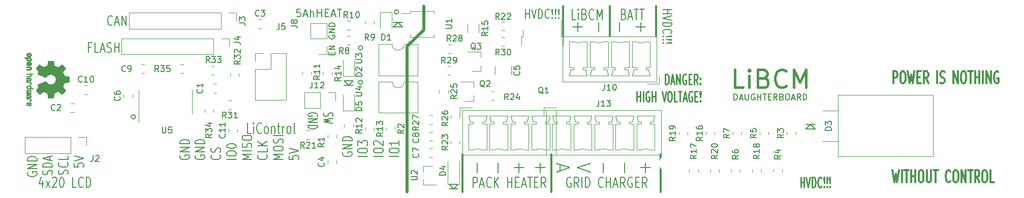
<source format=gto>
G04 #@! TF.GenerationSoftware,KiCad,Pcbnew,(5.1.9-0-10_14)*
G04 #@! TF.CreationDate,2023-05-20T00:30:08-04:00*
G04 #@! TF.ProjectId,LiBCM-Daughterboard,4c694243-4d2d-4446-9175-676874657262,A*
G04 #@! TF.SameCoordinates,Original*
G04 #@! TF.FileFunction,Legend,Top*
G04 #@! TF.FilePolarity,Positive*
%FSLAX46Y46*%
G04 Gerber Fmt 4.6, Leading zero omitted, Abs format (unit mm)*
G04 Created by KiCad (PCBNEW (5.1.9-0-10_14)) date 2023-05-20 00:30:08*
%MOMM*%
%LPD*%
G01*
G04 APERTURE LIST*
%ADD10C,0.150000*%
%ADD11C,0.200000*%
%ADD12C,0.500000*%
%ADD13C,0.300000*%
%ADD14C,0.250000*%
%ADD15C,0.400000*%
%ADD16C,0.010000*%
%ADD17C,0.120000*%
%ADD18C,3.000000*%
%ADD19R,1.200000X2.200000*%
%ADD20R,5.800000X6.400000*%
%ADD21O,1.700000X1.700000*%
%ADD22R,1.700000X1.700000*%
%ADD23R,0.900000X0.800000*%
%ADD24O,1.800000X3.600000*%
%ADD25R,1.500000X1.780000*%
%ADD26O,3.500000X3.500000*%
%ADD27R,2.000000X2.000000*%
%ADD28O,2.000000X2.000000*%
%ADD29C,3.200000*%
%ADD30R,1.200000X0.900000*%
G04 APERTURE END LIST*
D10*
X148678571Y-133914404D02*
X148678571Y-133581071D01*
X149202380Y-133438214D02*
X149202380Y-133914404D01*
X148202380Y-133914404D01*
X148202380Y-133438214D01*
X149202380Y-133009642D02*
X148202380Y-133009642D01*
X149202380Y-132438214D01*
X148202380Y-132438214D01*
X148250000Y-130676309D02*
X148202380Y-130771547D01*
X148202380Y-130914404D01*
X148250000Y-131057261D01*
X148345238Y-131152500D01*
X148440476Y-131200119D01*
X148630952Y-131247738D01*
X148773809Y-131247738D01*
X148964285Y-131200119D01*
X149059523Y-131152500D01*
X149154761Y-131057261D01*
X149202380Y-130914404D01*
X149202380Y-130819166D01*
X149154761Y-130676309D01*
X149107142Y-130628690D01*
X148773809Y-130628690D01*
X148773809Y-130819166D01*
X149202380Y-130200119D02*
X148202380Y-130200119D01*
X149202380Y-129628690D01*
X148202380Y-129628690D01*
X149202380Y-129152500D02*
X148202380Y-129152500D01*
X148202380Y-128914404D01*
X148250000Y-128771547D01*
X148345238Y-128676309D01*
X148440476Y-128628690D01*
X148630952Y-128581071D01*
X148773809Y-128581071D01*
X148964285Y-128628690D01*
X149059523Y-128676309D01*
X149154761Y-128771547D01*
X149202380Y-128914404D01*
X149202380Y-129152500D01*
D11*
X150550000Y-150167619D02*
X150473809Y-150286666D01*
X150473809Y-150465238D01*
X150550000Y-150643809D01*
X150702380Y-150762857D01*
X150854761Y-150822380D01*
X151159523Y-150881904D01*
X151388095Y-150881904D01*
X151692857Y-150822380D01*
X151845238Y-150762857D01*
X151997619Y-150643809D01*
X152073809Y-150465238D01*
X152073809Y-150346190D01*
X151997619Y-150167619D01*
X151921428Y-150108095D01*
X151388095Y-150108095D01*
X151388095Y-150346190D01*
X152073809Y-149572380D02*
X150473809Y-149572380D01*
X152073809Y-148858095D01*
X150473809Y-148858095D01*
X152073809Y-148262857D02*
X150473809Y-148262857D01*
X150473809Y-147965238D01*
X150550000Y-147786666D01*
X150702380Y-147667619D01*
X150854761Y-147608095D01*
X151159523Y-147548571D01*
X151388095Y-147548571D01*
X151692857Y-147608095D01*
X151845238Y-147667619D01*
X151997619Y-147786666D01*
X152073809Y-147965238D01*
X152073809Y-148262857D01*
X154673809Y-150822380D02*
X153073809Y-150822380D01*
X153073809Y-149989047D02*
X153073809Y-149750952D01*
X153150000Y-149631904D01*
X153302380Y-149512857D01*
X153607142Y-149453333D01*
X154140476Y-149453333D01*
X154445238Y-149512857D01*
X154597619Y-149631904D01*
X154673809Y-149750952D01*
X154673809Y-149989047D01*
X154597619Y-150108095D01*
X154445238Y-150227142D01*
X154140476Y-150286666D01*
X153607142Y-150286666D01*
X153302380Y-150227142D01*
X153150000Y-150108095D01*
X153073809Y-149989047D01*
X153073809Y-149036666D02*
X153073809Y-148262857D01*
X153683333Y-148679523D01*
X153683333Y-148500952D01*
X153759523Y-148381904D01*
X153835714Y-148322380D01*
X153988095Y-148262857D01*
X154369047Y-148262857D01*
X154521428Y-148322380D01*
X154597619Y-148381904D01*
X154673809Y-148500952D01*
X154673809Y-148858095D01*
X154597619Y-148977142D01*
X154521428Y-149036666D01*
X157273809Y-150822380D02*
X155673809Y-150822380D01*
X155673809Y-149989047D02*
X155673809Y-149750952D01*
X155750000Y-149631904D01*
X155902380Y-149512857D01*
X156207142Y-149453333D01*
X156740476Y-149453333D01*
X157045238Y-149512857D01*
X157197619Y-149631904D01*
X157273809Y-149750952D01*
X157273809Y-149989047D01*
X157197619Y-150108095D01*
X157045238Y-150227142D01*
X156740476Y-150286666D01*
X156207142Y-150286666D01*
X155902380Y-150227142D01*
X155750000Y-150108095D01*
X155673809Y-149989047D01*
X155826190Y-148977142D02*
X155750000Y-148917619D01*
X155673809Y-148798571D01*
X155673809Y-148500952D01*
X155750000Y-148381904D01*
X155826190Y-148322380D01*
X155978571Y-148262857D01*
X156130952Y-148262857D01*
X156359523Y-148322380D01*
X157273809Y-149036666D01*
X157273809Y-148262857D01*
X159873809Y-150822380D02*
X158273809Y-150822380D01*
X158273809Y-149989047D02*
X158273809Y-149750952D01*
X158350000Y-149631904D01*
X158502380Y-149512857D01*
X158807142Y-149453333D01*
X159340476Y-149453333D01*
X159645238Y-149512857D01*
X159797619Y-149631904D01*
X159873809Y-149750952D01*
X159873809Y-149989047D01*
X159797619Y-150108095D01*
X159645238Y-150227142D01*
X159340476Y-150286666D01*
X158807142Y-150286666D01*
X158502380Y-150227142D01*
X158350000Y-150108095D01*
X158273809Y-149989047D01*
X159873809Y-148262857D02*
X159873809Y-148977142D01*
X159873809Y-148620000D02*
X158273809Y-148620000D01*
X158502380Y-148739047D01*
X158654761Y-148858095D01*
X158730952Y-148977142D01*
X180957142Y-127828571D02*
X180957142Y-126328571D01*
X180957142Y-127042857D02*
X181614285Y-127042857D01*
X181614285Y-127828571D02*
X181614285Y-126328571D01*
X181997619Y-126328571D02*
X182380952Y-127828571D01*
X182764285Y-126328571D01*
X183147619Y-127828571D02*
X183147619Y-126328571D01*
X183421428Y-126328571D01*
X183585714Y-126400000D01*
X183695238Y-126542857D01*
X183750000Y-126685714D01*
X183804761Y-126971428D01*
X183804761Y-127185714D01*
X183750000Y-127471428D01*
X183695238Y-127614285D01*
X183585714Y-127757142D01*
X183421428Y-127828571D01*
X183147619Y-127828571D01*
X184954761Y-127685714D02*
X184900000Y-127757142D01*
X184735714Y-127828571D01*
X184626190Y-127828571D01*
X184461904Y-127757142D01*
X184352380Y-127614285D01*
X184297619Y-127471428D01*
X184242857Y-127185714D01*
X184242857Y-126971428D01*
X184297619Y-126685714D01*
X184352380Y-126542857D01*
X184461904Y-126400000D01*
X184626190Y-126328571D01*
X184735714Y-126328571D01*
X184900000Y-126400000D01*
X184954761Y-126471428D01*
X185447619Y-127685714D02*
X185502380Y-127757142D01*
X185447619Y-127828571D01*
X185392857Y-127757142D01*
X185447619Y-127685714D01*
X185447619Y-127828571D01*
X185447619Y-127257142D02*
X185392857Y-126400000D01*
X185447619Y-126328571D01*
X185502380Y-126400000D01*
X185447619Y-127257142D01*
X185447619Y-126328571D01*
X185995238Y-127685714D02*
X186050000Y-127757142D01*
X185995238Y-127828571D01*
X185940476Y-127757142D01*
X185995238Y-127685714D01*
X185995238Y-127828571D01*
X185995238Y-127257142D02*
X185940476Y-126400000D01*
X185995238Y-126328571D01*
X186050000Y-126400000D01*
X185995238Y-127257142D01*
X185995238Y-126328571D01*
X186542857Y-127685714D02*
X186597619Y-127757142D01*
X186542857Y-127828571D01*
X186488095Y-127757142D01*
X186542857Y-127685714D01*
X186542857Y-127828571D01*
X186542857Y-127257142D02*
X186488095Y-126400000D01*
X186542857Y-126328571D01*
X186597619Y-126400000D01*
X186542857Y-127257142D01*
X186542857Y-126328571D01*
D12*
X164000000Y-129750000D02*
X164000000Y-125750000D01*
D11*
X100559523Y-154875000D02*
X100559523Y-156041666D01*
X100261904Y-154208333D02*
X99964285Y-155458333D01*
X100738095Y-155458333D01*
X101095238Y-156041666D02*
X101750000Y-154875000D01*
X101095238Y-154875000D02*
X101750000Y-156041666D01*
X102166666Y-154458333D02*
X102226190Y-154375000D01*
X102345238Y-154291666D01*
X102642857Y-154291666D01*
X102761904Y-154375000D01*
X102821428Y-154458333D01*
X102880952Y-154625000D01*
X102880952Y-154791666D01*
X102821428Y-155041666D01*
X102107142Y-156041666D01*
X102880952Y-156041666D01*
X103654761Y-154291666D02*
X103773809Y-154291666D01*
X103892857Y-154375000D01*
X103952380Y-154458333D01*
X104011904Y-154625000D01*
X104071428Y-154958333D01*
X104071428Y-155375000D01*
X104011904Y-155708333D01*
X103952380Y-155875000D01*
X103892857Y-155958333D01*
X103773809Y-156041666D01*
X103654761Y-156041666D01*
X103535714Y-155958333D01*
X103476190Y-155875000D01*
X103416666Y-155708333D01*
X103357142Y-155375000D01*
X103357142Y-154958333D01*
X103416666Y-154625000D01*
X103476190Y-154458333D01*
X103535714Y-154375000D01*
X103654761Y-154291666D01*
X106154761Y-156041666D02*
X105559523Y-156041666D01*
X105559523Y-154291666D01*
X107285714Y-155875000D02*
X107226190Y-155958333D01*
X107047619Y-156041666D01*
X106928571Y-156041666D01*
X106750000Y-155958333D01*
X106630952Y-155791666D01*
X106571428Y-155625000D01*
X106511904Y-155291666D01*
X106511904Y-155041666D01*
X106571428Y-154708333D01*
X106630952Y-154541666D01*
X106750000Y-154375000D01*
X106928571Y-154291666D01*
X107047619Y-154291666D01*
X107226190Y-154375000D01*
X107285714Y-154458333D01*
X107821428Y-156041666D02*
X107821428Y-154291666D01*
X108119047Y-154291666D01*
X108297619Y-154375000D01*
X108416666Y-154541666D01*
X108476190Y-154708333D01*
X108535714Y-155041666D01*
X108535714Y-155291666D01*
X108476190Y-155625000D01*
X108416666Y-155791666D01*
X108297619Y-155958333D01*
X108119047Y-156041666D01*
X107821428Y-156041666D01*
D10*
X143490357Y-126315476D02*
X142895119Y-126315476D01*
X142835595Y-126910714D01*
X142895119Y-126851190D01*
X143014166Y-126791666D01*
X143311785Y-126791666D01*
X143430833Y-126851190D01*
X143490357Y-126910714D01*
X143549880Y-127029761D01*
X143549880Y-127327380D01*
X143490357Y-127446428D01*
X143430833Y-127505952D01*
X143311785Y-127565476D01*
X143014166Y-127565476D01*
X142895119Y-127505952D01*
X142835595Y-127446428D01*
X144026071Y-127208333D02*
X144621309Y-127208333D01*
X143907023Y-127565476D02*
X144323690Y-126315476D01*
X144740357Y-127565476D01*
X145157023Y-127565476D02*
X145157023Y-126315476D01*
X145692738Y-127565476D02*
X145692738Y-126910714D01*
X145633214Y-126791666D01*
X145514166Y-126732142D01*
X145335595Y-126732142D01*
X145216547Y-126791666D01*
X145157023Y-126851190D01*
X146287976Y-127565476D02*
X146287976Y-126315476D01*
X146287976Y-126910714D02*
X147002261Y-126910714D01*
X147002261Y-127565476D02*
X147002261Y-126315476D01*
X147597500Y-126910714D02*
X148014166Y-126910714D01*
X148192738Y-127565476D02*
X147597500Y-127565476D01*
X147597500Y-126315476D01*
X148192738Y-126315476D01*
X148668928Y-127208333D02*
X149264166Y-127208333D01*
X148549880Y-127565476D02*
X148966547Y-126315476D01*
X149383214Y-127565476D01*
X149621309Y-126315476D02*
X150335595Y-126315476D01*
X149978452Y-127565476D02*
X149978452Y-126315476D01*
X116000000Y-144250000D02*
G75*
G03*
X116000000Y-144250000I-353553J0D01*
G01*
X153853553Y-138500000D02*
G75*
G03*
X153853553Y-138500000I-353553J0D01*
G01*
X153853553Y-132750000D02*
G75*
G03*
X153853553Y-132750000I-353553J0D01*
G01*
D13*
X202750000Y-125750000D02*
X202750000Y-130750000D01*
X187250000Y-125750000D02*
X187250000Y-130750000D01*
X203500000Y-150500000D02*
X203500000Y-156750000D01*
X170500000Y-150500000D02*
X170500000Y-156750000D01*
X195000000Y-125750000D02*
X195000000Y-130750000D01*
D11*
X197351190Y-127125000D02*
X197529761Y-127208333D01*
X197589285Y-127291666D01*
X197648809Y-127458333D01*
X197648809Y-127708333D01*
X197589285Y-127875000D01*
X197529761Y-127958333D01*
X197410714Y-128041666D01*
X196934523Y-128041666D01*
X196934523Y-126291666D01*
X197351190Y-126291666D01*
X197470238Y-126375000D01*
X197529761Y-126458333D01*
X197589285Y-126625000D01*
X197589285Y-126791666D01*
X197529761Y-126958333D01*
X197470238Y-127041666D01*
X197351190Y-127125000D01*
X196934523Y-127125000D01*
X198125000Y-127541666D02*
X198720238Y-127541666D01*
X198005952Y-128041666D02*
X198422619Y-126291666D01*
X198839285Y-128041666D01*
X199077380Y-126291666D02*
X199791666Y-126291666D01*
X199434523Y-128041666D02*
X199434523Y-126291666D01*
X200029761Y-126291666D02*
X200744047Y-126291666D01*
X200386904Y-128041666D02*
X200386904Y-126291666D01*
X189657142Y-130011904D02*
X189657142Y-128488095D01*
X190495238Y-129250000D02*
X188819047Y-129250000D01*
X193157142Y-130011904D02*
X193157142Y-128488095D01*
X196657142Y-130011904D02*
X196657142Y-128488095D01*
X200157142Y-130011904D02*
X200157142Y-128488095D01*
X200995238Y-129250000D02*
X199319047Y-129250000D01*
X189375000Y-128041666D02*
X188779761Y-128041666D01*
X188779761Y-126291666D01*
X189791666Y-128041666D02*
X189791666Y-126875000D01*
X189791666Y-126291666D02*
X189732142Y-126375000D01*
X189791666Y-126458333D01*
X189851190Y-126375000D01*
X189791666Y-126291666D01*
X189791666Y-126458333D01*
X190803571Y-127125000D02*
X190982142Y-127208333D01*
X191041666Y-127291666D01*
X191101190Y-127458333D01*
X191101190Y-127708333D01*
X191041666Y-127875000D01*
X190982142Y-127958333D01*
X190863095Y-128041666D01*
X190386904Y-128041666D01*
X190386904Y-126291666D01*
X190803571Y-126291666D01*
X190922619Y-126375000D01*
X190982142Y-126458333D01*
X191041666Y-126625000D01*
X191041666Y-126791666D01*
X190982142Y-126958333D01*
X190922619Y-127041666D01*
X190803571Y-127125000D01*
X190386904Y-127125000D01*
X192351190Y-127875000D02*
X192291666Y-127958333D01*
X192113095Y-128041666D01*
X191994047Y-128041666D01*
X191815476Y-127958333D01*
X191696428Y-127791666D01*
X191636904Y-127625000D01*
X191577380Y-127291666D01*
X191577380Y-127041666D01*
X191636904Y-126708333D01*
X191696428Y-126541666D01*
X191815476Y-126375000D01*
X191994047Y-126291666D01*
X192113095Y-126291666D01*
X192291666Y-126375000D01*
X192351190Y-126458333D01*
X192886904Y-128041666D02*
X192886904Y-126291666D01*
X193303571Y-127541666D01*
X193720238Y-126291666D01*
X193720238Y-128041666D01*
D13*
X185250000Y-150500000D02*
X185250000Y-156750000D01*
D11*
X200942857Y-151911904D02*
X200942857Y-153588095D01*
X200104761Y-152750000D02*
X201780952Y-152750000D01*
X197442857Y-151911904D02*
X197442857Y-153588095D01*
X193942857Y-151911904D02*
X193942857Y-153588095D01*
X191804761Y-152016666D02*
X189604761Y-152750000D01*
X191804761Y-153483333D01*
X186733333Y-152226190D02*
X186733333Y-153273809D01*
X186104761Y-152016666D02*
X188304761Y-152750000D01*
X186104761Y-153483333D01*
X172907142Y-153588095D02*
X172907142Y-151911904D01*
X176407142Y-153588095D02*
X176407142Y-151911904D01*
X179907142Y-153588095D02*
X179907142Y-151911904D01*
X180745238Y-152750000D02*
X179069047Y-152750000D01*
X183407142Y-153588095D02*
X183407142Y-151911904D01*
X184245238Y-152750000D02*
X182569047Y-152750000D01*
X188547619Y-154375000D02*
X188428571Y-154291666D01*
X188250000Y-154291666D01*
X188071428Y-154375000D01*
X187952380Y-154541666D01*
X187892857Y-154708333D01*
X187833333Y-155041666D01*
X187833333Y-155291666D01*
X187892857Y-155625000D01*
X187952380Y-155791666D01*
X188071428Y-155958333D01*
X188250000Y-156041666D01*
X188369047Y-156041666D01*
X188547619Y-155958333D01*
X188607142Y-155875000D01*
X188607142Y-155291666D01*
X188369047Y-155291666D01*
X189857142Y-156041666D02*
X189440476Y-155208333D01*
X189142857Y-156041666D02*
X189142857Y-154291666D01*
X189619047Y-154291666D01*
X189738095Y-154375000D01*
X189797619Y-154458333D01*
X189857142Y-154625000D01*
X189857142Y-154875000D01*
X189797619Y-155041666D01*
X189738095Y-155125000D01*
X189619047Y-155208333D01*
X189142857Y-155208333D01*
X190392857Y-156041666D02*
X190392857Y-154291666D01*
X190988095Y-156041666D02*
X190988095Y-154291666D01*
X191285714Y-154291666D01*
X191464285Y-154375000D01*
X191583333Y-154541666D01*
X191642857Y-154708333D01*
X191702380Y-155041666D01*
X191702380Y-155291666D01*
X191642857Y-155625000D01*
X191583333Y-155791666D01*
X191464285Y-155958333D01*
X191285714Y-156041666D01*
X190988095Y-156041666D01*
X193904761Y-155875000D02*
X193845238Y-155958333D01*
X193666666Y-156041666D01*
X193547619Y-156041666D01*
X193369047Y-155958333D01*
X193250000Y-155791666D01*
X193190476Y-155625000D01*
X193130952Y-155291666D01*
X193130952Y-155041666D01*
X193190476Y-154708333D01*
X193250000Y-154541666D01*
X193369047Y-154375000D01*
X193547619Y-154291666D01*
X193666666Y-154291666D01*
X193845238Y-154375000D01*
X193904761Y-154458333D01*
X194440476Y-156041666D02*
X194440476Y-154291666D01*
X194440476Y-155125000D02*
X195154761Y-155125000D01*
X195154761Y-156041666D02*
X195154761Y-154291666D01*
X195690476Y-155541666D02*
X196285714Y-155541666D01*
X195571428Y-156041666D02*
X195988095Y-154291666D01*
X196404761Y-156041666D01*
X197535714Y-156041666D02*
X197119047Y-155208333D01*
X196821428Y-156041666D02*
X196821428Y-154291666D01*
X197297619Y-154291666D01*
X197416666Y-154375000D01*
X197476190Y-154458333D01*
X197535714Y-154625000D01*
X197535714Y-154875000D01*
X197476190Y-155041666D01*
X197416666Y-155125000D01*
X197297619Y-155208333D01*
X196821428Y-155208333D01*
X198726190Y-154375000D02*
X198607142Y-154291666D01*
X198428571Y-154291666D01*
X198250000Y-154375000D01*
X198130952Y-154541666D01*
X198071428Y-154708333D01*
X198011904Y-155041666D01*
X198011904Y-155291666D01*
X198071428Y-155625000D01*
X198130952Y-155791666D01*
X198250000Y-155958333D01*
X198428571Y-156041666D01*
X198547619Y-156041666D01*
X198726190Y-155958333D01*
X198785714Y-155875000D01*
X198785714Y-155291666D01*
X198547619Y-155291666D01*
X199321428Y-155125000D02*
X199738095Y-155125000D01*
X199916666Y-156041666D02*
X199321428Y-156041666D01*
X199321428Y-154291666D01*
X199916666Y-154291666D01*
X201166666Y-156041666D02*
X200750000Y-155208333D01*
X200452380Y-156041666D02*
X200452380Y-154291666D01*
X200928571Y-154291666D01*
X201047619Y-154375000D01*
X201107142Y-154458333D01*
X201166666Y-154625000D01*
X201166666Y-154875000D01*
X201107142Y-155041666D01*
X201047619Y-155125000D01*
X200928571Y-155208333D01*
X200452380Y-155208333D01*
X172238095Y-156041666D02*
X172238095Y-154291666D01*
X172714285Y-154291666D01*
X172833333Y-154375000D01*
X172892857Y-154458333D01*
X172952380Y-154625000D01*
X172952380Y-154875000D01*
X172892857Y-155041666D01*
X172833333Y-155125000D01*
X172714285Y-155208333D01*
X172238095Y-155208333D01*
X173428571Y-155541666D02*
X174023809Y-155541666D01*
X173309523Y-156041666D02*
X173726190Y-154291666D01*
X174142857Y-156041666D01*
X175273809Y-155875000D02*
X175214285Y-155958333D01*
X175035714Y-156041666D01*
X174916666Y-156041666D01*
X174738095Y-155958333D01*
X174619047Y-155791666D01*
X174559523Y-155625000D01*
X174500000Y-155291666D01*
X174500000Y-155041666D01*
X174559523Y-154708333D01*
X174619047Y-154541666D01*
X174738095Y-154375000D01*
X174916666Y-154291666D01*
X175035714Y-154291666D01*
X175214285Y-154375000D01*
X175273809Y-154458333D01*
X175809523Y-156041666D02*
X175809523Y-154291666D01*
X176523809Y-156041666D02*
X175988095Y-155041666D01*
X176523809Y-154291666D02*
X175809523Y-155291666D01*
X178011904Y-156041666D02*
X178011904Y-154291666D01*
X178011904Y-155125000D02*
X178726190Y-155125000D01*
X178726190Y-156041666D02*
X178726190Y-154291666D01*
X179321428Y-155125000D02*
X179738095Y-155125000D01*
X179916666Y-156041666D02*
X179321428Y-156041666D01*
X179321428Y-154291666D01*
X179916666Y-154291666D01*
X180392857Y-155541666D02*
X180988095Y-155541666D01*
X180273809Y-156041666D02*
X180690476Y-154291666D01*
X181107142Y-156041666D01*
X181345238Y-154291666D02*
X182059523Y-154291666D01*
X181702380Y-156041666D02*
X181702380Y-154291666D01*
X182476190Y-155125000D02*
X182892857Y-155125000D01*
X183071428Y-156041666D02*
X182476190Y-156041666D01*
X182476190Y-154291666D01*
X183071428Y-154291666D01*
X184321428Y-156041666D02*
X183904761Y-155208333D01*
X183607142Y-156041666D02*
X183607142Y-154291666D01*
X184083333Y-154291666D01*
X184202380Y-154375000D01*
X184261904Y-154458333D01*
X184321428Y-154625000D01*
X184321428Y-154875000D01*
X184261904Y-155041666D01*
X184202380Y-155125000D01*
X184083333Y-155208333D01*
X183607142Y-155208333D01*
D10*
X169750000Y-155500000D02*
X168250000Y-155500000D01*
X169000000Y-156250000D02*
X169750000Y-155500000D01*
X169750000Y-156250000D02*
X168250000Y-156250000D01*
X168250000Y-155500000D02*
X169000000Y-156250000D01*
X159000000Y-129250000D02*
X160500000Y-129250000D01*
X159750000Y-128500000D02*
X159000000Y-129250000D01*
X159000000Y-128500000D02*
X160500000Y-128500000D01*
X160500000Y-129250000D02*
X159750000Y-128500000D01*
X227750000Y-146250000D02*
X229250000Y-146250000D01*
X228500000Y-145500000D02*
X227750000Y-146250000D01*
X227750000Y-145500000D02*
X229250000Y-145500000D01*
X229250000Y-146250000D02*
X228500000Y-145500000D01*
X152250000Y-139000000D02*
X150750000Y-139000000D01*
X151500000Y-139000000D02*
X152250000Y-138250000D01*
X150750000Y-138250000D02*
X151500000Y-139000000D01*
X152250000Y-138250000D02*
X150750000Y-138250000D01*
D13*
X242242619Y-138654761D02*
X242242619Y-136654761D01*
X242718809Y-136654761D01*
X242837857Y-136750000D01*
X242897380Y-136845238D01*
X242956904Y-137035714D01*
X242956904Y-137321428D01*
X242897380Y-137511904D01*
X242837857Y-137607142D01*
X242718809Y-137702380D01*
X242242619Y-137702380D01*
X243730714Y-136654761D02*
X243968809Y-136654761D01*
X244087857Y-136750000D01*
X244206904Y-136940476D01*
X244266428Y-137321428D01*
X244266428Y-137988095D01*
X244206904Y-138369047D01*
X244087857Y-138559523D01*
X243968809Y-138654761D01*
X243730714Y-138654761D01*
X243611666Y-138559523D01*
X243492619Y-138369047D01*
X243433095Y-137988095D01*
X243433095Y-137321428D01*
X243492619Y-136940476D01*
X243611666Y-136750000D01*
X243730714Y-136654761D01*
X244683095Y-136654761D02*
X244980714Y-138654761D01*
X245218809Y-137226190D01*
X245456904Y-138654761D01*
X245754523Y-136654761D01*
X246230714Y-137607142D02*
X246647380Y-137607142D01*
X246825952Y-138654761D02*
X246230714Y-138654761D01*
X246230714Y-136654761D01*
X246825952Y-136654761D01*
X248075952Y-138654761D02*
X247659285Y-137702380D01*
X247361666Y-138654761D02*
X247361666Y-136654761D01*
X247837857Y-136654761D01*
X247956904Y-136750000D01*
X248016428Y-136845238D01*
X248075952Y-137035714D01*
X248075952Y-137321428D01*
X248016428Y-137511904D01*
X247956904Y-137607142D01*
X247837857Y-137702380D01*
X247361666Y-137702380D01*
X249564047Y-138654761D02*
X249564047Y-136654761D01*
X250099761Y-138559523D02*
X250278333Y-138654761D01*
X250575952Y-138654761D01*
X250695000Y-138559523D01*
X250754523Y-138464285D01*
X250814047Y-138273809D01*
X250814047Y-138083333D01*
X250754523Y-137892857D01*
X250695000Y-137797619D01*
X250575952Y-137702380D01*
X250337857Y-137607142D01*
X250218809Y-137511904D01*
X250159285Y-137416666D01*
X250099761Y-137226190D01*
X250099761Y-137035714D01*
X250159285Y-136845238D01*
X250218809Y-136750000D01*
X250337857Y-136654761D01*
X250635476Y-136654761D01*
X250814047Y-136750000D01*
X252302142Y-138654761D02*
X252302142Y-136654761D01*
X253016428Y-138654761D01*
X253016428Y-136654761D01*
X253849761Y-136654761D02*
X254087857Y-136654761D01*
X254206904Y-136750000D01*
X254325952Y-136940476D01*
X254385476Y-137321428D01*
X254385476Y-137988095D01*
X254325952Y-138369047D01*
X254206904Y-138559523D01*
X254087857Y-138654761D01*
X253849761Y-138654761D01*
X253730714Y-138559523D01*
X253611666Y-138369047D01*
X253552142Y-137988095D01*
X253552142Y-137321428D01*
X253611666Y-136940476D01*
X253730714Y-136750000D01*
X253849761Y-136654761D01*
X254742619Y-136654761D02*
X255456904Y-136654761D01*
X255099761Y-138654761D02*
X255099761Y-136654761D01*
X255873571Y-138654761D02*
X255873571Y-136654761D01*
X255873571Y-137607142D02*
X256587857Y-137607142D01*
X256587857Y-138654761D02*
X256587857Y-136654761D01*
X257183095Y-138654761D02*
X257183095Y-136654761D01*
X257778333Y-138654761D02*
X257778333Y-136654761D01*
X258492619Y-138654761D01*
X258492619Y-136654761D01*
X259742619Y-136750000D02*
X259623571Y-136654761D01*
X259445000Y-136654761D01*
X259266428Y-136750000D01*
X259147380Y-136940476D01*
X259087857Y-137130952D01*
X259028333Y-137511904D01*
X259028333Y-137797619D01*
X259087857Y-138178571D01*
X259147380Y-138369047D01*
X259266428Y-138559523D01*
X259445000Y-138654761D01*
X259564047Y-138654761D01*
X259742619Y-138559523D01*
X259802142Y-138464285D01*
X259802142Y-137797619D01*
X259564047Y-137797619D01*
X242123571Y-153154761D02*
X242421190Y-155154761D01*
X242659285Y-153726190D01*
X242897380Y-155154761D01*
X243195000Y-153154761D01*
X243671190Y-155154761D02*
X243671190Y-153154761D01*
X244087857Y-153154761D02*
X244802142Y-153154761D01*
X244445000Y-155154761D02*
X244445000Y-153154761D01*
X245218809Y-155154761D02*
X245218809Y-153154761D01*
X245218809Y-154107142D02*
X245933095Y-154107142D01*
X245933095Y-155154761D02*
X245933095Y-153154761D01*
X246766428Y-153154761D02*
X247004523Y-153154761D01*
X247123571Y-153250000D01*
X247242619Y-153440476D01*
X247302142Y-153821428D01*
X247302142Y-154488095D01*
X247242619Y-154869047D01*
X247123571Y-155059523D01*
X247004523Y-155154761D01*
X246766428Y-155154761D01*
X246647380Y-155059523D01*
X246528333Y-154869047D01*
X246468809Y-154488095D01*
X246468809Y-153821428D01*
X246528333Y-153440476D01*
X246647380Y-153250000D01*
X246766428Y-153154761D01*
X247837857Y-153154761D02*
X247837857Y-154773809D01*
X247897380Y-154964285D01*
X247956904Y-155059523D01*
X248075952Y-155154761D01*
X248314047Y-155154761D01*
X248433095Y-155059523D01*
X248492619Y-154964285D01*
X248552142Y-154773809D01*
X248552142Y-153154761D01*
X248968809Y-153154761D02*
X249683095Y-153154761D01*
X249325952Y-155154761D02*
X249325952Y-153154761D01*
X251766428Y-154964285D02*
X251706904Y-155059523D01*
X251528333Y-155154761D01*
X251409285Y-155154761D01*
X251230714Y-155059523D01*
X251111666Y-154869047D01*
X251052142Y-154678571D01*
X250992619Y-154297619D01*
X250992619Y-154011904D01*
X251052142Y-153630952D01*
X251111666Y-153440476D01*
X251230714Y-153250000D01*
X251409285Y-153154761D01*
X251528333Y-153154761D01*
X251706904Y-153250000D01*
X251766428Y-153345238D01*
X252540238Y-153154761D02*
X252778333Y-153154761D01*
X252897380Y-153250000D01*
X253016428Y-153440476D01*
X253075952Y-153821428D01*
X253075952Y-154488095D01*
X253016428Y-154869047D01*
X252897380Y-155059523D01*
X252778333Y-155154761D01*
X252540238Y-155154761D01*
X252421190Y-155059523D01*
X252302142Y-154869047D01*
X252242619Y-154488095D01*
X252242619Y-153821428D01*
X252302142Y-153440476D01*
X252421190Y-153250000D01*
X252540238Y-153154761D01*
X253611666Y-155154761D02*
X253611666Y-153154761D01*
X254325952Y-155154761D01*
X254325952Y-153154761D01*
X254742619Y-153154761D02*
X255456904Y-153154761D01*
X255099761Y-155154761D02*
X255099761Y-153154761D01*
X256587857Y-155154761D02*
X256171190Y-154202380D01*
X255873571Y-155154761D02*
X255873571Y-153154761D01*
X256349761Y-153154761D01*
X256468809Y-153250000D01*
X256528333Y-153345238D01*
X256587857Y-153535714D01*
X256587857Y-153821428D01*
X256528333Y-154011904D01*
X256468809Y-154107142D01*
X256349761Y-154202380D01*
X255873571Y-154202380D01*
X257361666Y-153154761D02*
X257599761Y-153154761D01*
X257718809Y-153250000D01*
X257837857Y-153440476D01*
X257897380Y-153821428D01*
X257897380Y-154488095D01*
X257837857Y-154869047D01*
X257718809Y-155059523D01*
X257599761Y-155154761D01*
X257361666Y-155154761D01*
X257242619Y-155059523D01*
X257123571Y-154869047D01*
X257064047Y-154488095D01*
X257064047Y-153821428D01*
X257123571Y-153440476D01*
X257242619Y-153250000D01*
X257361666Y-153154761D01*
X259028333Y-155154761D02*
X258433095Y-155154761D01*
X258433095Y-153154761D01*
D11*
X112141904Y-128821428D02*
X112082380Y-128897619D01*
X111903809Y-128973809D01*
X111784761Y-128973809D01*
X111606190Y-128897619D01*
X111487142Y-128745238D01*
X111427619Y-128592857D01*
X111368095Y-128288095D01*
X111368095Y-128059523D01*
X111427619Y-127754761D01*
X111487142Y-127602380D01*
X111606190Y-127450000D01*
X111784761Y-127373809D01*
X111903809Y-127373809D01*
X112082380Y-127450000D01*
X112141904Y-127526190D01*
X112618095Y-128516666D02*
X113213333Y-128516666D01*
X112499047Y-128973809D02*
X112915714Y-127373809D01*
X113332380Y-128973809D01*
X113749047Y-128973809D02*
X113749047Y-127373809D01*
X114463333Y-128973809D01*
X114463333Y-127373809D01*
X108594285Y-132635714D02*
X108177619Y-132635714D01*
X108177619Y-133473809D02*
X108177619Y-131873809D01*
X108772857Y-131873809D01*
X109844285Y-133473809D02*
X109249047Y-133473809D01*
X109249047Y-131873809D01*
X110201428Y-133016666D02*
X110796666Y-133016666D01*
X110082380Y-133473809D02*
X110499047Y-131873809D01*
X110915714Y-133473809D01*
X111272857Y-133397619D02*
X111451428Y-133473809D01*
X111749047Y-133473809D01*
X111868095Y-133397619D01*
X111927619Y-133321428D01*
X111987142Y-133169047D01*
X111987142Y-133016666D01*
X111927619Y-132864285D01*
X111868095Y-132788095D01*
X111749047Y-132711904D01*
X111510952Y-132635714D01*
X111391904Y-132559523D01*
X111332380Y-132483333D01*
X111272857Y-132330952D01*
X111272857Y-132178571D01*
X111332380Y-132026190D01*
X111391904Y-131950000D01*
X111510952Y-131873809D01*
X111808571Y-131873809D01*
X111987142Y-131950000D01*
X112522857Y-133473809D02*
X112522857Y-131873809D01*
X112522857Y-132635714D02*
X113237142Y-132635714D01*
X113237142Y-133473809D02*
X113237142Y-131873809D01*
X98050000Y-153487142D02*
X97973809Y-153606190D01*
X97973809Y-153784761D01*
X98050000Y-153963333D01*
X98202380Y-154082380D01*
X98354761Y-154141904D01*
X98659523Y-154201428D01*
X98888095Y-154201428D01*
X99192857Y-154141904D01*
X99345238Y-154082380D01*
X99497619Y-153963333D01*
X99573809Y-153784761D01*
X99573809Y-153665714D01*
X99497619Y-153487142D01*
X99421428Y-153427619D01*
X98888095Y-153427619D01*
X98888095Y-153665714D01*
X99573809Y-152891904D02*
X97973809Y-152891904D01*
X99573809Y-152177619D01*
X97973809Y-152177619D01*
X99573809Y-151582380D02*
X97973809Y-151582380D01*
X97973809Y-151284761D01*
X98050000Y-151106190D01*
X98202380Y-150987142D01*
X98354761Y-150927619D01*
X98659523Y-150868095D01*
X98888095Y-150868095D01*
X99192857Y-150927619D01*
X99345238Y-150987142D01*
X99497619Y-151106190D01*
X99573809Y-151284761D01*
X99573809Y-151582380D01*
X102097619Y-153903809D02*
X102173809Y-153725238D01*
X102173809Y-153427619D01*
X102097619Y-153308571D01*
X102021428Y-153249047D01*
X101869047Y-153189523D01*
X101716666Y-153189523D01*
X101564285Y-153249047D01*
X101488095Y-153308571D01*
X101411904Y-153427619D01*
X101335714Y-153665714D01*
X101259523Y-153784761D01*
X101183333Y-153844285D01*
X101030952Y-153903809D01*
X100878571Y-153903809D01*
X100726190Y-153844285D01*
X100650000Y-153784761D01*
X100573809Y-153665714D01*
X100573809Y-153368095D01*
X100650000Y-153189523D01*
X102173809Y-152653809D02*
X100573809Y-152653809D01*
X100573809Y-152356190D01*
X100650000Y-152177619D01*
X100802380Y-152058571D01*
X100954761Y-151999047D01*
X101259523Y-151939523D01*
X101488095Y-151939523D01*
X101792857Y-151999047D01*
X101945238Y-152058571D01*
X102097619Y-152177619D01*
X102173809Y-152356190D01*
X102173809Y-152653809D01*
X101716666Y-151463333D02*
X101716666Y-150868095D01*
X102173809Y-151582380D02*
X100573809Y-151165714D01*
X102173809Y-150749047D01*
X104697619Y-153844285D02*
X104773809Y-153665714D01*
X104773809Y-153368095D01*
X104697619Y-153249047D01*
X104621428Y-153189523D01*
X104469047Y-153130000D01*
X104316666Y-153130000D01*
X104164285Y-153189523D01*
X104088095Y-153249047D01*
X104011904Y-153368095D01*
X103935714Y-153606190D01*
X103859523Y-153725238D01*
X103783333Y-153784761D01*
X103630952Y-153844285D01*
X103478571Y-153844285D01*
X103326190Y-153784761D01*
X103250000Y-153725238D01*
X103173809Y-153606190D01*
X103173809Y-153308571D01*
X103250000Y-153130000D01*
X104621428Y-151880000D02*
X104697619Y-151939523D01*
X104773809Y-152118095D01*
X104773809Y-152237142D01*
X104697619Y-152415714D01*
X104545238Y-152534761D01*
X104392857Y-152594285D01*
X104088095Y-152653809D01*
X103859523Y-152653809D01*
X103554761Y-152594285D01*
X103402380Y-152534761D01*
X103250000Y-152415714D01*
X103173809Y-152237142D01*
X103173809Y-152118095D01*
X103250000Y-151939523D01*
X103326190Y-151880000D01*
X104773809Y-150749047D02*
X104773809Y-151344285D01*
X103173809Y-151344285D01*
X105773809Y-151999047D02*
X105773809Y-152594285D01*
X106535714Y-152653809D01*
X106459523Y-152594285D01*
X106383333Y-152475238D01*
X106383333Y-152177619D01*
X106459523Y-152058571D01*
X106535714Y-151999047D01*
X106688095Y-151939523D01*
X107069047Y-151939523D01*
X107221428Y-151999047D01*
X107297619Y-152058571D01*
X107373809Y-152177619D01*
X107373809Y-152475238D01*
X107297619Y-152594285D01*
X107221428Y-152653809D01*
X105773809Y-151582380D02*
X107373809Y-151165714D01*
X105773809Y-150749047D01*
D12*
X161250000Y-132500000D02*
X161250000Y-156750000D01*
X161250000Y-132500000D02*
X164000000Y-129750000D01*
D11*
X147402380Y-143570476D02*
X147326190Y-143713333D01*
X147326190Y-143951428D01*
X147402380Y-144046666D01*
X147478571Y-144094285D01*
X147630952Y-144141904D01*
X147783333Y-144141904D01*
X147935714Y-144094285D01*
X148011904Y-144046666D01*
X148088095Y-143951428D01*
X148164285Y-143760952D01*
X148240476Y-143665714D01*
X148316666Y-143618095D01*
X148469047Y-143570476D01*
X148621428Y-143570476D01*
X148773809Y-143618095D01*
X148850000Y-143665714D01*
X148926190Y-143760952D01*
X148926190Y-143999047D01*
X148850000Y-144141904D01*
X148926190Y-144475238D02*
X147326190Y-144713333D01*
X148469047Y-144903809D01*
X147326190Y-145094285D01*
X148926190Y-145332380D01*
X146250000Y-144141904D02*
X146326190Y-144046666D01*
X146326190Y-143903809D01*
X146250000Y-143760952D01*
X146097619Y-143665714D01*
X145945238Y-143618095D01*
X145640476Y-143570476D01*
X145411904Y-143570476D01*
X145107142Y-143618095D01*
X144954761Y-143665714D01*
X144802380Y-143760952D01*
X144726190Y-143903809D01*
X144726190Y-143999047D01*
X144802380Y-144141904D01*
X144878571Y-144189523D01*
X145411904Y-144189523D01*
X145411904Y-143999047D01*
X144726190Y-144618095D02*
X146326190Y-144618095D01*
X144726190Y-145189523D01*
X146326190Y-145189523D01*
X144726190Y-145665714D02*
X146326190Y-145665714D01*
X146326190Y-145903809D01*
X146250000Y-146046666D01*
X146097619Y-146141904D01*
X145945238Y-146189523D01*
X145640476Y-146237142D01*
X145411904Y-146237142D01*
X145107142Y-146189523D01*
X144954761Y-146141904D01*
X144802380Y-146046666D01*
X144726190Y-145903809D01*
X144726190Y-145665714D01*
D14*
X226821428Y-156041666D02*
X226821428Y-154291666D01*
X226821428Y-155125000D02*
X227392857Y-155125000D01*
X227392857Y-156041666D02*
X227392857Y-154291666D01*
X227726190Y-154291666D02*
X228059523Y-156041666D01*
X228392857Y-154291666D01*
X228726190Y-156041666D02*
X228726190Y-154291666D01*
X228964285Y-154291666D01*
X229107142Y-154375000D01*
X229202380Y-154541666D01*
X229250000Y-154708333D01*
X229297619Y-155041666D01*
X229297619Y-155291666D01*
X229250000Y-155625000D01*
X229202380Y-155791666D01*
X229107142Y-155958333D01*
X228964285Y-156041666D01*
X228726190Y-156041666D01*
X230297619Y-155875000D02*
X230250000Y-155958333D01*
X230107142Y-156041666D01*
X230011904Y-156041666D01*
X229869047Y-155958333D01*
X229773809Y-155791666D01*
X229726190Y-155625000D01*
X229678571Y-155291666D01*
X229678571Y-155041666D01*
X229726190Y-154708333D01*
X229773809Y-154541666D01*
X229869047Y-154375000D01*
X230011904Y-154291666D01*
X230107142Y-154291666D01*
X230250000Y-154375000D01*
X230297619Y-154458333D01*
X230726190Y-155875000D02*
X230773809Y-155958333D01*
X230726190Y-156041666D01*
X230678571Y-155958333D01*
X230726190Y-155875000D01*
X230726190Y-156041666D01*
X230726190Y-155375000D02*
X230678571Y-154375000D01*
X230726190Y-154291666D01*
X230773809Y-154375000D01*
X230726190Y-155375000D01*
X230726190Y-154291666D01*
X231202380Y-155875000D02*
X231250000Y-155958333D01*
X231202380Y-156041666D01*
X231154761Y-155958333D01*
X231202380Y-155875000D01*
X231202380Y-156041666D01*
X231202380Y-155375000D02*
X231154761Y-154375000D01*
X231202380Y-154291666D01*
X231250000Y-154375000D01*
X231202380Y-155375000D01*
X231202380Y-154291666D01*
X231678571Y-155875000D02*
X231726190Y-155958333D01*
X231678571Y-156041666D01*
X231630952Y-155958333D01*
X231678571Y-155875000D01*
X231678571Y-156041666D01*
X231678571Y-155375000D02*
X231630952Y-154375000D01*
X231678571Y-154291666D01*
X231726190Y-154375000D01*
X231678571Y-155375000D01*
X231678571Y-154291666D01*
X204289880Y-138854166D02*
X204289880Y-137104166D01*
X204527976Y-137104166D01*
X204670833Y-137187500D01*
X204766071Y-137354166D01*
X204813690Y-137520833D01*
X204861309Y-137854166D01*
X204861309Y-138104166D01*
X204813690Y-138437500D01*
X204766071Y-138604166D01*
X204670833Y-138770833D01*
X204527976Y-138854166D01*
X204289880Y-138854166D01*
X205242261Y-138354166D02*
X205718452Y-138354166D01*
X205147023Y-138854166D02*
X205480357Y-137104166D01*
X205813690Y-138854166D01*
X206147023Y-138854166D02*
X206147023Y-137104166D01*
X206718452Y-138854166D01*
X206718452Y-137104166D01*
X207718452Y-137187500D02*
X207623214Y-137104166D01*
X207480357Y-137104166D01*
X207337500Y-137187500D01*
X207242261Y-137354166D01*
X207194642Y-137520833D01*
X207147023Y-137854166D01*
X207147023Y-138104166D01*
X207194642Y-138437500D01*
X207242261Y-138604166D01*
X207337500Y-138770833D01*
X207480357Y-138854166D01*
X207575595Y-138854166D01*
X207718452Y-138770833D01*
X207766071Y-138687500D01*
X207766071Y-138104166D01*
X207575595Y-138104166D01*
X208194642Y-137937500D02*
X208527976Y-137937500D01*
X208670833Y-138854166D02*
X208194642Y-138854166D01*
X208194642Y-137104166D01*
X208670833Y-137104166D01*
X209670833Y-138854166D02*
X209337500Y-138020833D01*
X209099404Y-138854166D02*
X209099404Y-137104166D01*
X209480357Y-137104166D01*
X209575595Y-137187500D01*
X209623214Y-137270833D01*
X209670833Y-137437500D01*
X209670833Y-137687500D01*
X209623214Y-137854166D01*
X209575595Y-137937500D01*
X209480357Y-138020833D01*
X209099404Y-138020833D01*
X210099404Y-138687500D02*
X210147023Y-138770833D01*
X210099404Y-138854166D01*
X210051785Y-138770833D01*
X210099404Y-138687500D01*
X210099404Y-138854166D01*
X210099404Y-137770833D02*
X210147023Y-137854166D01*
X210099404Y-137937500D01*
X210051785Y-137854166D01*
X210099404Y-137770833D01*
X210099404Y-137937500D01*
X199527976Y-141729166D02*
X199527976Y-139979166D01*
X199527976Y-140812500D02*
X200099404Y-140812500D01*
X200099404Y-141729166D02*
X200099404Y-139979166D01*
X200575595Y-141729166D02*
X200575595Y-139979166D01*
X201575595Y-140062500D02*
X201480357Y-139979166D01*
X201337500Y-139979166D01*
X201194642Y-140062500D01*
X201099404Y-140229166D01*
X201051785Y-140395833D01*
X201004166Y-140729166D01*
X201004166Y-140979166D01*
X201051785Y-141312500D01*
X201099404Y-141479166D01*
X201194642Y-141645833D01*
X201337500Y-141729166D01*
X201432738Y-141729166D01*
X201575595Y-141645833D01*
X201623214Y-141562500D01*
X201623214Y-140979166D01*
X201432738Y-140979166D01*
X202051785Y-141729166D02*
X202051785Y-139979166D01*
X202051785Y-140812500D02*
X202623214Y-140812500D01*
X202623214Y-141729166D02*
X202623214Y-139979166D01*
X203718452Y-139979166D02*
X204051785Y-141729166D01*
X204385119Y-139979166D01*
X204908928Y-139979166D02*
X205099404Y-139979166D01*
X205194642Y-140062500D01*
X205289880Y-140229166D01*
X205337500Y-140562500D01*
X205337500Y-141145833D01*
X205289880Y-141479166D01*
X205194642Y-141645833D01*
X205099404Y-141729166D01*
X204908928Y-141729166D01*
X204813690Y-141645833D01*
X204718452Y-141479166D01*
X204670833Y-141145833D01*
X204670833Y-140562500D01*
X204718452Y-140229166D01*
X204813690Y-140062500D01*
X204908928Y-139979166D01*
X206242261Y-141729166D02*
X205766071Y-141729166D01*
X205766071Y-139979166D01*
X206432738Y-139979166D02*
X207004166Y-139979166D01*
X206718452Y-141729166D02*
X206718452Y-139979166D01*
X207289880Y-141229166D02*
X207766071Y-141229166D01*
X207194642Y-141729166D02*
X207527976Y-139979166D01*
X207861309Y-141729166D01*
X208718452Y-140062500D02*
X208623214Y-139979166D01*
X208480357Y-139979166D01*
X208337500Y-140062500D01*
X208242261Y-140229166D01*
X208194642Y-140395833D01*
X208147023Y-140729166D01*
X208147023Y-140979166D01*
X208194642Y-141312500D01*
X208242261Y-141479166D01*
X208337500Y-141645833D01*
X208480357Y-141729166D01*
X208575595Y-141729166D01*
X208718452Y-141645833D01*
X208766071Y-141562500D01*
X208766071Y-140979166D01*
X208575595Y-140979166D01*
X209194642Y-140812500D02*
X209527976Y-140812500D01*
X209670833Y-141729166D02*
X209194642Y-141729166D01*
X209194642Y-139979166D01*
X209670833Y-139979166D01*
X210099404Y-141562500D02*
X210147023Y-141645833D01*
X210099404Y-141729166D01*
X210051785Y-141645833D01*
X210099404Y-141562500D01*
X210099404Y-141729166D01*
X210099404Y-141062500D02*
X210051785Y-140062500D01*
X210099404Y-139979166D01*
X210147023Y-140062500D01*
X210099404Y-141062500D01*
X210099404Y-139979166D01*
D10*
X159853553Y-126750000D02*
G75*
G03*
X159853553Y-126750000I-353553J0D01*
G01*
D11*
X135272857Y-147041666D02*
X134677619Y-147041666D01*
X134677619Y-145291666D01*
X135689523Y-147041666D02*
X135689523Y-145875000D01*
X135689523Y-145291666D02*
X135630000Y-145375000D01*
X135689523Y-145458333D01*
X135749047Y-145375000D01*
X135689523Y-145291666D01*
X135689523Y-145458333D01*
X136999047Y-146875000D02*
X136939523Y-146958333D01*
X136760952Y-147041666D01*
X136641904Y-147041666D01*
X136463333Y-146958333D01*
X136344285Y-146791666D01*
X136284761Y-146625000D01*
X136225238Y-146291666D01*
X136225238Y-146041666D01*
X136284761Y-145708333D01*
X136344285Y-145541666D01*
X136463333Y-145375000D01*
X136641904Y-145291666D01*
X136760952Y-145291666D01*
X136939523Y-145375000D01*
X136999047Y-145458333D01*
X137713333Y-147041666D02*
X137594285Y-146958333D01*
X137534761Y-146875000D01*
X137475238Y-146708333D01*
X137475238Y-146208333D01*
X137534761Y-146041666D01*
X137594285Y-145958333D01*
X137713333Y-145875000D01*
X137891904Y-145875000D01*
X138010952Y-145958333D01*
X138070476Y-146041666D01*
X138130000Y-146208333D01*
X138130000Y-146708333D01*
X138070476Y-146875000D01*
X138010952Y-146958333D01*
X137891904Y-147041666D01*
X137713333Y-147041666D01*
X138665714Y-145875000D02*
X138665714Y-147041666D01*
X138665714Y-146041666D02*
X138725238Y-145958333D01*
X138844285Y-145875000D01*
X139022857Y-145875000D01*
X139141904Y-145958333D01*
X139201428Y-146125000D01*
X139201428Y-147041666D01*
X139618095Y-145875000D02*
X140094285Y-145875000D01*
X139796666Y-145291666D02*
X139796666Y-146791666D01*
X139856190Y-146958333D01*
X139975238Y-147041666D01*
X140094285Y-147041666D01*
X140510952Y-147041666D02*
X140510952Y-145875000D01*
X140510952Y-146208333D02*
X140570476Y-146041666D01*
X140630000Y-145958333D01*
X140749047Y-145875000D01*
X140868095Y-145875000D01*
X141463333Y-147041666D02*
X141344285Y-146958333D01*
X141284761Y-146875000D01*
X141225238Y-146708333D01*
X141225238Y-146208333D01*
X141284761Y-146041666D01*
X141344285Y-145958333D01*
X141463333Y-145875000D01*
X141641904Y-145875000D01*
X141760952Y-145958333D01*
X141820476Y-146041666D01*
X141880000Y-146208333D01*
X141880000Y-146708333D01*
X141820476Y-146875000D01*
X141760952Y-146958333D01*
X141641904Y-147041666D01*
X141463333Y-147041666D01*
X142594285Y-147041666D02*
X142475238Y-146958333D01*
X142415714Y-146791666D01*
X142415714Y-145291666D01*
X203871428Y-126357142D02*
X205371428Y-126357142D01*
X204657142Y-126357142D02*
X204657142Y-127014285D01*
X203871428Y-127014285D02*
X205371428Y-127014285D01*
X205371428Y-127397619D02*
X203871428Y-127780952D01*
X205371428Y-128164285D01*
X203871428Y-128547619D02*
X205371428Y-128547619D01*
X205371428Y-128821428D01*
X205300000Y-128985714D01*
X205157142Y-129095238D01*
X205014285Y-129150000D01*
X204728571Y-129204761D01*
X204514285Y-129204761D01*
X204228571Y-129150000D01*
X204085714Y-129095238D01*
X203942857Y-128985714D01*
X203871428Y-128821428D01*
X203871428Y-128547619D01*
X204014285Y-130354761D02*
X203942857Y-130300000D01*
X203871428Y-130135714D01*
X203871428Y-130026190D01*
X203942857Y-129861904D01*
X204085714Y-129752380D01*
X204228571Y-129697619D01*
X204514285Y-129642857D01*
X204728571Y-129642857D01*
X205014285Y-129697619D01*
X205157142Y-129752380D01*
X205300000Y-129861904D01*
X205371428Y-130026190D01*
X205371428Y-130135714D01*
X205300000Y-130300000D01*
X205228571Y-130354761D01*
X204014285Y-130847619D02*
X203942857Y-130902380D01*
X203871428Y-130847619D01*
X203942857Y-130792857D01*
X204014285Y-130847619D01*
X203871428Y-130847619D01*
X204442857Y-130847619D02*
X205300000Y-130792857D01*
X205371428Y-130847619D01*
X205300000Y-130902380D01*
X204442857Y-130847619D01*
X205371428Y-130847619D01*
X204014285Y-131395238D02*
X203942857Y-131450000D01*
X203871428Y-131395238D01*
X203942857Y-131340476D01*
X204014285Y-131395238D01*
X203871428Y-131395238D01*
X204442857Y-131395238D02*
X205300000Y-131340476D01*
X205371428Y-131395238D01*
X205300000Y-131450000D01*
X204442857Y-131395238D01*
X205371428Y-131395238D01*
X204014285Y-131942857D02*
X203942857Y-131997619D01*
X203871428Y-131942857D01*
X203942857Y-131888095D01*
X204014285Y-131942857D01*
X203871428Y-131942857D01*
X204442857Y-131942857D02*
X205300000Y-131888095D01*
X205371428Y-131942857D01*
X205300000Y-131997619D01*
X204442857Y-131942857D01*
X205371428Y-131942857D01*
D15*
X217250000Y-139357142D02*
X215821428Y-139357142D01*
X215821428Y-136357142D01*
X218250000Y-139357142D02*
X218250000Y-137357142D01*
X218250000Y-136357142D02*
X218107142Y-136500000D01*
X218250000Y-136642857D01*
X218392857Y-136500000D01*
X218250000Y-136357142D01*
X218250000Y-136642857D01*
X220678571Y-137785714D02*
X221107142Y-137928571D01*
X221250000Y-138071428D01*
X221392857Y-138357142D01*
X221392857Y-138785714D01*
X221250000Y-139071428D01*
X221107142Y-139214285D01*
X220821428Y-139357142D01*
X219678571Y-139357142D01*
X219678571Y-136357142D01*
X220678571Y-136357142D01*
X220964285Y-136500000D01*
X221107142Y-136642857D01*
X221250000Y-136928571D01*
X221250000Y-137214285D01*
X221107142Y-137500000D01*
X220964285Y-137642857D01*
X220678571Y-137785714D01*
X219678571Y-137785714D01*
X224392857Y-139071428D02*
X224250000Y-139214285D01*
X223821428Y-139357142D01*
X223535714Y-139357142D01*
X223107142Y-139214285D01*
X222821428Y-138928571D01*
X222678571Y-138642857D01*
X222535714Y-138071428D01*
X222535714Y-137642857D01*
X222678571Y-137071428D01*
X222821428Y-136785714D01*
X223107142Y-136500000D01*
X223535714Y-136357142D01*
X223821428Y-136357142D01*
X224250000Y-136500000D01*
X224392857Y-136642857D01*
X225678571Y-139357142D02*
X225678571Y-136357142D01*
X226678571Y-138500000D01*
X227678571Y-136357142D01*
X227678571Y-139357142D01*
D10*
X215726190Y-141452380D02*
X215726190Y-140452380D01*
X215964285Y-140452380D01*
X216107142Y-140500000D01*
X216202380Y-140595238D01*
X216250000Y-140690476D01*
X216297619Y-140880952D01*
X216297619Y-141023809D01*
X216250000Y-141214285D01*
X216202380Y-141309523D01*
X216107142Y-141404761D01*
X215964285Y-141452380D01*
X215726190Y-141452380D01*
X216678571Y-141166666D02*
X217154761Y-141166666D01*
X216583333Y-141452380D02*
X216916666Y-140452380D01*
X217250000Y-141452380D01*
X217583333Y-140452380D02*
X217583333Y-141261904D01*
X217630952Y-141357142D01*
X217678571Y-141404761D01*
X217773809Y-141452380D01*
X217964285Y-141452380D01*
X218059523Y-141404761D01*
X218107142Y-141357142D01*
X218154761Y-141261904D01*
X218154761Y-140452380D01*
X219154761Y-140500000D02*
X219059523Y-140452380D01*
X218916666Y-140452380D01*
X218773809Y-140500000D01*
X218678571Y-140595238D01*
X218630952Y-140690476D01*
X218583333Y-140880952D01*
X218583333Y-141023809D01*
X218630952Y-141214285D01*
X218678571Y-141309523D01*
X218773809Y-141404761D01*
X218916666Y-141452380D01*
X219011904Y-141452380D01*
X219154761Y-141404761D01*
X219202380Y-141357142D01*
X219202380Y-141023809D01*
X219011904Y-141023809D01*
X219630952Y-141452380D02*
X219630952Y-140452380D01*
X219630952Y-140928571D02*
X220202380Y-140928571D01*
X220202380Y-141452380D02*
X220202380Y-140452380D01*
X220535714Y-140452380D02*
X221107142Y-140452380D01*
X220821428Y-141452380D02*
X220821428Y-140452380D01*
X221440476Y-140928571D02*
X221773809Y-140928571D01*
X221916666Y-141452380D02*
X221440476Y-141452380D01*
X221440476Y-140452380D01*
X221916666Y-140452380D01*
X222916666Y-141452380D02*
X222583333Y-140976190D01*
X222345238Y-141452380D02*
X222345238Y-140452380D01*
X222726190Y-140452380D01*
X222821428Y-140500000D01*
X222869047Y-140547619D01*
X222916666Y-140642857D01*
X222916666Y-140785714D01*
X222869047Y-140880952D01*
X222821428Y-140928571D01*
X222726190Y-140976190D01*
X222345238Y-140976190D01*
X223678571Y-140928571D02*
X223821428Y-140976190D01*
X223869047Y-141023809D01*
X223916666Y-141119047D01*
X223916666Y-141261904D01*
X223869047Y-141357142D01*
X223821428Y-141404761D01*
X223726190Y-141452380D01*
X223345238Y-141452380D01*
X223345238Y-140452380D01*
X223678571Y-140452380D01*
X223773809Y-140500000D01*
X223821428Y-140547619D01*
X223869047Y-140642857D01*
X223869047Y-140738095D01*
X223821428Y-140833333D01*
X223773809Y-140880952D01*
X223678571Y-140928571D01*
X223345238Y-140928571D01*
X224535714Y-140452380D02*
X224726190Y-140452380D01*
X224821428Y-140500000D01*
X224916666Y-140595238D01*
X224964285Y-140785714D01*
X224964285Y-141119047D01*
X224916666Y-141309523D01*
X224821428Y-141404761D01*
X224726190Y-141452380D01*
X224535714Y-141452380D01*
X224440476Y-141404761D01*
X224345238Y-141309523D01*
X224297619Y-141119047D01*
X224297619Y-140785714D01*
X224345238Y-140595238D01*
X224440476Y-140500000D01*
X224535714Y-140452380D01*
X225345238Y-141166666D02*
X225821428Y-141166666D01*
X225249999Y-141452380D02*
X225583333Y-140452380D01*
X225916666Y-141452380D01*
X226821428Y-141452380D02*
X226488095Y-140976190D01*
X226249999Y-141452380D02*
X226249999Y-140452380D01*
X226630952Y-140452380D01*
X226726190Y-140500000D01*
X226773809Y-140547619D01*
X226821428Y-140642857D01*
X226821428Y-140785714D01*
X226773809Y-140880952D01*
X226726190Y-140928571D01*
X226630952Y-140976190D01*
X226249999Y-140976190D01*
X227249999Y-141452380D02*
X227249999Y-140452380D01*
X227488095Y-140452380D01*
X227630952Y-140500000D01*
X227726190Y-140595238D01*
X227773809Y-140690476D01*
X227821428Y-140880952D01*
X227821428Y-141023809D01*
X227773809Y-141214285D01*
X227726190Y-141309523D01*
X227630952Y-141404761D01*
X227488095Y-141452380D01*
X227249999Y-141452380D01*
D11*
X123450000Y-150667619D02*
X123373809Y-150786666D01*
X123373809Y-150965238D01*
X123450000Y-151143809D01*
X123602380Y-151262857D01*
X123754761Y-151322380D01*
X124059523Y-151381904D01*
X124288095Y-151381904D01*
X124592857Y-151322380D01*
X124745238Y-151262857D01*
X124897619Y-151143809D01*
X124973809Y-150965238D01*
X124973809Y-150846190D01*
X124897619Y-150667619D01*
X124821428Y-150608095D01*
X124288095Y-150608095D01*
X124288095Y-150846190D01*
X124973809Y-150072380D02*
X123373809Y-150072380D01*
X124973809Y-149358095D01*
X123373809Y-149358095D01*
X124973809Y-148762857D02*
X123373809Y-148762857D01*
X123373809Y-148465238D01*
X123450000Y-148286666D01*
X123602380Y-148167619D01*
X123754761Y-148108095D01*
X124059523Y-148048571D01*
X124288095Y-148048571D01*
X124592857Y-148108095D01*
X124745238Y-148167619D01*
X124897619Y-148286666D01*
X124973809Y-148465238D01*
X124973809Y-148762857D01*
X126050000Y-150667619D02*
X125973809Y-150786666D01*
X125973809Y-150965238D01*
X126050000Y-151143809D01*
X126202380Y-151262857D01*
X126354761Y-151322380D01*
X126659523Y-151381904D01*
X126888095Y-151381904D01*
X127192857Y-151322380D01*
X127345238Y-151262857D01*
X127497619Y-151143809D01*
X127573809Y-150965238D01*
X127573809Y-150846190D01*
X127497619Y-150667619D01*
X127421428Y-150608095D01*
X126888095Y-150608095D01*
X126888095Y-150846190D01*
X127573809Y-150072380D02*
X125973809Y-150072380D01*
X127573809Y-149358095D01*
X125973809Y-149358095D01*
X127573809Y-148762857D02*
X125973809Y-148762857D01*
X125973809Y-148465238D01*
X126050000Y-148286666D01*
X126202380Y-148167619D01*
X126354761Y-148108095D01*
X126659523Y-148048571D01*
X126888095Y-148048571D01*
X127192857Y-148108095D01*
X127345238Y-148167619D01*
X127497619Y-148286666D01*
X127573809Y-148465238D01*
X127573809Y-148762857D01*
X130021428Y-150608095D02*
X130097619Y-150667619D01*
X130173809Y-150846190D01*
X130173809Y-150965238D01*
X130097619Y-151143809D01*
X129945238Y-151262857D01*
X129792857Y-151322380D01*
X129488095Y-151381904D01*
X129259523Y-151381904D01*
X128954761Y-151322380D01*
X128802380Y-151262857D01*
X128650000Y-151143809D01*
X128573809Y-150965238D01*
X128573809Y-150846190D01*
X128650000Y-150667619D01*
X128726190Y-150608095D01*
X130097619Y-150131904D02*
X130173809Y-149953333D01*
X130173809Y-149655714D01*
X130097619Y-149536666D01*
X130021428Y-149477142D01*
X129869047Y-149417619D01*
X129716666Y-149417619D01*
X129564285Y-149477142D01*
X129488095Y-149536666D01*
X129411904Y-149655714D01*
X129335714Y-149893809D01*
X129259523Y-150012857D01*
X129183333Y-150072380D01*
X129030952Y-150131904D01*
X128878571Y-150131904D01*
X128726190Y-150072380D01*
X128650000Y-150012857D01*
X128573809Y-149893809D01*
X128573809Y-149596190D01*
X128650000Y-149417619D01*
X132773809Y-151322380D02*
X131173809Y-151322380D01*
X131173809Y-150489047D02*
X131173809Y-150250952D01*
X131250000Y-150131904D01*
X131402380Y-150012857D01*
X131707142Y-149953333D01*
X132240476Y-149953333D01*
X132545238Y-150012857D01*
X132697619Y-150131904D01*
X132773809Y-150250952D01*
X132773809Y-150489047D01*
X132697619Y-150608095D01*
X132545238Y-150727142D01*
X132240476Y-150786666D01*
X131707142Y-150786666D01*
X131402380Y-150727142D01*
X131250000Y-150608095D01*
X131173809Y-150489047D01*
X131173809Y-149179523D02*
X131173809Y-149060476D01*
X131250000Y-148941428D01*
X131326190Y-148881904D01*
X131478571Y-148822380D01*
X131783333Y-148762857D01*
X132164285Y-148762857D01*
X132469047Y-148822380D01*
X132621428Y-148881904D01*
X132697619Y-148941428D01*
X132773809Y-149060476D01*
X132773809Y-149179523D01*
X132697619Y-149298571D01*
X132621428Y-149358095D01*
X132469047Y-149417619D01*
X132164285Y-149477142D01*
X131783333Y-149477142D01*
X131478571Y-149417619D01*
X131326190Y-149358095D01*
X131250000Y-149298571D01*
X131173809Y-149179523D01*
X135373809Y-151322380D02*
X133773809Y-151322380D01*
X134916666Y-150905714D01*
X133773809Y-150489047D01*
X135373809Y-150489047D01*
X135373809Y-149893809D02*
X133773809Y-149893809D01*
X135297619Y-149358095D02*
X135373809Y-149179523D01*
X135373809Y-148881904D01*
X135297619Y-148762857D01*
X135221428Y-148703333D01*
X135069047Y-148643809D01*
X134916666Y-148643809D01*
X134764285Y-148703333D01*
X134688095Y-148762857D01*
X134611904Y-148881904D01*
X134535714Y-149120000D01*
X134459523Y-149239047D01*
X134383333Y-149298571D01*
X134230952Y-149358095D01*
X134078571Y-149358095D01*
X133926190Y-149298571D01*
X133850000Y-149239047D01*
X133773809Y-149120000D01*
X133773809Y-148822380D01*
X133850000Y-148643809D01*
X133773809Y-147870000D02*
X133773809Y-147631904D01*
X133850000Y-147512857D01*
X134002380Y-147393809D01*
X134307142Y-147334285D01*
X134840476Y-147334285D01*
X135145238Y-147393809D01*
X135297619Y-147512857D01*
X135373809Y-147631904D01*
X135373809Y-147870000D01*
X135297619Y-147989047D01*
X135145238Y-148108095D01*
X134840476Y-148167619D01*
X134307142Y-148167619D01*
X134002380Y-148108095D01*
X133850000Y-147989047D01*
X133773809Y-147870000D01*
X137821428Y-150608095D02*
X137897619Y-150667619D01*
X137973809Y-150846190D01*
X137973809Y-150965238D01*
X137897619Y-151143809D01*
X137745238Y-151262857D01*
X137592857Y-151322380D01*
X137288095Y-151381904D01*
X137059523Y-151381904D01*
X136754761Y-151322380D01*
X136602380Y-151262857D01*
X136450000Y-151143809D01*
X136373809Y-150965238D01*
X136373809Y-150846190D01*
X136450000Y-150667619D01*
X136526190Y-150608095D01*
X137973809Y-149477142D02*
X137973809Y-150072380D01*
X136373809Y-150072380D01*
X137973809Y-149060476D02*
X136373809Y-149060476D01*
X137973809Y-148346190D02*
X137059523Y-148881904D01*
X136373809Y-148346190D02*
X137288095Y-149060476D01*
X140573809Y-151322380D02*
X138973809Y-151322380D01*
X140116666Y-150905714D01*
X138973809Y-150489047D01*
X140573809Y-150489047D01*
X138973809Y-149655714D02*
X138973809Y-149417619D01*
X139050000Y-149298571D01*
X139202380Y-149179523D01*
X139507142Y-149120000D01*
X140040476Y-149120000D01*
X140345238Y-149179523D01*
X140497619Y-149298571D01*
X140573809Y-149417619D01*
X140573809Y-149655714D01*
X140497619Y-149774761D01*
X140345238Y-149893809D01*
X140040476Y-149953333D01*
X139507142Y-149953333D01*
X139202380Y-149893809D01*
X139050000Y-149774761D01*
X138973809Y-149655714D01*
X140497619Y-148643809D02*
X140573809Y-148465238D01*
X140573809Y-148167619D01*
X140497619Y-148048571D01*
X140421428Y-147989047D01*
X140269047Y-147929523D01*
X140116666Y-147929523D01*
X139964285Y-147989047D01*
X139888095Y-148048571D01*
X139811904Y-148167619D01*
X139735714Y-148405714D01*
X139659523Y-148524761D01*
X139583333Y-148584285D01*
X139430952Y-148643809D01*
X139278571Y-148643809D01*
X139126190Y-148584285D01*
X139050000Y-148524761D01*
X138973809Y-148405714D01*
X138973809Y-148108095D01*
X139050000Y-147929523D01*
X140573809Y-147393809D02*
X138973809Y-147393809D01*
X141573809Y-150727142D02*
X141573809Y-151322380D01*
X142335714Y-151381904D01*
X142259523Y-151322380D01*
X142183333Y-151203333D01*
X142183333Y-150905714D01*
X142259523Y-150786666D01*
X142335714Y-150727142D01*
X142488095Y-150667619D01*
X142869047Y-150667619D01*
X143021428Y-150727142D01*
X143097619Y-150786666D01*
X143173809Y-150905714D01*
X143173809Y-151203333D01*
X143097619Y-151322380D01*
X143021428Y-151381904D01*
X141573809Y-150310476D02*
X143173809Y-149893809D01*
X141573809Y-149477142D01*
D16*
G04 #@! TO.C,REF\u002A\u002A*
G36*
X104962224Y-138139878D02*
G01*
X104961645Y-138245612D01*
X104960078Y-138322132D01*
X104957028Y-138374372D01*
X104952004Y-138407263D01*
X104944511Y-138425737D01*
X104934056Y-138434727D01*
X104920147Y-138439163D01*
X104918346Y-138439594D01*
X104885855Y-138446333D01*
X104821748Y-138458808D01*
X104732849Y-138475719D01*
X104625981Y-138495771D01*
X104507967Y-138517664D01*
X104503822Y-138518429D01*
X104388169Y-138540359D01*
X104285986Y-138560877D01*
X104203402Y-138578659D01*
X104146544Y-138592381D01*
X104121542Y-138600718D01*
X104121099Y-138601116D01*
X104108890Y-138625677D01*
X104088544Y-138676315D01*
X104064455Y-138742095D01*
X104064326Y-138742461D01*
X104033182Y-138825317D01*
X103993509Y-138923000D01*
X103953619Y-139015077D01*
X103951647Y-139019434D01*
X103883580Y-139169407D01*
X104110361Y-139501498D01*
X104179496Y-139603374D01*
X104241303Y-139695657D01*
X104292267Y-139773003D01*
X104328873Y-139830064D01*
X104347606Y-139861495D01*
X104348996Y-139864479D01*
X104342810Y-139887321D01*
X104312965Y-139929982D01*
X104258053Y-139994128D01*
X104176666Y-140081421D01*
X104090078Y-140170535D01*
X104004753Y-140256441D01*
X103926892Y-140333327D01*
X103861303Y-140396564D01*
X103812795Y-140441523D01*
X103786175Y-140463576D01*
X103784805Y-140464396D01*
X103766537Y-140466834D01*
X103736705Y-140457650D01*
X103691279Y-140434574D01*
X103626230Y-140395337D01*
X103537530Y-140337670D01*
X103423343Y-140260795D01*
X103322838Y-140192570D01*
X103232697Y-140131582D01*
X103158151Y-140081356D01*
X103104435Y-140045416D01*
X103076782Y-140027287D01*
X103074905Y-140026146D01*
X103048410Y-140028359D01*
X102996914Y-140045138D01*
X102930149Y-140073142D01*
X102908828Y-140083122D01*
X102813841Y-140126672D01*
X102706063Y-140173134D01*
X102612808Y-140210877D01*
X102543594Y-140238073D01*
X102490994Y-140259675D01*
X102463503Y-140272158D01*
X102461384Y-140273709D01*
X102457876Y-140296668D01*
X102448262Y-140350786D01*
X102433911Y-140428868D01*
X102416193Y-140523719D01*
X102396475Y-140628143D01*
X102376126Y-140734944D01*
X102356514Y-140836926D01*
X102339009Y-140926894D01*
X102324978Y-140997653D01*
X102315791Y-141042006D01*
X102313193Y-141052885D01*
X102306782Y-141064122D01*
X102292303Y-141072605D01*
X102264867Y-141078714D01*
X102219589Y-141082832D01*
X102151580Y-141085341D01*
X102055953Y-141086621D01*
X101927820Y-141087054D01*
X101875299Y-141087077D01*
X101448155Y-141087077D01*
X101427909Y-140984500D01*
X101416930Y-140927431D01*
X101400905Y-140842269D01*
X101381767Y-140739372D01*
X101361449Y-140629096D01*
X101355868Y-140598615D01*
X101336083Y-140496855D01*
X101316627Y-140408205D01*
X101299303Y-140340108D01*
X101285912Y-140300004D01*
X101281921Y-140293323D01*
X101253658Y-140276919D01*
X101198891Y-140253399D01*
X101128412Y-140227316D01*
X101113231Y-140222142D01*
X101019104Y-140187956D01*
X100912899Y-140145523D01*
X100817527Y-140103997D01*
X100817084Y-140103792D01*
X100667475Y-140034640D01*
X99998383Y-140489512D01*
X99705884Y-140197500D01*
X99618830Y-140109180D01*
X99542091Y-140028625D01*
X99479763Y-139960360D01*
X99435944Y-139908908D01*
X99414730Y-139878794D01*
X99413384Y-139874474D01*
X99423984Y-139849111D01*
X99453453Y-139797358D01*
X99498295Y-139724868D01*
X99555016Y-139637294D01*
X99618538Y-139542612D01*
X99683332Y-139446516D01*
X99739713Y-139360837D01*
X99784212Y-139291016D01*
X99813361Y-139242494D01*
X99823692Y-139220782D01*
X99814950Y-139194293D01*
X99791913Y-139144062D01*
X99759369Y-139080451D01*
X99755751Y-139073708D01*
X99712790Y-138988046D01*
X99691721Y-138929306D01*
X99691497Y-138892772D01*
X99711072Y-138873731D01*
X99711346Y-138873620D01*
X99734528Y-138864102D01*
X99789559Y-138841403D01*
X99872178Y-138807282D01*
X99978128Y-138763500D01*
X100103148Y-138711816D01*
X100242980Y-138653992D01*
X100378363Y-138597991D01*
X100527766Y-138536447D01*
X100666168Y-138479939D01*
X100789327Y-138430161D01*
X100892998Y-138388806D01*
X100972941Y-138357568D01*
X101024912Y-138338141D01*
X101044308Y-138332154D01*
X101066557Y-138347168D01*
X101102018Y-138386439D01*
X101141113Y-138438807D01*
X101264755Y-138587941D01*
X101406478Y-138704511D01*
X101563296Y-138787118D01*
X101732225Y-138834366D01*
X101910278Y-138844857D01*
X101992461Y-138837231D01*
X102162969Y-138795682D01*
X102313541Y-138724123D01*
X102442691Y-138626995D01*
X102548936Y-138508734D01*
X102630790Y-138373780D01*
X102686768Y-138226571D01*
X102715385Y-138071544D01*
X102715156Y-137913139D01*
X102684595Y-137755794D01*
X102622218Y-137603946D01*
X102526540Y-137462035D01*
X102472428Y-137402803D01*
X102333480Y-137289203D01*
X102181639Y-137210106D01*
X102021333Y-137164986D01*
X101856988Y-137153316D01*
X101693029Y-137174569D01*
X101533882Y-137228220D01*
X101383975Y-137313740D01*
X101247733Y-137430605D01*
X101141113Y-137561193D01*
X101100358Y-137615588D01*
X101065282Y-137654014D01*
X101044274Y-137667846D01*
X101021365Y-137660603D01*
X100966635Y-137640005D01*
X100884328Y-137607746D01*
X100778685Y-137565521D01*
X100653950Y-137515023D01*
X100514364Y-137457948D01*
X100378330Y-137401854D01*
X100228799Y-137339967D01*
X100090233Y-137282644D01*
X99966893Y-137231644D01*
X99863036Y-137188727D01*
X99782920Y-137155653D01*
X99730805Y-137134181D01*
X99711346Y-137126225D01*
X99691577Y-137107429D01*
X99691635Y-137071074D01*
X99712559Y-137012479D01*
X99755387Y-136926968D01*
X99755751Y-136926292D01*
X99788988Y-136861907D01*
X99813198Y-136809861D01*
X99823596Y-136780512D01*
X99823692Y-136779217D01*
X99813145Y-136757124D01*
X99783816Y-136708348D01*
X99739173Y-136638331D01*
X99682686Y-136552514D01*
X99618538Y-136457388D01*
X99553589Y-136360540D01*
X99497104Y-136273253D01*
X99452579Y-136201181D01*
X99423510Y-136149977D01*
X99413384Y-136125526D01*
X99426693Y-136103010D01*
X99463888Y-136057742D01*
X99520872Y-135994244D01*
X99593551Y-135917039D01*
X99677829Y-135830651D01*
X99705984Y-135802399D01*
X99998584Y-135510287D01*
X100324896Y-135732631D01*
X100425103Y-135800202D01*
X100515037Y-135859507D01*
X100589490Y-135907217D01*
X100643249Y-135940007D01*
X100671106Y-135954548D01*
X100673088Y-135954974D01*
X100699345Y-135947308D01*
X100752163Y-135926689D01*
X100822690Y-135896685D01*
X100869907Y-135875625D01*
X100960306Y-135836248D01*
X101051634Y-135799165D01*
X101128800Y-135770415D01*
X101152308Y-135762605D01*
X101215084Y-135740417D01*
X101263589Y-135718727D01*
X101281921Y-135706813D01*
X101293141Y-135680523D01*
X101309046Y-135623142D01*
X101327833Y-135542118D01*
X101347701Y-135444895D01*
X101355868Y-135401385D01*
X101376171Y-135290896D01*
X101395830Y-135184916D01*
X101412912Y-135093801D01*
X101425482Y-135027908D01*
X101427909Y-135015500D01*
X101448155Y-134912923D01*
X101875299Y-134912923D01*
X102015754Y-134913153D01*
X102122021Y-134914099D01*
X102198987Y-134916141D01*
X102251540Y-134919662D01*
X102284567Y-134925043D01*
X102302955Y-134932666D01*
X102311592Y-134942912D01*
X102313193Y-134947115D01*
X102318873Y-134972470D01*
X102330205Y-135028484D01*
X102345821Y-135107964D01*
X102364353Y-135203712D01*
X102384431Y-135308533D01*
X102404688Y-135415232D01*
X102423754Y-135516613D01*
X102440261Y-135605479D01*
X102452841Y-135674637D01*
X102460125Y-135716889D01*
X102461384Y-135726290D01*
X102478237Y-135734807D01*
X102523130Y-135753660D01*
X102587570Y-135779324D01*
X102612808Y-135789123D01*
X102710314Y-135828648D01*
X102818041Y-135875192D01*
X102908828Y-135916877D01*
X102978247Y-135947550D01*
X103035290Y-135967956D01*
X103070223Y-135974768D01*
X103074905Y-135973682D01*
X103097009Y-135959285D01*
X103146169Y-135926412D01*
X103217152Y-135878590D01*
X103304722Y-135819348D01*
X103403643Y-135752215D01*
X103423170Y-135738941D01*
X103538860Y-135661046D01*
X103626956Y-135603787D01*
X103691514Y-135564881D01*
X103736589Y-135542044D01*
X103766237Y-135532994D01*
X103784515Y-135535448D01*
X103784631Y-135535511D01*
X103808639Y-135554827D01*
X103855053Y-135597551D01*
X103919063Y-135659051D01*
X103995855Y-135734698D01*
X104080618Y-135819861D01*
X104090078Y-135829465D01*
X104194011Y-135936790D01*
X104270325Y-136019615D01*
X104320429Y-136079605D01*
X104345730Y-136118423D01*
X104348996Y-136135520D01*
X104334750Y-136160473D01*
X104301844Y-136212255D01*
X104253792Y-136285520D01*
X104194110Y-136374920D01*
X104126312Y-136475111D01*
X104110361Y-136498501D01*
X103883580Y-136830593D01*
X103951647Y-136980565D01*
X103991315Y-137071770D01*
X104031209Y-137169669D01*
X104063017Y-137253831D01*
X104064326Y-137257538D01*
X104088424Y-137323369D01*
X104108800Y-137374116D01*
X104121064Y-137398842D01*
X104121099Y-137398884D01*
X104143266Y-137406729D01*
X104197783Y-137420066D01*
X104278520Y-137437570D01*
X104379350Y-137457917D01*
X104494144Y-137479782D01*
X104503822Y-137481571D01*
X104622096Y-137503504D01*
X104729458Y-137523640D01*
X104819083Y-137540680D01*
X104884149Y-137553328D01*
X104917832Y-137560284D01*
X104918346Y-137560406D01*
X104932675Y-137564639D01*
X104943493Y-137572871D01*
X104951294Y-137590033D01*
X104956571Y-137621058D01*
X104959818Y-137670878D01*
X104961528Y-137744424D01*
X104962193Y-137846629D01*
X104962307Y-137982425D01*
X104962308Y-138000000D01*
X104962224Y-138139878D01*
G37*
X104962224Y-138139878D02*
X104961645Y-138245612D01*
X104960078Y-138322132D01*
X104957028Y-138374372D01*
X104952004Y-138407263D01*
X104944511Y-138425737D01*
X104934056Y-138434727D01*
X104920147Y-138439163D01*
X104918346Y-138439594D01*
X104885855Y-138446333D01*
X104821748Y-138458808D01*
X104732849Y-138475719D01*
X104625981Y-138495771D01*
X104507967Y-138517664D01*
X104503822Y-138518429D01*
X104388169Y-138540359D01*
X104285986Y-138560877D01*
X104203402Y-138578659D01*
X104146544Y-138592381D01*
X104121542Y-138600718D01*
X104121099Y-138601116D01*
X104108890Y-138625677D01*
X104088544Y-138676315D01*
X104064455Y-138742095D01*
X104064326Y-138742461D01*
X104033182Y-138825317D01*
X103993509Y-138923000D01*
X103953619Y-139015077D01*
X103951647Y-139019434D01*
X103883580Y-139169407D01*
X104110361Y-139501498D01*
X104179496Y-139603374D01*
X104241303Y-139695657D01*
X104292267Y-139773003D01*
X104328873Y-139830064D01*
X104347606Y-139861495D01*
X104348996Y-139864479D01*
X104342810Y-139887321D01*
X104312965Y-139929982D01*
X104258053Y-139994128D01*
X104176666Y-140081421D01*
X104090078Y-140170535D01*
X104004753Y-140256441D01*
X103926892Y-140333327D01*
X103861303Y-140396564D01*
X103812795Y-140441523D01*
X103786175Y-140463576D01*
X103784805Y-140464396D01*
X103766537Y-140466834D01*
X103736705Y-140457650D01*
X103691279Y-140434574D01*
X103626230Y-140395337D01*
X103537530Y-140337670D01*
X103423343Y-140260795D01*
X103322838Y-140192570D01*
X103232697Y-140131582D01*
X103158151Y-140081356D01*
X103104435Y-140045416D01*
X103076782Y-140027287D01*
X103074905Y-140026146D01*
X103048410Y-140028359D01*
X102996914Y-140045138D01*
X102930149Y-140073142D01*
X102908828Y-140083122D01*
X102813841Y-140126672D01*
X102706063Y-140173134D01*
X102612808Y-140210877D01*
X102543594Y-140238073D01*
X102490994Y-140259675D01*
X102463503Y-140272158D01*
X102461384Y-140273709D01*
X102457876Y-140296668D01*
X102448262Y-140350786D01*
X102433911Y-140428868D01*
X102416193Y-140523719D01*
X102396475Y-140628143D01*
X102376126Y-140734944D01*
X102356514Y-140836926D01*
X102339009Y-140926894D01*
X102324978Y-140997653D01*
X102315791Y-141042006D01*
X102313193Y-141052885D01*
X102306782Y-141064122D01*
X102292303Y-141072605D01*
X102264867Y-141078714D01*
X102219589Y-141082832D01*
X102151580Y-141085341D01*
X102055953Y-141086621D01*
X101927820Y-141087054D01*
X101875299Y-141087077D01*
X101448155Y-141087077D01*
X101427909Y-140984500D01*
X101416930Y-140927431D01*
X101400905Y-140842269D01*
X101381767Y-140739372D01*
X101361449Y-140629096D01*
X101355868Y-140598615D01*
X101336083Y-140496855D01*
X101316627Y-140408205D01*
X101299303Y-140340108D01*
X101285912Y-140300004D01*
X101281921Y-140293323D01*
X101253658Y-140276919D01*
X101198891Y-140253399D01*
X101128412Y-140227316D01*
X101113231Y-140222142D01*
X101019104Y-140187956D01*
X100912899Y-140145523D01*
X100817527Y-140103997D01*
X100817084Y-140103792D01*
X100667475Y-140034640D01*
X99998383Y-140489512D01*
X99705884Y-140197500D01*
X99618830Y-140109180D01*
X99542091Y-140028625D01*
X99479763Y-139960360D01*
X99435944Y-139908908D01*
X99414730Y-139878794D01*
X99413384Y-139874474D01*
X99423984Y-139849111D01*
X99453453Y-139797358D01*
X99498295Y-139724868D01*
X99555016Y-139637294D01*
X99618538Y-139542612D01*
X99683332Y-139446516D01*
X99739713Y-139360837D01*
X99784212Y-139291016D01*
X99813361Y-139242494D01*
X99823692Y-139220782D01*
X99814950Y-139194293D01*
X99791913Y-139144062D01*
X99759369Y-139080451D01*
X99755751Y-139073708D01*
X99712790Y-138988046D01*
X99691721Y-138929306D01*
X99691497Y-138892772D01*
X99711072Y-138873731D01*
X99711346Y-138873620D01*
X99734528Y-138864102D01*
X99789559Y-138841403D01*
X99872178Y-138807282D01*
X99978128Y-138763500D01*
X100103148Y-138711816D01*
X100242980Y-138653992D01*
X100378363Y-138597991D01*
X100527766Y-138536447D01*
X100666168Y-138479939D01*
X100789327Y-138430161D01*
X100892998Y-138388806D01*
X100972941Y-138357568D01*
X101024912Y-138338141D01*
X101044308Y-138332154D01*
X101066557Y-138347168D01*
X101102018Y-138386439D01*
X101141113Y-138438807D01*
X101264755Y-138587941D01*
X101406478Y-138704511D01*
X101563296Y-138787118D01*
X101732225Y-138834366D01*
X101910278Y-138844857D01*
X101992461Y-138837231D01*
X102162969Y-138795682D01*
X102313541Y-138724123D01*
X102442691Y-138626995D01*
X102548936Y-138508734D01*
X102630790Y-138373780D01*
X102686768Y-138226571D01*
X102715385Y-138071544D01*
X102715156Y-137913139D01*
X102684595Y-137755794D01*
X102622218Y-137603946D01*
X102526540Y-137462035D01*
X102472428Y-137402803D01*
X102333480Y-137289203D01*
X102181639Y-137210106D01*
X102021333Y-137164986D01*
X101856988Y-137153316D01*
X101693029Y-137174569D01*
X101533882Y-137228220D01*
X101383975Y-137313740D01*
X101247733Y-137430605D01*
X101141113Y-137561193D01*
X101100358Y-137615588D01*
X101065282Y-137654014D01*
X101044274Y-137667846D01*
X101021365Y-137660603D01*
X100966635Y-137640005D01*
X100884328Y-137607746D01*
X100778685Y-137565521D01*
X100653950Y-137515023D01*
X100514364Y-137457948D01*
X100378330Y-137401854D01*
X100228799Y-137339967D01*
X100090233Y-137282644D01*
X99966893Y-137231644D01*
X99863036Y-137188727D01*
X99782920Y-137155653D01*
X99730805Y-137134181D01*
X99711346Y-137126225D01*
X99691577Y-137107429D01*
X99691635Y-137071074D01*
X99712559Y-137012479D01*
X99755387Y-136926968D01*
X99755751Y-136926292D01*
X99788988Y-136861907D01*
X99813198Y-136809861D01*
X99823596Y-136780512D01*
X99823692Y-136779217D01*
X99813145Y-136757124D01*
X99783816Y-136708348D01*
X99739173Y-136638331D01*
X99682686Y-136552514D01*
X99618538Y-136457388D01*
X99553589Y-136360540D01*
X99497104Y-136273253D01*
X99452579Y-136201181D01*
X99423510Y-136149977D01*
X99413384Y-136125526D01*
X99426693Y-136103010D01*
X99463888Y-136057742D01*
X99520872Y-135994244D01*
X99593551Y-135917039D01*
X99677829Y-135830651D01*
X99705984Y-135802399D01*
X99998584Y-135510287D01*
X100324896Y-135732631D01*
X100425103Y-135800202D01*
X100515037Y-135859507D01*
X100589490Y-135907217D01*
X100643249Y-135940007D01*
X100671106Y-135954548D01*
X100673088Y-135954974D01*
X100699345Y-135947308D01*
X100752163Y-135926689D01*
X100822690Y-135896685D01*
X100869907Y-135875625D01*
X100960306Y-135836248D01*
X101051634Y-135799165D01*
X101128800Y-135770415D01*
X101152308Y-135762605D01*
X101215084Y-135740417D01*
X101263589Y-135718727D01*
X101281921Y-135706813D01*
X101293141Y-135680523D01*
X101309046Y-135623142D01*
X101327833Y-135542118D01*
X101347701Y-135444895D01*
X101355868Y-135401385D01*
X101376171Y-135290896D01*
X101395830Y-135184916D01*
X101412912Y-135093801D01*
X101425482Y-135027908D01*
X101427909Y-135015500D01*
X101448155Y-134912923D01*
X101875299Y-134912923D01*
X102015754Y-134913153D01*
X102122021Y-134914099D01*
X102198987Y-134916141D01*
X102251540Y-134919662D01*
X102284567Y-134925043D01*
X102302955Y-134932666D01*
X102311592Y-134942912D01*
X102313193Y-134947115D01*
X102318873Y-134972470D01*
X102330205Y-135028484D01*
X102345821Y-135107964D01*
X102364353Y-135203712D01*
X102384431Y-135308533D01*
X102404688Y-135415232D01*
X102423754Y-135516613D01*
X102440261Y-135605479D01*
X102452841Y-135674637D01*
X102460125Y-135716889D01*
X102461384Y-135726290D01*
X102478237Y-135734807D01*
X102523130Y-135753660D01*
X102587570Y-135779324D01*
X102612808Y-135789123D01*
X102710314Y-135828648D01*
X102818041Y-135875192D01*
X102908828Y-135916877D01*
X102978247Y-135947550D01*
X103035290Y-135967956D01*
X103070223Y-135974768D01*
X103074905Y-135973682D01*
X103097009Y-135959285D01*
X103146169Y-135926412D01*
X103217152Y-135878590D01*
X103304722Y-135819348D01*
X103403643Y-135752215D01*
X103423170Y-135738941D01*
X103538860Y-135661046D01*
X103626956Y-135603787D01*
X103691514Y-135564881D01*
X103736589Y-135542044D01*
X103766237Y-135532994D01*
X103784515Y-135535448D01*
X103784631Y-135535511D01*
X103808639Y-135554827D01*
X103855053Y-135597551D01*
X103919063Y-135659051D01*
X103995855Y-135734698D01*
X104080618Y-135819861D01*
X104090078Y-135829465D01*
X104194011Y-135936790D01*
X104270325Y-136019615D01*
X104320429Y-136079605D01*
X104345730Y-136118423D01*
X104348996Y-136135520D01*
X104334750Y-136160473D01*
X104301844Y-136212255D01*
X104253792Y-136285520D01*
X104194110Y-136374920D01*
X104126312Y-136475111D01*
X104110361Y-136498501D01*
X103883580Y-136830593D01*
X103951647Y-136980565D01*
X103991315Y-137071770D01*
X104031209Y-137169669D01*
X104063017Y-137253831D01*
X104064326Y-137257538D01*
X104088424Y-137323369D01*
X104108800Y-137374116D01*
X104121064Y-137398842D01*
X104121099Y-137398884D01*
X104143266Y-137406729D01*
X104197783Y-137420066D01*
X104278520Y-137437570D01*
X104379350Y-137457917D01*
X104494144Y-137479782D01*
X104503822Y-137481571D01*
X104622096Y-137503504D01*
X104729458Y-137523640D01*
X104819083Y-137540680D01*
X104884149Y-137553328D01*
X104917832Y-137560284D01*
X104918346Y-137560406D01*
X104932675Y-137564639D01*
X104943493Y-137572871D01*
X104951294Y-137590033D01*
X104956571Y-137621058D01*
X104959818Y-137670878D01*
X104961528Y-137744424D01*
X104962193Y-137846629D01*
X104962307Y-137982425D01*
X104962308Y-138000000D01*
X104962224Y-138139878D01*
G36*
X98602162Y-142245224D02*
G01*
X98551639Y-142322528D01*
X98506410Y-142359814D01*
X98424337Y-142389353D01*
X98359393Y-142391699D01*
X98272555Y-142386385D01*
X98184897Y-142186115D01*
X98140113Y-142088739D01*
X98104087Y-142025113D01*
X98072883Y-141992029D01*
X98042564Y-141986280D01*
X98009195Y-142004658D01*
X97987077Y-142024923D01*
X97951607Y-142083889D01*
X97949121Y-142148024D01*
X97976765Y-142206926D01*
X98031680Y-142250197D01*
X98051072Y-142257936D01*
X98111636Y-142295006D01*
X98137448Y-142337654D01*
X98159529Y-142396154D01*
X98075816Y-142396154D01*
X98018850Y-142390982D01*
X97970811Y-142370723D01*
X97915654Y-142328262D01*
X97908486Y-142321951D01*
X97859415Y-142274720D01*
X97833080Y-142234121D01*
X97820965Y-142183328D01*
X97816997Y-142141220D01*
X97816009Y-142065902D01*
X97828534Y-142012286D01*
X97847131Y-141978838D01*
X97888025Y-141926268D01*
X97932252Y-141889879D01*
X97987874Y-141866850D01*
X98062953Y-141854359D01*
X98165551Y-141849587D01*
X98217624Y-141849206D01*
X98280052Y-141850501D01*
X98280052Y-141968471D01*
X98246562Y-141969839D01*
X98241077Y-141973249D01*
X98248528Y-141995753D01*
X98268247Y-142044182D01*
X98296282Y-142108908D01*
X98302308Y-142122443D01*
X98343904Y-142204244D01*
X98380462Y-142249312D01*
X98414704Y-142259217D01*
X98449352Y-142235526D01*
X98464661Y-142215960D01*
X98495279Y-142145360D01*
X98490220Y-142079280D01*
X98452849Y-142023959D01*
X98386527Y-141985636D01*
X98333884Y-141973349D01*
X98280052Y-141968471D01*
X98280052Y-141850501D01*
X98339280Y-141851730D01*
X98429290Y-141861032D01*
X98494833Y-141879460D01*
X98543088Y-141909360D01*
X98581233Y-141953080D01*
X98593560Y-141972141D01*
X98625664Y-142058726D01*
X98627684Y-142153522D01*
X98602162Y-142245224D01*
G37*
X98602162Y-142245224D02*
X98551639Y-142322528D01*
X98506410Y-142359814D01*
X98424337Y-142389353D01*
X98359393Y-142391699D01*
X98272555Y-142386385D01*
X98184897Y-142186115D01*
X98140113Y-142088739D01*
X98104087Y-142025113D01*
X98072883Y-141992029D01*
X98042564Y-141986280D01*
X98009195Y-142004658D01*
X97987077Y-142024923D01*
X97951607Y-142083889D01*
X97949121Y-142148024D01*
X97976765Y-142206926D01*
X98031680Y-142250197D01*
X98051072Y-142257936D01*
X98111636Y-142295006D01*
X98137448Y-142337654D01*
X98159529Y-142396154D01*
X98075816Y-142396154D01*
X98018850Y-142390982D01*
X97970811Y-142370723D01*
X97915654Y-142328262D01*
X97908486Y-142321951D01*
X97859415Y-142274720D01*
X97833080Y-142234121D01*
X97820965Y-142183328D01*
X97816997Y-142141220D01*
X97816009Y-142065902D01*
X97828534Y-142012286D01*
X97847131Y-141978838D01*
X97888025Y-141926268D01*
X97932252Y-141889879D01*
X97987874Y-141866850D01*
X98062953Y-141854359D01*
X98165551Y-141849587D01*
X98217624Y-141849206D01*
X98280052Y-141850501D01*
X98280052Y-141968471D01*
X98246562Y-141969839D01*
X98241077Y-141973249D01*
X98248528Y-141995753D01*
X98268247Y-142044182D01*
X98296282Y-142108908D01*
X98302308Y-142122443D01*
X98343904Y-142204244D01*
X98380462Y-142249312D01*
X98414704Y-142259217D01*
X98449352Y-142235526D01*
X98464661Y-142215960D01*
X98495279Y-142145360D01*
X98490220Y-142079280D01*
X98452849Y-142023959D01*
X98386527Y-141985636D01*
X98333884Y-141973349D01*
X98280052Y-141968471D01*
X98280052Y-141850501D01*
X98339280Y-141851730D01*
X98429290Y-141861032D01*
X98494833Y-141879460D01*
X98543088Y-141909360D01*
X98581233Y-141953080D01*
X98593560Y-141972141D01*
X98625664Y-142058726D01*
X98627684Y-142153522D01*
X98602162Y-142245224D01*
G36*
X98613218Y-141570807D02*
G01*
X98603012Y-141594161D01*
X98558866Y-141649902D01*
X98495033Y-141697569D01*
X98426913Y-141727048D01*
X98393330Y-141731846D01*
X98346444Y-141715760D01*
X98321635Y-141680475D01*
X98306613Y-141642644D01*
X98303845Y-141625321D01*
X98323934Y-141616886D01*
X98367649Y-141600230D01*
X98387402Y-141592923D01*
X98455729Y-141551948D01*
X98489809Y-141492622D01*
X98488761Y-141416552D01*
X98487419Y-141410918D01*
X98468164Y-141370305D01*
X98430625Y-141340448D01*
X98370191Y-141320055D01*
X98282249Y-141307836D01*
X98162187Y-141302500D01*
X98098302Y-141302000D01*
X97997597Y-141301752D01*
X97928946Y-141300126D01*
X97885327Y-141295801D01*
X97859718Y-141287454D01*
X97845097Y-141273765D01*
X97834442Y-141253411D01*
X97833905Y-141252234D01*
X97817333Y-141213038D01*
X97811231Y-141193619D01*
X97829681Y-141190635D01*
X97880677Y-141188081D01*
X97957692Y-141186140D01*
X98054195Y-141184997D01*
X98124816Y-141184769D01*
X98261475Y-141185932D01*
X98365149Y-141190479D01*
X98441892Y-141199999D01*
X98497754Y-141216081D01*
X98538788Y-141240313D01*
X98571046Y-141274286D01*
X98593560Y-141307833D01*
X98623524Y-141388499D01*
X98630282Y-141482381D01*
X98613218Y-141570807D01*
G37*
X98613218Y-141570807D02*
X98603012Y-141594161D01*
X98558866Y-141649902D01*
X98495033Y-141697569D01*
X98426913Y-141727048D01*
X98393330Y-141731846D01*
X98346444Y-141715760D01*
X98321635Y-141680475D01*
X98306613Y-141642644D01*
X98303845Y-141625321D01*
X98323934Y-141616886D01*
X98367649Y-141600230D01*
X98387402Y-141592923D01*
X98455729Y-141551948D01*
X98489809Y-141492622D01*
X98488761Y-141416552D01*
X98487419Y-141410918D01*
X98468164Y-141370305D01*
X98430625Y-141340448D01*
X98370191Y-141320055D01*
X98282249Y-141307836D01*
X98162187Y-141302500D01*
X98098302Y-141302000D01*
X97997597Y-141301752D01*
X97928946Y-141300126D01*
X97885327Y-141295801D01*
X97859718Y-141287454D01*
X97845097Y-141273765D01*
X97834442Y-141253411D01*
X97833905Y-141252234D01*
X97817333Y-141213038D01*
X97811231Y-141193619D01*
X97829681Y-141190635D01*
X97880677Y-141188081D01*
X97957692Y-141186140D01*
X98054195Y-141184997D01*
X98124816Y-141184769D01*
X98261475Y-141185932D01*
X98365149Y-141190479D01*
X98441892Y-141199999D01*
X98497754Y-141216081D01*
X98538788Y-141240313D01*
X98571046Y-141274286D01*
X98593560Y-141307833D01*
X98623524Y-141388499D01*
X98630282Y-141482381D01*
X98613218Y-141570807D01*
G36*
X98616472Y-140887333D02*
G01*
X98590883Y-140943590D01*
X98559876Y-140987747D01*
X98525205Y-141020101D01*
X98480480Y-141042438D01*
X98419308Y-141056546D01*
X98335299Y-141064211D01*
X98222060Y-141067220D01*
X98147491Y-141067538D01*
X97856580Y-141067538D01*
X97833905Y-141017773D01*
X97817333Y-140978576D01*
X97811231Y-140959157D01*
X97829390Y-140955442D01*
X97878352Y-140952495D01*
X97949847Y-140950691D01*
X98006615Y-140950308D01*
X98088629Y-140948661D01*
X98153691Y-140944222D01*
X98193533Y-140937740D01*
X98202000Y-140932590D01*
X98193354Y-140897977D01*
X98171177Y-140843640D01*
X98141114Y-140780722D01*
X98108808Y-140720368D01*
X98079902Y-140673721D01*
X98060039Y-140651926D01*
X98059825Y-140651839D01*
X98023065Y-140653714D01*
X97987974Y-140670525D01*
X97959472Y-140700039D01*
X97949939Y-140743116D01*
X97951050Y-140779932D01*
X97951867Y-140832074D01*
X97939651Y-140859444D01*
X97907376Y-140875882D01*
X97901290Y-140877955D01*
X97855261Y-140885081D01*
X97827313Y-140866024D01*
X97813993Y-140816353D01*
X97811530Y-140762697D01*
X97829790Y-140666142D01*
X97855869Y-140616159D01*
X97917132Y-140554429D01*
X97992330Y-140521690D01*
X98071789Y-140518753D01*
X98145833Y-140546424D01*
X98192231Y-140588047D01*
X98218207Y-140629604D01*
X98251093Y-140694922D01*
X98284443Y-140771038D01*
X98289539Y-140783726D01*
X98326435Y-140867333D01*
X98358954Y-140915530D01*
X98391282Y-140931030D01*
X98427606Y-140916550D01*
X98456000Y-140891692D01*
X98490961Y-140832939D01*
X98493583Y-140768293D01*
X98466642Y-140709008D01*
X98412912Y-140666339D01*
X98399050Y-140660739D01*
X98348064Y-140628133D01*
X98310213Y-140580530D01*
X98279150Y-140520461D01*
X98367232Y-140520461D01*
X98421049Y-140523997D01*
X98463466Y-140539156D01*
X98508721Y-140572768D01*
X98543580Y-140605035D01*
X98592938Y-140655209D01*
X98619453Y-140694193D01*
X98630089Y-140736064D01*
X98631846Y-140783460D01*
X98616472Y-140887333D01*
G37*
X98616472Y-140887333D02*
X98590883Y-140943590D01*
X98559876Y-140987747D01*
X98525205Y-141020101D01*
X98480480Y-141042438D01*
X98419308Y-141056546D01*
X98335299Y-141064211D01*
X98222060Y-141067220D01*
X98147491Y-141067538D01*
X97856580Y-141067538D01*
X97833905Y-141017773D01*
X97817333Y-140978576D01*
X97811231Y-140959157D01*
X97829390Y-140955442D01*
X97878352Y-140952495D01*
X97949847Y-140950691D01*
X98006615Y-140950308D01*
X98088629Y-140948661D01*
X98153691Y-140944222D01*
X98193533Y-140937740D01*
X98202000Y-140932590D01*
X98193354Y-140897977D01*
X98171177Y-140843640D01*
X98141114Y-140780722D01*
X98108808Y-140720368D01*
X98079902Y-140673721D01*
X98060039Y-140651926D01*
X98059825Y-140651839D01*
X98023065Y-140653714D01*
X97987974Y-140670525D01*
X97959472Y-140700039D01*
X97949939Y-140743116D01*
X97951050Y-140779932D01*
X97951867Y-140832074D01*
X97939651Y-140859444D01*
X97907376Y-140875882D01*
X97901290Y-140877955D01*
X97855261Y-140885081D01*
X97827313Y-140866024D01*
X97813993Y-140816353D01*
X97811530Y-140762697D01*
X97829790Y-140666142D01*
X97855869Y-140616159D01*
X97917132Y-140554429D01*
X97992330Y-140521690D01*
X98071789Y-140518753D01*
X98145833Y-140546424D01*
X98192231Y-140588047D01*
X98218207Y-140629604D01*
X98251093Y-140694922D01*
X98284443Y-140771038D01*
X98289539Y-140783726D01*
X98326435Y-140867333D01*
X98358954Y-140915530D01*
X98391282Y-140931030D01*
X98427606Y-140916550D01*
X98456000Y-140891692D01*
X98490961Y-140832939D01*
X98493583Y-140768293D01*
X98466642Y-140709008D01*
X98412912Y-140666339D01*
X98399050Y-140660739D01*
X98348064Y-140628133D01*
X98310213Y-140580530D01*
X98279150Y-140520461D01*
X98367232Y-140520461D01*
X98421049Y-140523997D01*
X98463466Y-140539156D01*
X98508721Y-140572768D01*
X98543580Y-140605035D01*
X98592938Y-140655209D01*
X98619453Y-140694193D01*
X98630089Y-140736064D01*
X98631846Y-140783460D01*
X98616472Y-140887333D01*
G36*
X98613338Y-140395929D02*
G01*
X98561932Y-140398911D01*
X98483808Y-140401247D01*
X98385143Y-140402749D01*
X98281657Y-140403231D01*
X97931467Y-140403231D01*
X97869637Y-140341401D01*
X97831538Y-140298793D01*
X97816105Y-140261390D01*
X97817082Y-140210270D01*
X97819567Y-140189978D01*
X97826800Y-140126554D01*
X97830945Y-140074095D01*
X97831328Y-140061308D01*
X97828824Y-140018199D01*
X97822538Y-139956544D01*
X97819567Y-139932638D01*
X97814972Y-139873922D01*
X97824954Y-139834464D01*
X97855772Y-139795338D01*
X97869637Y-139781215D01*
X97931467Y-139719385D01*
X98586497Y-139719385D01*
X98609171Y-139769150D01*
X98625966Y-139812002D01*
X98631846Y-139837073D01*
X98613264Y-139843501D01*
X98561345Y-139849509D01*
X98481828Y-139854697D01*
X98380454Y-139858664D01*
X98294808Y-139860577D01*
X97957769Y-139865923D01*
X97951175Y-139912560D01*
X97955786Y-139954976D01*
X97970713Y-139975760D01*
X97998623Y-139981570D01*
X98058075Y-139986530D01*
X98141534Y-139990246D01*
X98241468Y-139992324D01*
X98292896Y-139992624D01*
X98588946Y-139992923D01*
X98610396Y-140054454D01*
X98624980Y-140098004D01*
X98631781Y-140121694D01*
X98631846Y-140122377D01*
X98613358Y-140124754D01*
X98562094Y-140127366D01*
X98484351Y-140129995D01*
X98386426Y-140132421D01*
X98294808Y-140134115D01*
X97957769Y-140139461D01*
X97957769Y-140256692D01*
X98265254Y-140262072D01*
X98572739Y-140267451D01*
X98602293Y-140324601D01*
X98622587Y-140366797D01*
X98631796Y-140391770D01*
X98631846Y-140392491D01*
X98613338Y-140395929D01*
G37*
X98613338Y-140395929D02*
X98561932Y-140398911D01*
X98483808Y-140401247D01*
X98385143Y-140402749D01*
X98281657Y-140403231D01*
X97931467Y-140403231D01*
X97869637Y-140341401D01*
X97831538Y-140298793D01*
X97816105Y-140261390D01*
X97817082Y-140210270D01*
X97819567Y-140189978D01*
X97826800Y-140126554D01*
X97830945Y-140074095D01*
X97831328Y-140061308D01*
X97828824Y-140018199D01*
X97822538Y-139956544D01*
X97819567Y-139932638D01*
X97814972Y-139873922D01*
X97824954Y-139834464D01*
X97855772Y-139795338D01*
X97869637Y-139781215D01*
X97931467Y-139719385D01*
X98586497Y-139719385D01*
X98609171Y-139769150D01*
X98625966Y-139812002D01*
X98631846Y-139837073D01*
X98613264Y-139843501D01*
X98561345Y-139849509D01*
X98481828Y-139854697D01*
X98380454Y-139858664D01*
X98294808Y-139860577D01*
X97957769Y-139865923D01*
X97951175Y-139912560D01*
X97955786Y-139954976D01*
X97970713Y-139975760D01*
X97998623Y-139981570D01*
X98058075Y-139986530D01*
X98141534Y-139990246D01*
X98241468Y-139992324D01*
X98292896Y-139992624D01*
X98588946Y-139992923D01*
X98610396Y-140054454D01*
X98624980Y-140098004D01*
X98631781Y-140121694D01*
X98631846Y-140122377D01*
X98613358Y-140124754D01*
X98562094Y-140127366D01*
X98484351Y-140129995D01*
X98386426Y-140132421D01*
X98294808Y-140134115D01*
X97957769Y-140139461D01*
X97957769Y-140256692D01*
X98265254Y-140262072D01*
X98572739Y-140267451D01*
X98602293Y-140324601D01*
X98622587Y-140366797D01*
X98631796Y-140391770D01*
X98631846Y-140392491D01*
X98613338Y-140395929D01*
G36*
X98469711Y-139602081D02*
G01*
X98323680Y-139601833D01*
X98211345Y-139600872D01*
X98127322Y-139598794D01*
X98066231Y-139595193D01*
X98022691Y-139589665D01*
X97991321Y-139581804D01*
X97966738Y-139571207D01*
X97952706Y-139563182D01*
X97876612Y-139496728D01*
X97828916Y-139412470D01*
X97811801Y-139319249D01*
X97827454Y-139225900D01*
X97855582Y-139170312D01*
X97904240Y-139111957D01*
X97963667Y-139072186D01*
X98041493Y-139048190D01*
X98145348Y-139037161D01*
X98221538Y-139035599D01*
X98227014Y-139035809D01*
X98227014Y-139172308D01*
X98139645Y-139173141D01*
X98081808Y-139176961D01*
X98043971Y-139185746D01*
X98016602Y-139201474D01*
X97995958Y-139220266D01*
X97956110Y-139283375D01*
X97952705Y-139351137D01*
X97985975Y-139415179D01*
X97990483Y-139420164D01*
X98013933Y-139441439D01*
X98041834Y-139454779D01*
X98083359Y-139462001D01*
X98147684Y-139464923D01*
X98218800Y-139465385D01*
X98308142Y-139464383D01*
X98367742Y-139460238D01*
X98406911Y-139451236D01*
X98434960Y-139435667D01*
X98449856Y-139422902D01*
X98487425Y-139363600D01*
X98491943Y-139295301D01*
X98463247Y-139230110D01*
X98452594Y-139217528D01*
X98428937Y-139196111D01*
X98400749Y-139182744D01*
X98358755Y-139175566D01*
X98293681Y-139172719D01*
X98227014Y-139172308D01*
X98227014Y-139035809D01*
X98344235Y-139040322D01*
X98436423Y-139056362D01*
X98505731Y-139086528D01*
X98559789Y-139133629D01*
X98587495Y-139170312D01*
X98617428Y-139236990D01*
X98631322Y-139314272D01*
X98627603Y-139386110D01*
X98612600Y-139426308D01*
X98608330Y-139442082D01*
X98624250Y-139452550D01*
X98666911Y-139459856D01*
X98731894Y-139465385D01*
X98804268Y-139471437D01*
X98847813Y-139479844D01*
X98872713Y-139495141D01*
X98889155Y-139521864D01*
X98896436Y-139538654D01*
X98923037Y-139602154D01*
X98469711Y-139602081D01*
G37*
X98469711Y-139602081D02*
X98323680Y-139601833D01*
X98211345Y-139600872D01*
X98127322Y-139598794D01*
X98066231Y-139595193D01*
X98022691Y-139589665D01*
X97991321Y-139581804D01*
X97966738Y-139571207D01*
X97952706Y-139563182D01*
X97876612Y-139496728D01*
X97828916Y-139412470D01*
X97811801Y-139319249D01*
X97827454Y-139225900D01*
X97855582Y-139170312D01*
X97904240Y-139111957D01*
X97963667Y-139072186D01*
X98041493Y-139048190D01*
X98145348Y-139037161D01*
X98221538Y-139035599D01*
X98227014Y-139035809D01*
X98227014Y-139172308D01*
X98139645Y-139173141D01*
X98081808Y-139176961D01*
X98043971Y-139185746D01*
X98016602Y-139201474D01*
X97995958Y-139220266D01*
X97956110Y-139283375D01*
X97952705Y-139351137D01*
X97985975Y-139415179D01*
X97990483Y-139420164D01*
X98013933Y-139441439D01*
X98041834Y-139454779D01*
X98083359Y-139462001D01*
X98147684Y-139464923D01*
X98218800Y-139465385D01*
X98308142Y-139464383D01*
X98367742Y-139460238D01*
X98406911Y-139451236D01*
X98434960Y-139435667D01*
X98449856Y-139422902D01*
X98487425Y-139363600D01*
X98491943Y-139295301D01*
X98463247Y-139230110D01*
X98452594Y-139217528D01*
X98428937Y-139196111D01*
X98400749Y-139182744D01*
X98358755Y-139175566D01*
X98293681Y-139172719D01*
X98227014Y-139172308D01*
X98227014Y-139035809D01*
X98344235Y-139040322D01*
X98436423Y-139056362D01*
X98505731Y-139086528D01*
X98559789Y-139133629D01*
X98587495Y-139170312D01*
X98617428Y-139236990D01*
X98631322Y-139314272D01*
X98627603Y-139386110D01*
X98612600Y-139426308D01*
X98608330Y-139442082D01*
X98624250Y-139452550D01*
X98666911Y-139459856D01*
X98731894Y-139465385D01*
X98804268Y-139471437D01*
X98847813Y-139479844D01*
X98872713Y-139495141D01*
X98889155Y-139521864D01*
X98896436Y-139538654D01*
X98923037Y-139602154D01*
X98469711Y-139602081D01*
G36*
X98625330Y-138713362D02*
G01*
X98592579Y-138802117D01*
X98534650Y-138874022D01*
X98493872Y-138902144D01*
X98419046Y-138932802D01*
X98364942Y-138932165D01*
X98328554Y-138899987D01*
X98322367Y-138888081D01*
X98303075Y-138836675D01*
X98308018Y-138810422D01*
X98340413Y-138801530D01*
X98358308Y-138801077D01*
X98424141Y-138784797D01*
X98470193Y-138742365D01*
X98492436Y-138683388D01*
X98486839Y-138617475D01*
X98457771Y-138563895D01*
X98441190Y-138545798D01*
X98421075Y-138532971D01*
X98390668Y-138524306D01*
X98343212Y-138518696D01*
X98271950Y-138515035D01*
X98170125Y-138512215D01*
X98137885Y-138511484D01*
X98027590Y-138508820D01*
X97949964Y-138505792D01*
X97898604Y-138501250D01*
X97867110Y-138494046D01*
X97849080Y-138483033D01*
X97838112Y-138467060D01*
X97833267Y-138456834D01*
X97816699Y-138413406D01*
X97811231Y-138387842D01*
X97829493Y-138379395D01*
X97884704Y-138374239D01*
X97977501Y-138372346D01*
X98108522Y-138373689D01*
X98128731Y-138374107D01*
X98248267Y-138377058D01*
X98335551Y-138380548D01*
X98397409Y-138385514D01*
X98440664Y-138392893D01*
X98472140Y-138403624D01*
X98498661Y-138418645D01*
X98510025Y-138426502D01*
X98560308Y-138471553D01*
X98599419Y-138521940D01*
X98602833Y-138528108D01*
X98629788Y-138618458D01*
X98625330Y-138713362D01*
G37*
X98625330Y-138713362D02*
X98592579Y-138802117D01*
X98534650Y-138874022D01*
X98493872Y-138902144D01*
X98419046Y-138932802D01*
X98364942Y-138932165D01*
X98328554Y-138899987D01*
X98322367Y-138888081D01*
X98303075Y-138836675D01*
X98308018Y-138810422D01*
X98340413Y-138801530D01*
X98358308Y-138801077D01*
X98424141Y-138784797D01*
X98470193Y-138742365D01*
X98492436Y-138683388D01*
X98486839Y-138617475D01*
X98457771Y-138563895D01*
X98441190Y-138545798D01*
X98421075Y-138532971D01*
X98390668Y-138524306D01*
X98343212Y-138518696D01*
X98271950Y-138515035D01*
X98170125Y-138512215D01*
X98137885Y-138511484D01*
X98027590Y-138508820D01*
X97949964Y-138505792D01*
X97898604Y-138501250D01*
X97867110Y-138494046D01*
X97849080Y-138483033D01*
X97838112Y-138467060D01*
X97833267Y-138456834D01*
X97816699Y-138413406D01*
X97811231Y-138387842D01*
X97829493Y-138379395D01*
X97884704Y-138374239D01*
X97977501Y-138372346D01*
X98108522Y-138373689D01*
X98128731Y-138374107D01*
X98248267Y-138377058D01*
X98335551Y-138380548D01*
X98397409Y-138385514D01*
X98440664Y-138392893D01*
X98472140Y-138403624D01*
X98498661Y-138418645D01*
X98510025Y-138426502D01*
X98560308Y-138471553D01*
X98599419Y-138521940D01*
X98602833Y-138528108D01*
X98629788Y-138618458D01*
X98625330Y-138713362D01*
G36*
X98623697Y-138053501D02*
G01*
X98595267Y-138130060D01*
X98594721Y-138130936D01*
X98559873Y-138178285D01*
X98519148Y-138213241D01*
X98466075Y-138237825D01*
X98394186Y-138254062D01*
X98297008Y-138263975D01*
X98168072Y-138269586D01*
X98149702Y-138270077D01*
X97872713Y-138277141D01*
X97841972Y-138217695D01*
X97821198Y-138174681D01*
X97811354Y-138148710D01*
X97811231Y-138147509D01*
X97829394Y-138143014D01*
X97878388Y-138139444D01*
X97949969Y-138137248D01*
X98007932Y-138136769D01*
X98101830Y-138136758D01*
X98160797Y-138132466D01*
X98188921Y-138117503D01*
X98190294Y-138085482D01*
X98169002Y-138030014D01*
X98129864Y-137946269D01*
X98097357Y-137884689D01*
X98069155Y-137853017D01*
X98038418Y-137843706D01*
X98036896Y-137843692D01*
X97983946Y-137859057D01*
X97955340Y-137904547D01*
X97951197Y-137974166D01*
X97951916Y-138024313D01*
X97937473Y-138050754D01*
X97902782Y-138067243D01*
X97858584Y-138076733D01*
X97833507Y-138063057D01*
X97829918Y-138057907D01*
X97815504Y-138009425D01*
X97813463Y-137941531D01*
X97823017Y-137871612D01*
X97840478Y-137822068D01*
X97898636Y-137753570D01*
X97979592Y-137714634D01*
X98042840Y-137706923D01*
X98099889Y-137712807D01*
X98146458Y-137734101D01*
X98187819Y-137776265D01*
X98229245Y-137844759D01*
X98276007Y-137945044D01*
X98278650Y-137951154D01*
X98320383Y-138041490D01*
X98354609Y-138097235D01*
X98385365Y-138121129D01*
X98416689Y-138115913D01*
X98452617Y-138084328D01*
X98460884Y-138074883D01*
X98492942Y-138011617D01*
X98491593Y-137946064D01*
X98460162Y-137888972D01*
X98401976Y-137851093D01*
X98390554Y-137847574D01*
X98335163Y-137813300D01*
X98308482Y-137769809D01*
X98282040Y-137706923D01*
X98350452Y-137706923D01*
X98449890Y-137726052D01*
X98541098Y-137782831D01*
X98571611Y-137812378D01*
X98610772Y-137879542D01*
X98628500Y-137964956D01*
X98623697Y-138053501D01*
G37*
X98623697Y-138053501D02*
X98595267Y-138130060D01*
X98594721Y-138130936D01*
X98559873Y-138178285D01*
X98519148Y-138213241D01*
X98466075Y-138237825D01*
X98394186Y-138254062D01*
X98297008Y-138263975D01*
X98168072Y-138269586D01*
X98149702Y-138270077D01*
X97872713Y-138277141D01*
X97841972Y-138217695D01*
X97821198Y-138174681D01*
X97811354Y-138148710D01*
X97811231Y-138147509D01*
X97829394Y-138143014D01*
X97878388Y-138139444D01*
X97949969Y-138137248D01*
X98007932Y-138136769D01*
X98101830Y-138136758D01*
X98160797Y-138132466D01*
X98188921Y-138117503D01*
X98190294Y-138085482D01*
X98169002Y-138030014D01*
X98129864Y-137946269D01*
X98097357Y-137884689D01*
X98069155Y-137853017D01*
X98038418Y-137843706D01*
X98036896Y-137843692D01*
X97983946Y-137859057D01*
X97955340Y-137904547D01*
X97951197Y-137974166D01*
X97951916Y-138024313D01*
X97937473Y-138050754D01*
X97902782Y-138067243D01*
X97858584Y-138076733D01*
X97833507Y-138063057D01*
X97829918Y-138057907D01*
X97815504Y-138009425D01*
X97813463Y-137941531D01*
X97823017Y-137871612D01*
X97840478Y-137822068D01*
X97898636Y-137753570D01*
X97979592Y-137714634D01*
X98042840Y-137706923D01*
X98099889Y-137712807D01*
X98146458Y-137734101D01*
X98187819Y-137776265D01*
X98229245Y-137844759D01*
X98276007Y-137945044D01*
X98278650Y-137951154D01*
X98320383Y-138041490D01*
X98354609Y-138097235D01*
X98385365Y-138121129D01*
X98416689Y-138115913D01*
X98452617Y-138084328D01*
X98460884Y-138074883D01*
X98492942Y-138011617D01*
X98491593Y-137946064D01*
X98460162Y-137888972D01*
X98401976Y-137851093D01*
X98390554Y-137847574D01*
X98335163Y-137813300D01*
X98308482Y-137769809D01*
X98282040Y-137706923D01*
X98350452Y-137706923D01*
X98449890Y-137726052D01*
X98541098Y-137782831D01*
X98571611Y-137812378D01*
X98610772Y-137879542D01*
X98628500Y-137964956D01*
X98623697Y-138053501D01*
G36*
X98757880Y-137159846D02*
G01*
X98678020Y-137165572D01*
X98630961Y-137172149D01*
X98610434Y-137181262D01*
X98610171Y-137194598D01*
X98612622Y-137198923D01*
X98630364Y-137256444D01*
X98629328Y-137331268D01*
X98611090Y-137407339D01*
X98587495Y-137454918D01*
X98549802Y-137503702D01*
X98507145Y-137539364D01*
X98452943Y-137563845D01*
X98380616Y-137579087D01*
X98283581Y-137587030D01*
X98155258Y-137589616D01*
X98130642Y-137589662D01*
X97854130Y-137589692D01*
X97832680Y-137528161D01*
X97818088Y-137484459D01*
X97811294Y-137460482D01*
X97811231Y-137459777D01*
X97829655Y-137457415D01*
X97880474Y-137455406D01*
X97957007Y-137453901D01*
X98052570Y-137453053D01*
X98110671Y-137452923D01*
X98225229Y-137452651D01*
X98307333Y-137451252D01*
X98363607Y-137447849D01*
X98400674Y-137441567D01*
X98425156Y-137431529D01*
X98443675Y-137416861D01*
X98452594Y-137407702D01*
X98488534Y-137344789D01*
X98491225Y-137276136D01*
X98460830Y-137213848D01*
X98449856Y-137202329D01*
X98429221Y-137185433D01*
X98404744Y-137173714D01*
X98369353Y-137166233D01*
X98315974Y-137162054D01*
X98237534Y-137160237D01*
X98129383Y-137159846D01*
X97854130Y-137159846D01*
X97832680Y-137098315D01*
X97818088Y-137054613D01*
X97811294Y-137030636D01*
X97811231Y-137029930D01*
X97829931Y-137028126D01*
X97882678Y-137026500D01*
X97964443Y-137025117D01*
X98070195Y-137024042D01*
X98194906Y-137023340D01*
X98333545Y-137023077D01*
X98868194Y-137023077D01*
X98921764Y-137150077D01*
X98757880Y-137159846D01*
G37*
X98757880Y-137159846D02*
X98678020Y-137165572D01*
X98630961Y-137172149D01*
X98610434Y-137181262D01*
X98610171Y-137194598D01*
X98612622Y-137198923D01*
X98630364Y-137256444D01*
X98629328Y-137331268D01*
X98611090Y-137407339D01*
X98587495Y-137454918D01*
X98549802Y-137503702D01*
X98507145Y-137539364D01*
X98452943Y-137563845D01*
X98380616Y-137579087D01*
X98283581Y-137587030D01*
X98155258Y-137589616D01*
X98130642Y-137589662D01*
X97854130Y-137589692D01*
X97832680Y-137528161D01*
X97818088Y-137484459D01*
X97811294Y-137460482D01*
X97811231Y-137459777D01*
X97829655Y-137457415D01*
X97880474Y-137455406D01*
X97957007Y-137453901D01*
X98052570Y-137453053D01*
X98110671Y-137452923D01*
X98225229Y-137452651D01*
X98307333Y-137451252D01*
X98363607Y-137447849D01*
X98400674Y-137441567D01*
X98425156Y-137431529D01*
X98443675Y-137416861D01*
X98452594Y-137407702D01*
X98488534Y-137344789D01*
X98491225Y-137276136D01*
X98460830Y-137213848D01*
X98449856Y-137202329D01*
X98429221Y-137185433D01*
X98404744Y-137173714D01*
X98369353Y-137166233D01*
X98315974Y-137162054D01*
X98237534Y-137160237D01*
X98129383Y-137159846D01*
X97854130Y-137159846D01*
X97832680Y-137098315D01*
X97818088Y-137054613D01*
X97811294Y-137030636D01*
X97811231Y-137029930D01*
X97829931Y-137028126D01*
X97882678Y-137026500D01*
X97964443Y-137025117D01*
X98070195Y-137024042D01*
X98194906Y-137023340D01*
X98333545Y-137023077D01*
X98868194Y-137023077D01*
X98921764Y-137150077D01*
X98757880Y-137159846D01*
G36*
X98650255Y-135534254D02*
G01*
X98598433Y-135611286D01*
X98523588Y-135670816D01*
X98428346Y-135706378D01*
X98358244Y-135713571D01*
X98328991Y-135712754D01*
X98306593Y-135705914D01*
X98286526Y-135687112D01*
X98264267Y-135650408D01*
X98235291Y-135589862D01*
X98195073Y-135499534D01*
X98194871Y-135499077D01*
X98156790Y-135415933D01*
X98122975Y-135347753D01*
X98097067Y-135301505D01*
X98082705Y-135284158D01*
X98082589Y-135284154D01*
X98051315Y-135299443D01*
X98016843Y-135335196D01*
X97992010Y-135376242D01*
X97987077Y-135397037D01*
X98004138Y-135453770D01*
X98046867Y-135502627D01*
X98093845Y-135526465D01*
X98128478Y-135549397D01*
X98167919Y-135594318D01*
X98201991Y-135647123D01*
X98220520Y-135693710D01*
X98221538Y-135703452D01*
X98204785Y-135714418D01*
X98161961Y-135715079D01*
X98104219Y-135707020D01*
X98042711Y-135691827D01*
X97988591Y-135671086D01*
X97986490Y-135670038D01*
X97899340Y-135607621D01*
X97840061Y-135526726D01*
X97810966Y-135434856D01*
X97814366Y-135339513D01*
X97852572Y-135248198D01*
X97855259Y-135244138D01*
X97920358Y-135172306D01*
X98005295Y-135125073D01*
X98116979Y-135098934D01*
X98148357Y-135095426D01*
X98296464Y-135089213D01*
X98365532Y-135096661D01*
X98365532Y-135284154D01*
X98322448Y-135286590D01*
X98309874Y-135299914D01*
X98319281Y-135333132D01*
X98341517Y-135385494D01*
X98369390Y-135444024D01*
X98370128Y-135445479D01*
X98396223Y-135495089D01*
X98413637Y-135515000D01*
X98431893Y-135510090D01*
X98455880Y-135489416D01*
X98490594Y-135436819D01*
X98493144Y-135380177D01*
X98467881Y-135329369D01*
X98419153Y-135294276D01*
X98365532Y-135284154D01*
X98365532Y-135096661D01*
X98414964Y-135101992D01*
X98508945Y-135134778D01*
X98574785Y-135180421D01*
X98641319Y-135262802D01*
X98674324Y-135353546D01*
X98676427Y-135446185D01*
X98650255Y-135534254D01*
G37*
X98650255Y-135534254D02*
X98598433Y-135611286D01*
X98523588Y-135670816D01*
X98428346Y-135706378D01*
X98358244Y-135713571D01*
X98328991Y-135712754D01*
X98306593Y-135705914D01*
X98286526Y-135687112D01*
X98264267Y-135650408D01*
X98235291Y-135589862D01*
X98195073Y-135499534D01*
X98194871Y-135499077D01*
X98156790Y-135415933D01*
X98122975Y-135347753D01*
X98097067Y-135301505D01*
X98082705Y-135284158D01*
X98082589Y-135284154D01*
X98051315Y-135299443D01*
X98016843Y-135335196D01*
X97992010Y-135376242D01*
X97987077Y-135397037D01*
X98004138Y-135453770D01*
X98046867Y-135502627D01*
X98093845Y-135526465D01*
X98128478Y-135549397D01*
X98167919Y-135594318D01*
X98201991Y-135647123D01*
X98220520Y-135693710D01*
X98221538Y-135703452D01*
X98204785Y-135714418D01*
X98161961Y-135715079D01*
X98104219Y-135707020D01*
X98042711Y-135691827D01*
X97988591Y-135671086D01*
X97986490Y-135670038D01*
X97899340Y-135607621D01*
X97840061Y-135526726D01*
X97810966Y-135434856D01*
X97814366Y-135339513D01*
X97852572Y-135248198D01*
X97855259Y-135244138D01*
X97920358Y-135172306D01*
X98005295Y-135125073D01*
X98116979Y-135098934D01*
X98148357Y-135095426D01*
X98296464Y-135089213D01*
X98365532Y-135096661D01*
X98365532Y-135284154D01*
X98322448Y-135286590D01*
X98309874Y-135299914D01*
X98319281Y-135333132D01*
X98341517Y-135385494D01*
X98369390Y-135444024D01*
X98370128Y-135445479D01*
X98396223Y-135495089D01*
X98413637Y-135515000D01*
X98431893Y-135510090D01*
X98455880Y-135489416D01*
X98490594Y-135436819D01*
X98493144Y-135380177D01*
X98467881Y-135329369D01*
X98419153Y-135294276D01*
X98365532Y-135284154D01*
X98365532Y-135096661D01*
X98414964Y-135101992D01*
X98508945Y-135134778D01*
X98574785Y-135180421D01*
X98641319Y-135262802D01*
X98674324Y-135353546D01*
X98676427Y-135446185D01*
X98650255Y-135534254D01*
G36*
X98662744Y-134016886D02*
G01*
X98614591Y-134108464D01*
X98537095Y-134176049D01*
X98487273Y-134200057D01*
X98412467Y-134218738D01*
X98317948Y-134228301D01*
X98214790Y-134229208D01*
X98114065Y-134221921D01*
X98026847Y-134206903D01*
X97964209Y-134184615D01*
X97953421Y-134177765D01*
X97872895Y-134096632D01*
X97824664Y-134000266D01*
X97810550Y-133895701D01*
X97832371Y-133789968D01*
X97845453Y-133760543D01*
X97885769Y-133703241D01*
X97939225Y-133652950D01*
X97946005Y-133648197D01*
X97978679Y-133628878D01*
X98013606Y-133616108D01*
X98059586Y-133608564D01*
X98125416Y-133604924D01*
X98219895Y-133603865D01*
X98241077Y-133603846D01*
X98247818Y-133603894D01*
X98247818Y-133799231D01*
X98158651Y-133800368D01*
X98099480Y-133804841D01*
X98061259Y-133814246D01*
X98034947Y-133830176D01*
X98026154Y-133838308D01*
X97992739Y-133885058D01*
X97994263Y-133930447D01*
X98023248Y-133976340D01*
X98054191Y-134003712D01*
X98099357Y-134019923D01*
X98170580Y-134029026D01*
X98178886Y-134029651D01*
X98307963Y-134031204D01*
X98403828Y-134014965D01*
X98465893Y-133981152D01*
X98493568Y-133929984D01*
X98495077Y-133911720D01*
X98487487Y-133863760D01*
X98461192Y-133830953D01*
X98410905Y-133810895D01*
X98331336Y-133801178D01*
X98247818Y-133799231D01*
X98247818Y-133603894D01*
X98341751Y-133604574D01*
X98412094Y-133607629D01*
X98460837Y-133614322D01*
X98496712Y-133625960D01*
X98528452Y-133643853D01*
X98534352Y-133647808D01*
X98613896Y-133714267D01*
X98660071Y-133786685D01*
X98678401Y-133874849D01*
X98679297Y-133904787D01*
X98662744Y-134016886D01*
G37*
X98662744Y-134016886D02*
X98614591Y-134108464D01*
X98537095Y-134176049D01*
X98487273Y-134200057D01*
X98412467Y-134218738D01*
X98317948Y-134228301D01*
X98214790Y-134229208D01*
X98114065Y-134221921D01*
X98026847Y-134206903D01*
X97964209Y-134184615D01*
X97953421Y-134177765D01*
X97872895Y-134096632D01*
X97824664Y-134000266D01*
X97810550Y-133895701D01*
X97832371Y-133789968D01*
X97845453Y-133760543D01*
X97885769Y-133703241D01*
X97939225Y-133652950D01*
X97946005Y-133648197D01*
X97978679Y-133628878D01*
X98013606Y-133616108D01*
X98059586Y-133608564D01*
X98125416Y-133604924D01*
X98219895Y-133603865D01*
X98241077Y-133603846D01*
X98247818Y-133603894D01*
X98247818Y-133799231D01*
X98158651Y-133800368D01*
X98099480Y-133804841D01*
X98061259Y-133814246D01*
X98034947Y-133830176D01*
X98026154Y-133838308D01*
X97992739Y-133885058D01*
X97994263Y-133930447D01*
X98023248Y-133976340D01*
X98054191Y-134003712D01*
X98099357Y-134019923D01*
X98170580Y-134029026D01*
X98178886Y-134029651D01*
X98307963Y-134031204D01*
X98403828Y-134014965D01*
X98465893Y-133981152D01*
X98493568Y-133929984D01*
X98495077Y-133911720D01*
X98487487Y-133863760D01*
X98461192Y-133830953D01*
X98410905Y-133810895D01*
X98331336Y-133801178D01*
X98247818Y-133799231D01*
X98247818Y-133603894D01*
X98341751Y-133604574D01*
X98412094Y-133607629D01*
X98460837Y-133614322D01*
X98496712Y-133625960D01*
X98528452Y-133643853D01*
X98534352Y-133647808D01*
X98613896Y-133714267D01*
X98660071Y-133786685D01*
X98678401Y-133874849D01*
X98679297Y-133904787D01*
X98662744Y-134016886D01*
G36*
X98654911Y-136271664D02*
G01*
X98618642Y-136334367D01*
X98582642Y-136377961D01*
X98544925Y-136409845D01*
X98498801Y-136431810D01*
X98437579Y-136445649D01*
X98354569Y-136453153D01*
X98243081Y-136456117D01*
X98162938Y-136456461D01*
X97867935Y-136456461D01*
X97793485Y-136290385D01*
X98116598Y-136280615D01*
X98237271Y-136276579D01*
X98324859Y-136272344D01*
X98385350Y-136267097D01*
X98424732Y-136260025D01*
X98448993Y-136250311D01*
X98464120Y-136237144D01*
X98467394Y-136232919D01*
X98492966Y-136168909D01*
X98482847Y-136104208D01*
X98456000Y-136065692D01*
X98436976Y-136050025D01*
X98412012Y-136039180D01*
X98374166Y-136032288D01*
X98316498Y-136028479D01*
X98232065Y-136026883D01*
X98144072Y-136026615D01*
X98033677Y-136026563D01*
X97955537Y-136024672D01*
X97902835Y-136018345D01*
X97868758Y-136004983D01*
X97846489Y-135981985D01*
X97829213Y-135946754D01*
X97811262Y-135899697D01*
X97791722Y-135848303D01*
X98138515Y-135854421D01*
X98263532Y-135856884D01*
X98355918Y-135859767D01*
X98422119Y-135863898D01*
X98468580Y-135870107D01*
X98501744Y-135879226D01*
X98528056Y-135892083D01*
X98551271Y-135907584D01*
X98625431Y-135982371D01*
X98668316Y-136073628D01*
X98678588Y-136172883D01*
X98654911Y-136271664D01*
G37*
X98654911Y-136271664D02*
X98618642Y-136334367D01*
X98582642Y-136377961D01*
X98544925Y-136409845D01*
X98498801Y-136431810D01*
X98437579Y-136445649D01*
X98354569Y-136453153D01*
X98243081Y-136456117D01*
X98162938Y-136456461D01*
X97867935Y-136456461D01*
X97793485Y-136290385D01*
X98116598Y-136280615D01*
X98237271Y-136276579D01*
X98324859Y-136272344D01*
X98385350Y-136267097D01*
X98424732Y-136260025D01*
X98448993Y-136250311D01*
X98464120Y-136237144D01*
X98467394Y-136232919D01*
X98492966Y-136168909D01*
X98482847Y-136104208D01*
X98456000Y-136065692D01*
X98436976Y-136050025D01*
X98412012Y-136039180D01*
X98374166Y-136032288D01*
X98316498Y-136028479D01*
X98232065Y-136026883D01*
X98144072Y-136026615D01*
X98033677Y-136026563D01*
X97955537Y-136024672D01*
X97902835Y-136018345D01*
X97868758Y-136004983D01*
X97846489Y-135981985D01*
X97829213Y-135946754D01*
X97811262Y-135899697D01*
X97791722Y-135848303D01*
X98138515Y-135854421D01*
X98263532Y-135856884D01*
X98355918Y-135859767D01*
X98422119Y-135863898D01*
X98468580Y-135870107D01*
X98501744Y-135879226D01*
X98528056Y-135892083D01*
X98551271Y-135907584D01*
X98625431Y-135982371D01*
X98668316Y-136073628D01*
X98678588Y-136172883D01*
X98654911Y-136271664D01*
G36*
X98665495Y-134768886D02*
G01*
X98628273Y-134843539D01*
X98559739Y-134909431D01*
X98534352Y-134927577D01*
X98501134Y-134947345D01*
X98465055Y-134960172D01*
X98416902Y-134967510D01*
X98347464Y-134970813D01*
X98255794Y-134971538D01*
X98130170Y-134968263D01*
X98035846Y-134956877D01*
X97965477Y-134935041D01*
X97911714Y-134900419D01*
X97867212Y-134850670D01*
X97864577Y-134847014D01*
X97837623Y-134797985D01*
X97824288Y-134738945D01*
X97821000Y-134663859D01*
X97821000Y-134541795D01*
X97702503Y-134541744D01*
X97636508Y-134540608D01*
X97597798Y-134533686D01*
X97574581Y-134515598D01*
X97555067Y-134480962D01*
X97551080Y-134472645D01*
X97532397Y-134433720D01*
X97520597Y-134403583D01*
X97519578Y-134381174D01*
X97533239Y-134365433D01*
X97565478Y-134355302D01*
X97620196Y-134349723D01*
X97701289Y-134347635D01*
X97812656Y-134347981D01*
X97958198Y-134349700D01*
X98001731Y-134350237D01*
X98151795Y-134352172D01*
X98249958Y-134353904D01*
X98249958Y-134541692D01*
X98166636Y-134542748D01*
X98112120Y-134547438D01*
X98076163Y-134558051D01*
X98048518Y-134576872D01*
X98035035Y-134589650D01*
X97995583Y-134641890D01*
X97992372Y-134688142D01*
X98024951Y-134735867D01*
X98026154Y-134737077D01*
X98051332Y-134756494D01*
X98085553Y-134768307D01*
X98138252Y-134774265D01*
X98218869Y-134776120D01*
X98236729Y-134776154D01*
X98347825Y-134771670D01*
X98424839Y-134757074D01*
X98471853Y-134730650D01*
X98492950Y-134690683D01*
X98495077Y-134667584D01*
X98485100Y-134612762D01*
X98452248Y-134575158D01*
X98392143Y-134552523D01*
X98300402Y-134542606D01*
X98249958Y-134541692D01*
X98249958Y-134353904D01*
X98267940Y-134354222D01*
X98355321Y-134356873D01*
X98419095Y-134360606D01*
X98464418Y-134365907D01*
X98496445Y-134373258D01*
X98520332Y-134383143D01*
X98541236Y-134396046D01*
X98549102Y-134401579D01*
X98623405Y-134474969D01*
X98665533Y-134567760D01*
X98677278Y-134675096D01*
X98665495Y-134768886D01*
G37*
X98665495Y-134768886D02*
X98628273Y-134843539D01*
X98559739Y-134909431D01*
X98534352Y-134927577D01*
X98501134Y-134947345D01*
X98465055Y-134960172D01*
X98416902Y-134967510D01*
X98347464Y-134970813D01*
X98255794Y-134971538D01*
X98130170Y-134968263D01*
X98035846Y-134956877D01*
X97965477Y-134935041D01*
X97911714Y-134900419D01*
X97867212Y-134850670D01*
X97864577Y-134847014D01*
X97837623Y-134797985D01*
X97824288Y-134738945D01*
X97821000Y-134663859D01*
X97821000Y-134541795D01*
X97702503Y-134541744D01*
X97636508Y-134540608D01*
X97597798Y-134533686D01*
X97574581Y-134515598D01*
X97555067Y-134480962D01*
X97551080Y-134472645D01*
X97532397Y-134433720D01*
X97520597Y-134403583D01*
X97519578Y-134381174D01*
X97533239Y-134365433D01*
X97565478Y-134355302D01*
X97620196Y-134349723D01*
X97701289Y-134347635D01*
X97812656Y-134347981D01*
X97958198Y-134349700D01*
X98001731Y-134350237D01*
X98151795Y-134352172D01*
X98249958Y-134353904D01*
X98249958Y-134541692D01*
X98166636Y-134542748D01*
X98112120Y-134547438D01*
X98076163Y-134558051D01*
X98048518Y-134576872D01*
X98035035Y-134589650D01*
X97995583Y-134641890D01*
X97992372Y-134688142D01*
X98024951Y-134735867D01*
X98026154Y-134737077D01*
X98051332Y-134756494D01*
X98085553Y-134768307D01*
X98138252Y-134774265D01*
X98218869Y-134776120D01*
X98236729Y-134776154D01*
X98347825Y-134771670D01*
X98424839Y-134757074D01*
X98471853Y-134730650D01*
X98492950Y-134690683D01*
X98495077Y-134667584D01*
X98485100Y-134612762D01*
X98452248Y-134575158D01*
X98392143Y-134552523D01*
X98300402Y-134542606D01*
X98249958Y-134541692D01*
X98249958Y-134353904D01*
X98267940Y-134354222D01*
X98355321Y-134356873D01*
X98419095Y-134360606D01*
X98464418Y-134365907D01*
X98496445Y-134373258D01*
X98520332Y-134383143D01*
X98541236Y-134396046D01*
X98549102Y-134401579D01*
X98623405Y-134474969D01*
X98665533Y-134567760D01*
X98677278Y-134675096D01*
X98665495Y-134768886D01*
D17*
G04 #@! TO.C,Q1*
X180570000Y-130880000D02*
X180570000Y-129780000D01*
X180300000Y-130880000D02*
X180570000Y-130880000D01*
X180300000Y-132380000D02*
X180300000Y-130880000D01*
X186930000Y-130880000D02*
X186930000Y-128050000D01*
X187200000Y-130880000D02*
X186930000Y-130880000D01*
X187200000Y-132380000D02*
X187200000Y-130880000D01*
G04 #@! TO.C,C2*
X105761252Y-143485000D02*
X105238748Y-143485000D01*
X105761252Y-142015000D02*
X105238748Y-142015000D01*
G04 #@! TO.C,C3*
X136488748Y-128015000D02*
X137011252Y-128015000D01*
X136488748Y-129485000D02*
X137011252Y-129485000D01*
G04 #@! TO.C,C1*
X129511252Y-138765000D02*
X128988748Y-138765000D01*
X129511252Y-140235000D02*
X128988748Y-140235000D01*
G04 #@! TO.C,C7*
X165511252Y-150985000D02*
X164988748Y-150985000D01*
X165511252Y-149515000D02*
X164988748Y-149515000D01*
G04 #@! TO.C,J3*
X132820000Y-126920000D02*
X132820000Y-128250000D01*
X131490000Y-126920000D02*
X132820000Y-126920000D01*
X130220000Y-126920000D02*
X130220000Y-129580000D01*
X130220000Y-129580000D02*
X114920000Y-129580000D01*
X130220000Y-126920000D02*
X114920000Y-126920000D01*
X114920000Y-126920000D02*
X114920000Y-129580000D01*
G04 #@! TO.C,J4*
X113680000Y-131170000D02*
X113680000Y-133830000D01*
X128980000Y-131170000D02*
X113680000Y-131170000D01*
X128980000Y-133830000D02*
X113680000Y-133830000D01*
X128980000Y-131170000D02*
X128980000Y-133830000D01*
X130250000Y-131170000D02*
X131580000Y-131170000D01*
X131580000Y-131170000D02*
X131580000Y-132500000D01*
G04 #@! TO.C,R13*
X154265000Y-146022936D02*
X154265000Y-146477064D01*
X155735000Y-146022936D02*
X155735000Y-146477064D01*
G04 #@! TO.C,R11*
X145235000Y-136772936D02*
X145235000Y-137227064D01*
X143765000Y-136772936D02*
X143765000Y-137227064D01*
G04 #@! TO.C,R8*
X151727064Y-132235000D02*
X151272936Y-132235000D01*
X151727064Y-130765000D02*
X151272936Y-130765000D01*
G04 #@! TO.C,R9*
X154265000Y-128272936D02*
X154265000Y-128727064D01*
X155735000Y-128272936D02*
X155735000Y-128727064D01*
G04 #@! TO.C,R10*
X151727064Y-128265000D02*
X151272936Y-128265000D01*
X151727064Y-129735000D02*
X151272936Y-129735000D01*
G04 #@! TO.C,R15*
X173160000Y-128772936D02*
X173160000Y-130227064D01*
X171340000Y-128772936D02*
X171340000Y-130227064D01*
G04 #@! TO.C,R16*
X211015000Y-146772936D02*
X211015000Y-147227064D01*
X212485000Y-146772936D02*
X212485000Y-147227064D01*
G04 #@! TO.C,R17*
X208265000Y-153022936D02*
X208265000Y-153477064D01*
X209735000Y-153022936D02*
X209735000Y-153477064D01*
G04 #@! TO.C,R19*
X206515000Y-146772936D02*
X206515000Y-147227064D01*
X207985000Y-146772936D02*
X207985000Y-147227064D01*
G04 #@! TO.C,R20*
X211765000Y-153022936D02*
X211765000Y-153477064D01*
X213235000Y-153022936D02*
X213235000Y-153477064D01*
G04 #@! TO.C,U2*
X163990000Y-152420000D02*
X165450000Y-152420000D01*
X163990000Y-155580000D02*
X166150000Y-155580000D01*
X163990000Y-155580000D02*
X163990000Y-154650000D01*
X163990000Y-152420000D02*
X163990000Y-153350000D01*
G04 #@! TO.C,D1*
X158710000Y-129500000D02*
X158710000Y-126815000D01*
X158710000Y-126815000D02*
X156790000Y-126815000D01*
X156790000Y-126815000D02*
X156790000Y-129500000D01*
G04 #@! TO.C,D2*
X152460000Y-137435000D02*
X152460000Y-134750000D01*
X150540000Y-137435000D02*
X152460000Y-137435000D01*
X150540000Y-134750000D02*
X150540000Y-137435000D01*
G04 #@! TO.C,J12*
X149330000Y-140170000D02*
X149330000Y-141500000D01*
X148000000Y-140170000D02*
X149330000Y-140170000D01*
X146730000Y-140170000D02*
X146730000Y-142830000D01*
X146730000Y-142830000D02*
X144130000Y-142830000D01*
X146730000Y-140170000D02*
X144130000Y-140170000D01*
X144130000Y-140170000D02*
X144130000Y-142830000D01*
G04 #@! TO.C,J5*
X135920000Y-133670000D02*
X137250000Y-133670000D01*
X135920000Y-135000000D02*
X135920000Y-133670000D01*
X138520000Y-133670000D02*
X141120000Y-133670000D01*
X138520000Y-136270000D02*
X138520000Y-133670000D01*
X135920000Y-136270000D02*
X138520000Y-136270000D01*
X141120000Y-133670000D02*
X141120000Y-141410000D01*
X135920000Y-136270000D02*
X135920000Y-141410000D01*
X135920000Y-141410000D02*
X141120000Y-141410000D01*
G04 #@! TO.C,J10*
X203200000Y-138750000D02*
X201200000Y-138750000D01*
X203200000Y-137500000D02*
X203200000Y-138750000D01*
X188250000Y-131750000D02*
X189000000Y-131750000D01*
X188250000Y-136050000D02*
X188250000Y-131750000D01*
X189000000Y-136050000D02*
X188250000Y-136050000D01*
X189000000Y-136400000D02*
X189000000Y-136050000D01*
X188500000Y-136400000D02*
X189000000Y-136400000D01*
X188250000Y-137400000D02*
X188500000Y-136400000D01*
X191250000Y-137400000D02*
X188250000Y-137400000D01*
X191000000Y-136400000D02*
X191250000Y-137400000D01*
X190500000Y-136400000D02*
X191000000Y-136400000D01*
X190500000Y-136050000D02*
X190500000Y-136400000D01*
X191250000Y-136050000D02*
X190500000Y-136050000D01*
X191250000Y-131750000D02*
X191250000Y-136050000D01*
X190500000Y-131750000D02*
X191250000Y-131750000D01*
X191750000Y-131750000D02*
X192500000Y-131750000D01*
X191750000Y-136050000D02*
X191750000Y-131750000D01*
X192500000Y-136050000D02*
X191750000Y-136050000D01*
X192500000Y-136400000D02*
X192500000Y-136050000D01*
X192000000Y-136400000D02*
X192500000Y-136400000D01*
X191750000Y-137400000D02*
X192000000Y-136400000D01*
X194750000Y-137400000D02*
X191750000Y-137400000D01*
X194500000Y-136400000D02*
X194750000Y-137400000D01*
X194000000Y-136400000D02*
X194500000Y-136400000D01*
X194000000Y-136050000D02*
X194000000Y-136400000D01*
X194750000Y-136050000D02*
X194000000Y-136050000D01*
X194750000Y-131750000D02*
X194750000Y-136050000D01*
X194000000Y-131750000D02*
X194750000Y-131750000D01*
X195250000Y-131750000D02*
X196000000Y-131750000D01*
X195250000Y-136050000D02*
X195250000Y-131750000D01*
X196000000Y-136050000D02*
X195250000Y-136050000D01*
X196000000Y-136400000D02*
X196000000Y-136050000D01*
X195500000Y-136400000D02*
X196000000Y-136400000D01*
X195250000Y-137400000D02*
X195500000Y-136400000D01*
X198250000Y-137400000D02*
X195250000Y-137400000D01*
X198000000Y-136400000D02*
X198250000Y-137400000D01*
X197500000Y-136400000D02*
X198000000Y-136400000D01*
X197500000Y-136050000D02*
X197500000Y-136400000D01*
X198250000Y-136050000D02*
X197500000Y-136050000D01*
X198250000Y-131750000D02*
X198250000Y-136050000D01*
X197500000Y-131750000D02*
X198250000Y-131750000D01*
X198750000Y-131750000D02*
X199500000Y-131750000D01*
X198750000Y-136050000D02*
X198750000Y-131750000D01*
X199500000Y-136050000D02*
X198750000Y-136050000D01*
X199500000Y-136400000D02*
X199500000Y-136050000D01*
X199000000Y-136400000D02*
X199500000Y-136400000D01*
X198750000Y-137400000D02*
X199000000Y-136400000D01*
X201750000Y-137400000D02*
X198750000Y-137400000D01*
X201500000Y-136400000D02*
X201750000Y-137400000D01*
X201000000Y-136400000D02*
X201500000Y-136400000D01*
X201000000Y-136050000D02*
X201000000Y-136400000D01*
X201750000Y-136050000D02*
X201000000Y-136050000D01*
X201750000Y-131750000D02*
X201750000Y-136050000D01*
X201000000Y-131750000D02*
X201750000Y-131750000D01*
X187190000Y-138360000D02*
X202810000Y-138360000D01*
X187190000Y-130890000D02*
X187190000Y-138360000D01*
X202810000Y-130890000D02*
X187190000Y-130890000D01*
X202810000Y-138360000D02*
X202810000Y-130890000D01*
X199500353Y-131750155D02*
G75*
G03*
X201000000Y-131750000I749647J1700155D01*
G01*
X196000353Y-131750155D02*
G75*
G03*
X197500000Y-131750000I749647J1700155D01*
G01*
X192500353Y-131750155D02*
G75*
G03*
X194000000Y-131750000I749647J1700155D01*
G01*
X189000353Y-131750155D02*
G75*
G03*
X190500000Y-131750000I749647J1700155D01*
G01*
G04 #@! TO.C,J11*
X170050000Y-142750000D02*
X172050000Y-142750000D01*
X170050000Y-144000000D02*
X170050000Y-142750000D01*
X185000000Y-149750000D02*
X184250000Y-149750000D01*
X185000000Y-145450000D02*
X185000000Y-149750000D01*
X184250000Y-145450000D02*
X185000000Y-145450000D01*
X184250000Y-145100000D02*
X184250000Y-145450000D01*
X184750000Y-145100000D02*
X184250000Y-145100000D01*
X185000000Y-144100000D02*
X184750000Y-145100000D01*
X182000000Y-144100000D02*
X185000000Y-144100000D01*
X182250000Y-145100000D02*
X182000000Y-144100000D01*
X182750000Y-145100000D02*
X182250000Y-145100000D01*
X182750000Y-145450000D02*
X182750000Y-145100000D01*
X182000000Y-145450000D02*
X182750000Y-145450000D01*
X182000000Y-149750000D02*
X182000000Y-145450000D01*
X182750000Y-149750000D02*
X182000000Y-149750000D01*
X181500000Y-149750000D02*
X180750000Y-149750000D01*
X181500000Y-145450000D02*
X181500000Y-149750000D01*
X180750000Y-145450000D02*
X181500000Y-145450000D01*
X180750000Y-145100000D02*
X180750000Y-145450000D01*
X181250000Y-145100000D02*
X180750000Y-145100000D01*
X181500000Y-144100000D02*
X181250000Y-145100000D01*
X178500000Y-144100000D02*
X181500000Y-144100000D01*
X178750000Y-145100000D02*
X178500000Y-144100000D01*
X179250000Y-145100000D02*
X178750000Y-145100000D01*
X179250000Y-145450000D02*
X179250000Y-145100000D01*
X178500000Y-145450000D02*
X179250000Y-145450000D01*
X178500000Y-149750000D02*
X178500000Y-145450000D01*
X179250000Y-149750000D02*
X178500000Y-149750000D01*
X178000000Y-149750000D02*
X177250000Y-149750000D01*
X178000000Y-145450000D02*
X178000000Y-149750000D01*
X177250000Y-145450000D02*
X178000000Y-145450000D01*
X177250000Y-145100000D02*
X177250000Y-145450000D01*
X177750000Y-145100000D02*
X177250000Y-145100000D01*
X178000000Y-144100000D02*
X177750000Y-145100000D01*
X175000000Y-144100000D02*
X178000000Y-144100000D01*
X175250000Y-145100000D02*
X175000000Y-144100000D01*
X175750000Y-145100000D02*
X175250000Y-145100000D01*
X175750000Y-145450000D02*
X175750000Y-145100000D01*
X175000000Y-145450000D02*
X175750000Y-145450000D01*
X175000000Y-149750000D02*
X175000000Y-145450000D01*
X175750000Y-149750000D02*
X175000000Y-149750000D01*
X174500000Y-149750000D02*
X173750000Y-149750000D01*
X174500000Y-145450000D02*
X174500000Y-149750000D01*
X173750000Y-145450000D02*
X174500000Y-145450000D01*
X173750000Y-145100000D02*
X173750000Y-145450000D01*
X174250000Y-145100000D02*
X173750000Y-145100000D01*
X174500000Y-144100000D02*
X174250000Y-145100000D01*
X171500000Y-144100000D02*
X174500000Y-144100000D01*
X171750000Y-145100000D02*
X171500000Y-144100000D01*
X172250000Y-145100000D02*
X171750000Y-145100000D01*
X172250000Y-145450000D02*
X172250000Y-145100000D01*
X171500000Y-145450000D02*
X172250000Y-145450000D01*
X171500000Y-149750000D02*
X171500000Y-145450000D01*
X172250000Y-149750000D02*
X171500000Y-149750000D01*
X186060000Y-143140000D02*
X170440000Y-143140000D01*
X186060000Y-150610000D02*
X186060000Y-143140000D01*
X170440000Y-150610000D02*
X186060000Y-150610000D01*
X170440000Y-143140000D02*
X170440000Y-150610000D01*
X173749647Y-149749845D02*
G75*
G03*
X172250000Y-149750000I-749647J-1700155D01*
G01*
X177249647Y-149749845D02*
G75*
G03*
X175750000Y-149750000I-749647J-1700155D01*
G01*
X180749647Y-149749845D02*
G75*
G03*
X179250000Y-149750000I-749647J-1700155D01*
G01*
X184249647Y-149749845D02*
G75*
G03*
X182750000Y-149750000I-749647J-1700155D01*
G01*
G04 #@! TO.C,R12*
X152235000Y-145522936D02*
X152235000Y-145977064D01*
X150765000Y-145522936D02*
X150765000Y-145977064D01*
G04 #@! TO.C,R14*
X148735000Y-137227064D02*
X148735000Y-136772936D01*
X147265000Y-137227064D02*
X147265000Y-136772936D01*
G04 #@! TO.C,U3*
X162985000Y-132150000D02*
X160750000Y-132150000D01*
X162985000Y-137350000D02*
X162985000Y-132150000D01*
X156515000Y-137350000D02*
X162985000Y-137350000D01*
X156515000Y-132150000D02*
X156515000Y-137350000D01*
X158750000Y-132150000D02*
X156515000Y-132150000D01*
X160750000Y-132150000D02*
G75*
G02*
X158750000Y-132150000I-1000000J0D01*
G01*
G04 #@! TO.C,J8*
X147830000Y-133830000D02*
X146500000Y-133830000D01*
X147830000Y-132500000D02*
X147830000Y-133830000D01*
X147830000Y-131230000D02*
X145170000Y-131230000D01*
X145170000Y-131230000D02*
X145170000Y-128630000D01*
X147830000Y-131230000D02*
X147830000Y-128630000D01*
X147830000Y-128630000D02*
X145170000Y-128630000D01*
G04 #@! TO.C,D3*
X233010000Y-140640000D02*
X233010000Y-150880000D01*
X248900000Y-140640000D02*
X248900000Y-150880000D01*
X248900000Y-140640000D02*
X233010000Y-140640000D01*
X248900000Y-150880000D02*
X233010000Y-150880000D01*
X233010000Y-143220000D02*
X230470000Y-143220000D01*
X233010000Y-148300000D02*
X230485000Y-148300000D01*
G04 #@! TO.C,C9*
X116988748Y-136985000D02*
X117511252Y-136985000D01*
X116988748Y-135515000D02*
X117511252Y-135515000D01*
G04 #@! TO.C,C10*
X108011252Y-140485000D02*
X107488748Y-140485000D01*
X108011252Y-139015000D02*
X107488748Y-139015000D01*
G04 #@! TO.C,C11*
X132985000Y-146761252D02*
X132985000Y-146238748D01*
X131515000Y-146761252D02*
X131515000Y-146238748D01*
G04 #@! TO.C,J2*
X107830000Y-147670000D02*
X107830000Y-149000000D01*
X106500000Y-147670000D02*
X107830000Y-147670000D01*
X105230000Y-147670000D02*
X105230000Y-150330000D01*
X105230000Y-150330000D02*
X97550000Y-150330000D01*
X105230000Y-147670000D02*
X97550000Y-147670000D01*
X97550000Y-147670000D02*
X97550000Y-150330000D01*
G04 #@! TO.C,D4*
X168000000Y-155500000D02*
X168000000Y-151600000D01*
X170000000Y-155500000D02*
X170000000Y-151600000D01*
X168000000Y-155500000D02*
X170000000Y-155500000D01*
G04 #@! TO.C,C4*
X148015000Y-151488748D02*
X148015000Y-152011252D01*
X149485000Y-151488748D02*
X149485000Y-152011252D01*
G04 #@! TO.C,C8*
X165511252Y-148235000D02*
X164988748Y-148235000D01*
X165511252Y-146765000D02*
X164988748Y-146765000D01*
G04 #@! TO.C,D5*
X150540000Y-140500000D02*
X150540000Y-143185000D01*
X150540000Y-143185000D02*
X152460000Y-143185000D01*
X152460000Y-143185000D02*
X152460000Y-140500000D01*
G04 #@! TO.C,Q2*
X172310000Y-141580000D02*
X170850000Y-141580000D01*
X172310000Y-138420000D02*
X170150000Y-138420000D01*
X172310000Y-138420000D02*
X172310000Y-139350000D01*
X172310000Y-141580000D02*
X172310000Y-140650000D01*
G04 #@! TO.C,Q3*
X173510000Y-136580000D02*
X173510000Y-135650000D01*
X173510000Y-133420000D02*
X173510000Y-134350000D01*
X173510000Y-133420000D02*
X171350000Y-133420000D01*
X173510000Y-136580000D02*
X172050000Y-136580000D01*
G04 #@! TO.C,R1*
X149485000Y-147727064D02*
X149485000Y-147272936D01*
X148015000Y-147727064D02*
X148015000Y-147272936D01*
G04 #@! TO.C,R2*
X159235000Y-146022936D02*
X159235000Y-146477064D01*
X157765000Y-146022936D02*
X157765000Y-146477064D01*
G04 #@! TO.C,R3*
X224515000Y-146772936D02*
X224515000Y-147227064D01*
X225985000Y-146772936D02*
X225985000Y-147227064D01*
G04 #@! TO.C,R4*
X222265000Y-153022936D02*
X222265000Y-153477064D01*
X223735000Y-153022936D02*
X223735000Y-153477064D01*
G04 #@! TO.C,R5*
X221485000Y-146772936D02*
X221485000Y-147227064D01*
X220015000Y-146772936D02*
X220015000Y-147227064D01*
G04 #@! TO.C,R6*
X216735000Y-153022936D02*
X216735000Y-153477064D01*
X215265000Y-153022936D02*
X215265000Y-153477064D01*
G04 #@! TO.C,R7*
X216985000Y-146772936D02*
X216985000Y-147227064D01*
X215515000Y-146772936D02*
X215515000Y-147227064D01*
G04 #@! TO.C,R18*
X218765000Y-153022936D02*
X218765000Y-153477064D01*
X220235000Y-153022936D02*
X220235000Y-153477064D01*
G04 #@! TO.C,R21*
X144522936Y-146515000D02*
X144977064Y-146515000D01*
X144522936Y-147985000D02*
X144977064Y-147985000D01*
G04 #@! TO.C,R22*
X177477064Y-128415000D02*
X177022936Y-128415000D01*
X177477064Y-129885000D02*
X177022936Y-129885000D01*
G04 #@! TO.C,R23*
X169985000Y-148727064D02*
X169985000Y-148272936D01*
X168515000Y-148727064D02*
X168515000Y-148272936D01*
G04 #@! TO.C,R24*
X175727064Y-140015000D02*
X175272936Y-140015000D01*
X175727064Y-141485000D02*
X175272936Y-141485000D01*
G04 #@! TO.C,R25*
X168085000Y-139772936D02*
X168085000Y-140227064D01*
X166615000Y-139772936D02*
X166615000Y-140227064D01*
G04 #@! TO.C,R26*
X168515000Y-144477064D02*
X168515000Y-144022936D01*
X169985000Y-144477064D02*
X169985000Y-144022936D01*
G04 #@! TO.C,R27*
X165477064Y-144015000D02*
X165022936Y-144015000D01*
X165477064Y-145485000D02*
X165022936Y-145485000D01*
G04 #@! TO.C,R28*
X168577064Y-132215000D02*
X168122936Y-132215000D01*
X168577064Y-133685000D02*
X168122936Y-133685000D01*
G04 #@! TO.C,R29*
X168022936Y-135765000D02*
X168477064Y-135765000D01*
X168022936Y-137235000D02*
X168477064Y-137235000D01*
G04 #@! TO.C,R30*
X177022936Y-132485000D02*
X177477064Y-132485000D01*
X177022936Y-131015000D02*
X177477064Y-131015000D01*
G04 #@! TO.C,U1*
X163750000Y-130910000D02*
X165760000Y-130910000D01*
X165760000Y-130910000D02*
X165760000Y-130555000D01*
X163750000Y-130910000D02*
X161740000Y-130910000D01*
X161740000Y-130910000D02*
X161740000Y-130555000D01*
X163750000Y-126590000D02*
X165760000Y-126590000D01*
X165760000Y-126590000D02*
X165760000Y-126945000D01*
X163750000Y-126590000D02*
X161740000Y-126590000D01*
X161740000Y-126590000D02*
X161740000Y-126945000D01*
X161740000Y-126945000D02*
X160275000Y-126945000D01*
G04 #@! TO.C,U4*
X158750000Y-138400000D02*
X156515000Y-138400000D01*
X156515000Y-138400000D02*
X156515000Y-143600000D01*
X156515000Y-143600000D02*
X162985000Y-143600000D01*
X162985000Y-143600000D02*
X162985000Y-138400000D01*
X162985000Y-138400000D02*
X160750000Y-138400000D01*
X160750000Y-138400000D02*
G75*
G02*
X158750000Y-138400000I-1000000J0D01*
G01*
G04 #@! TO.C,J13*
X184440000Y-143140000D02*
X184440000Y-150610000D01*
X184440000Y-150610000D02*
X203560000Y-150610000D01*
X203560000Y-150610000D02*
X203560000Y-143140000D01*
X203560000Y-143140000D02*
X184440000Y-143140000D01*
X186250000Y-149750000D02*
X185500000Y-149750000D01*
X185500000Y-149750000D02*
X185500000Y-145450000D01*
X185500000Y-145450000D02*
X186250000Y-145450000D01*
X186250000Y-145450000D02*
X186250000Y-145100000D01*
X186250000Y-145100000D02*
X185750000Y-145100000D01*
X185750000Y-145100000D02*
X185500000Y-144100000D01*
X185500000Y-144100000D02*
X188500000Y-144100000D01*
X188500000Y-144100000D02*
X188250000Y-145100000D01*
X188250000Y-145100000D02*
X187750000Y-145100000D01*
X187750000Y-145100000D02*
X187750000Y-145450000D01*
X187750000Y-145450000D02*
X188500000Y-145450000D01*
X188500000Y-145450000D02*
X188500000Y-149750000D01*
X188500000Y-149750000D02*
X187750000Y-149750000D01*
X189750000Y-149750000D02*
X189000000Y-149750000D01*
X189000000Y-149750000D02*
X189000000Y-145450000D01*
X189000000Y-145450000D02*
X189750000Y-145450000D01*
X189750000Y-145450000D02*
X189750000Y-145100000D01*
X189750000Y-145100000D02*
X189250000Y-145100000D01*
X189250000Y-145100000D02*
X189000000Y-144100000D01*
X189000000Y-144100000D02*
X192000000Y-144100000D01*
X192000000Y-144100000D02*
X191750000Y-145100000D01*
X191750000Y-145100000D02*
X191250000Y-145100000D01*
X191250000Y-145100000D02*
X191250000Y-145450000D01*
X191250000Y-145450000D02*
X192000000Y-145450000D01*
X192000000Y-145450000D02*
X192000000Y-149750000D01*
X192000000Y-149750000D02*
X191250000Y-149750000D01*
X193250000Y-149750000D02*
X192500000Y-149750000D01*
X192500000Y-149750000D02*
X192500000Y-145450000D01*
X192500000Y-145450000D02*
X193250000Y-145450000D01*
X193250000Y-145450000D02*
X193250000Y-145100000D01*
X193250000Y-145100000D02*
X192750000Y-145100000D01*
X192750000Y-145100000D02*
X192500000Y-144100000D01*
X192500000Y-144100000D02*
X195500000Y-144100000D01*
X195500000Y-144100000D02*
X195250000Y-145100000D01*
X195250000Y-145100000D02*
X194750000Y-145100000D01*
X194750000Y-145100000D02*
X194750000Y-145450000D01*
X194750000Y-145450000D02*
X195500000Y-145450000D01*
X195500000Y-145450000D02*
X195500000Y-149750000D01*
X195500000Y-149750000D02*
X194750000Y-149750000D01*
X196750000Y-149750000D02*
X196000000Y-149750000D01*
X196000000Y-149750000D02*
X196000000Y-145450000D01*
X196000000Y-145450000D02*
X196750000Y-145450000D01*
X196750000Y-145450000D02*
X196750000Y-145100000D01*
X196750000Y-145100000D02*
X196250000Y-145100000D01*
X196250000Y-145100000D02*
X196000000Y-144100000D01*
X196000000Y-144100000D02*
X199000000Y-144100000D01*
X199000000Y-144100000D02*
X198750000Y-145100000D01*
X198750000Y-145100000D02*
X198250000Y-145100000D01*
X198250000Y-145100000D02*
X198250000Y-145450000D01*
X198250000Y-145450000D02*
X199000000Y-145450000D01*
X199000000Y-145450000D02*
X199000000Y-149750000D01*
X199000000Y-149750000D02*
X198250000Y-149750000D01*
X200250000Y-149750000D02*
X199500000Y-149750000D01*
X199500000Y-149750000D02*
X199500000Y-145450000D01*
X199500000Y-145450000D02*
X200250000Y-145450000D01*
X200250000Y-145450000D02*
X200250000Y-145100000D01*
X200250000Y-145100000D02*
X199750000Y-145100000D01*
X199750000Y-145100000D02*
X199500000Y-144100000D01*
X199500000Y-144100000D02*
X202500000Y-144100000D01*
X202500000Y-144100000D02*
X202250000Y-145100000D01*
X202250000Y-145100000D02*
X201750000Y-145100000D01*
X201750000Y-145100000D02*
X201750000Y-145450000D01*
X201750000Y-145450000D02*
X202500000Y-145450000D01*
X202500000Y-145450000D02*
X202500000Y-149750000D01*
X202500000Y-149750000D02*
X201750000Y-149750000D01*
X184050000Y-144000000D02*
X184050000Y-142750000D01*
X184050000Y-142750000D02*
X186050000Y-142750000D01*
X187749647Y-149749845D02*
G75*
G03*
X186250000Y-149750000I-749647J-1700155D01*
G01*
X191249647Y-149749845D02*
G75*
G03*
X189750000Y-149750000I-749647J-1700155D01*
G01*
X194749647Y-149749845D02*
G75*
G03*
X193250000Y-149750000I-749647J-1700155D01*
G01*
X198249647Y-149749845D02*
G75*
G03*
X196750000Y-149750000I-749647J-1700155D01*
G01*
X201749647Y-149749845D02*
G75*
G03*
X200250000Y-149750000I-749647J-1700155D01*
G01*
G04 #@! TO.C,C5*
X178610000Y-135788748D02*
X178610000Y-137211252D01*
X175890000Y-135788748D02*
X175890000Y-137211252D01*
G04 #@! TO.C,C6*
X115485000Y-141011252D02*
X115485000Y-140488748D01*
X114015000Y-141011252D02*
X114015000Y-140488748D01*
G04 #@! TO.C,R31*
X131522936Y-141515000D02*
X131977064Y-141515000D01*
X131522936Y-142985000D02*
X131977064Y-142985000D01*
G04 #@! TO.C,R32*
X133235000Y-137477064D02*
X133235000Y-137022936D01*
X131765000Y-137477064D02*
X131765000Y-137022936D01*
G04 #@! TO.C,R33*
X129064564Y-137235000D02*
X128610436Y-137235000D01*
X129064564Y-135765000D02*
X128610436Y-135765000D01*
G04 #@! TO.C,R34*
X127515000Y-143022936D02*
X127515000Y-143477064D01*
X128985000Y-143022936D02*
X128985000Y-143477064D01*
G04 #@! TO.C,R35*
X123977064Y-135515000D02*
X123522936Y-135515000D01*
X123977064Y-136985000D02*
X123522936Y-136985000D01*
G04 #@! TO.C,U5*
X116565000Y-141750000D02*
X116565000Y-145200000D01*
X116565000Y-141750000D02*
X116565000Y-139800000D01*
X125435000Y-141750000D02*
X125435000Y-143700000D01*
X125435000Y-141750000D02*
X125435000Y-139800000D01*
G04 #@! TO.C,Q1*
D10*
X183904761Y-140397619D02*
X183809523Y-140350000D01*
X183714285Y-140254761D01*
X183571428Y-140111904D01*
X183476190Y-140064285D01*
X183380952Y-140064285D01*
X183428571Y-140302380D02*
X183333333Y-140254761D01*
X183238095Y-140159523D01*
X183190476Y-139969047D01*
X183190476Y-139635714D01*
X183238095Y-139445238D01*
X183333333Y-139350000D01*
X183428571Y-139302380D01*
X183619047Y-139302380D01*
X183714285Y-139350000D01*
X183809523Y-139445238D01*
X183857142Y-139635714D01*
X183857142Y-139969047D01*
X183809523Y-140159523D01*
X183714285Y-140254761D01*
X183619047Y-140302380D01*
X183428571Y-140302380D01*
X184809523Y-140302380D02*
X184238095Y-140302380D01*
X184523809Y-140302380D02*
X184523809Y-139302380D01*
X184428571Y-139445238D01*
X184333333Y-139540476D01*
X184238095Y-139588095D01*
G04 #@! TO.C,C2*
X102583333Y-143107142D02*
X102535714Y-143154761D01*
X102392857Y-143202380D01*
X102297619Y-143202380D01*
X102154761Y-143154761D01*
X102059523Y-143059523D01*
X102011904Y-142964285D01*
X101964285Y-142773809D01*
X101964285Y-142630952D01*
X102011904Y-142440476D01*
X102059523Y-142345238D01*
X102154761Y-142250000D01*
X102297619Y-142202380D01*
X102392857Y-142202380D01*
X102535714Y-142250000D01*
X102583333Y-142297619D01*
X102964285Y-142297619D02*
X103011904Y-142250000D01*
X103107142Y-142202380D01*
X103345238Y-142202380D01*
X103440476Y-142250000D01*
X103488095Y-142297619D01*
X103535714Y-142392857D01*
X103535714Y-142488095D01*
X103488095Y-142630952D01*
X102916666Y-143202380D01*
X103535714Y-143202380D01*
G04 #@! TO.C,C3*
X136583333Y-127357142D02*
X136535714Y-127404761D01*
X136392857Y-127452380D01*
X136297619Y-127452380D01*
X136154761Y-127404761D01*
X136059523Y-127309523D01*
X136011904Y-127214285D01*
X135964285Y-127023809D01*
X135964285Y-126880952D01*
X136011904Y-126690476D01*
X136059523Y-126595238D01*
X136154761Y-126500000D01*
X136297619Y-126452380D01*
X136392857Y-126452380D01*
X136535714Y-126500000D01*
X136583333Y-126547619D01*
X136916666Y-126452380D02*
X137535714Y-126452380D01*
X137202380Y-126833333D01*
X137345238Y-126833333D01*
X137440476Y-126880952D01*
X137488095Y-126928571D01*
X137535714Y-127023809D01*
X137535714Y-127261904D01*
X137488095Y-127357142D01*
X137440476Y-127404761D01*
X137345238Y-127452380D01*
X137059523Y-127452380D01*
X136964285Y-127404761D01*
X136916666Y-127357142D01*
G04 #@! TO.C,C1*
X127107142Y-139666666D02*
X127154761Y-139714285D01*
X127202380Y-139857142D01*
X127202380Y-139952380D01*
X127154761Y-140095238D01*
X127059523Y-140190476D01*
X126964285Y-140238095D01*
X126773809Y-140285714D01*
X126630952Y-140285714D01*
X126440476Y-140238095D01*
X126345238Y-140190476D01*
X126250000Y-140095238D01*
X126202380Y-139952380D01*
X126202380Y-139857142D01*
X126250000Y-139714285D01*
X126297619Y-139666666D01*
X127202380Y-138714285D02*
X127202380Y-139285714D01*
X127202380Y-139000000D02*
X126202380Y-139000000D01*
X126345238Y-139095238D01*
X126440476Y-139190476D01*
X126488095Y-139285714D01*
G04 #@! TO.C,C7*
X163107142Y-150416666D02*
X163154761Y-150464285D01*
X163202380Y-150607142D01*
X163202380Y-150702380D01*
X163154761Y-150845238D01*
X163059523Y-150940476D01*
X162964285Y-150988095D01*
X162773809Y-151035714D01*
X162630952Y-151035714D01*
X162440476Y-150988095D01*
X162345238Y-150940476D01*
X162250000Y-150845238D01*
X162202380Y-150702380D01*
X162202380Y-150607142D01*
X162250000Y-150464285D01*
X162297619Y-150416666D01*
X162202380Y-150083333D02*
X162202380Y-149416666D01*
X163202380Y-149845238D01*
G04 #@! TO.C,J3*
X133272380Y-128583333D02*
X133986666Y-128583333D01*
X134129523Y-128630952D01*
X134224761Y-128726190D01*
X134272380Y-128869047D01*
X134272380Y-128964285D01*
X133272380Y-128202380D02*
X133272380Y-127583333D01*
X133653333Y-127916666D01*
X133653333Y-127773809D01*
X133700952Y-127678571D01*
X133748571Y-127630952D01*
X133843809Y-127583333D01*
X134081904Y-127583333D01*
X134177142Y-127630952D01*
X134224761Y-127678571D01*
X134272380Y-127773809D01*
X134272380Y-128059523D01*
X134224761Y-128154761D01*
X134177142Y-128202380D01*
G04 #@! TO.C,J4*
X132452380Y-131833333D02*
X133166666Y-131833333D01*
X133309523Y-131880952D01*
X133404761Y-131976190D01*
X133452380Y-132119047D01*
X133452380Y-132214285D01*
X132785714Y-130928571D02*
X133452380Y-130928571D01*
X132404761Y-131166666D02*
X133119047Y-131404761D01*
X133119047Y-130785714D01*
G04 #@! TO.C,R13*
X157202380Y-146892857D02*
X156726190Y-147226190D01*
X157202380Y-147464285D02*
X156202380Y-147464285D01*
X156202380Y-147083333D01*
X156250000Y-146988095D01*
X156297619Y-146940476D01*
X156392857Y-146892857D01*
X156535714Y-146892857D01*
X156630952Y-146940476D01*
X156678571Y-146988095D01*
X156726190Y-147083333D01*
X156726190Y-147464285D01*
X157202380Y-145940476D02*
X157202380Y-146511904D01*
X157202380Y-146226190D02*
X156202380Y-146226190D01*
X156345238Y-146321428D01*
X156440476Y-146416666D01*
X156488095Y-146511904D01*
X156202380Y-145607142D02*
X156202380Y-144988095D01*
X156583333Y-145321428D01*
X156583333Y-145178571D01*
X156630952Y-145083333D01*
X156678571Y-145035714D01*
X156773809Y-144988095D01*
X157011904Y-144988095D01*
X157107142Y-145035714D01*
X157154761Y-145083333D01*
X157202380Y-145178571D01*
X157202380Y-145464285D01*
X157154761Y-145559523D01*
X157107142Y-145607142D01*
G04 #@! TO.C,R11*
X146702380Y-137392857D02*
X146226190Y-137726190D01*
X146702380Y-137964285D02*
X145702380Y-137964285D01*
X145702380Y-137583333D01*
X145750000Y-137488095D01*
X145797619Y-137440476D01*
X145892857Y-137392857D01*
X146035714Y-137392857D01*
X146130952Y-137440476D01*
X146178571Y-137488095D01*
X146226190Y-137583333D01*
X146226190Y-137964285D01*
X146702380Y-136440476D02*
X146702380Y-137011904D01*
X146702380Y-136726190D02*
X145702380Y-136726190D01*
X145845238Y-136821428D01*
X145940476Y-136916666D01*
X145988095Y-137011904D01*
X146702380Y-135488095D02*
X146702380Y-136059523D01*
X146702380Y-135773809D02*
X145702380Y-135773809D01*
X145845238Y-135869047D01*
X145940476Y-135964285D01*
X145988095Y-136059523D01*
G04 #@! TO.C,R8*
X150583333Y-133702380D02*
X150250000Y-133226190D01*
X150011904Y-133702380D02*
X150011904Y-132702380D01*
X150392857Y-132702380D01*
X150488095Y-132750000D01*
X150535714Y-132797619D01*
X150583333Y-132892857D01*
X150583333Y-133035714D01*
X150535714Y-133130952D01*
X150488095Y-133178571D01*
X150392857Y-133226190D01*
X150011904Y-133226190D01*
X151154761Y-133130952D02*
X151059523Y-133083333D01*
X151011904Y-133035714D01*
X150964285Y-132940476D01*
X150964285Y-132892857D01*
X151011904Y-132797619D01*
X151059523Y-132750000D01*
X151154761Y-132702380D01*
X151345238Y-132702380D01*
X151440476Y-132750000D01*
X151488095Y-132797619D01*
X151535714Y-132892857D01*
X151535714Y-132940476D01*
X151488095Y-133035714D01*
X151440476Y-133083333D01*
X151345238Y-133130952D01*
X151154761Y-133130952D01*
X151059523Y-133178571D01*
X151011904Y-133226190D01*
X150964285Y-133321428D01*
X150964285Y-133511904D01*
X151011904Y-133607142D01*
X151059523Y-133654761D01*
X151154761Y-133702380D01*
X151345238Y-133702380D01*
X151440476Y-133654761D01*
X151488095Y-133607142D01*
X151535714Y-133511904D01*
X151535714Y-133321428D01*
X151488095Y-133226190D01*
X151440476Y-133178571D01*
X151345238Y-133130952D01*
G04 #@! TO.C,R9*
X154833333Y-131452380D02*
X154500000Y-130976190D01*
X154261904Y-131452380D02*
X154261904Y-130452380D01*
X154642857Y-130452380D01*
X154738095Y-130500000D01*
X154785714Y-130547619D01*
X154833333Y-130642857D01*
X154833333Y-130785714D01*
X154785714Y-130880952D01*
X154738095Y-130928571D01*
X154642857Y-130976190D01*
X154261904Y-130976190D01*
X155309523Y-131452380D02*
X155500000Y-131452380D01*
X155595238Y-131404761D01*
X155642857Y-131357142D01*
X155738095Y-131214285D01*
X155785714Y-131023809D01*
X155785714Y-130642857D01*
X155738095Y-130547619D01*
X155690476Y-130500000D01*
X155595238Y-130452380D01*
X155404761Y-130452380D01*
X155309523Y-130500000D01*
X155261904Y-130547619D01*
X155214285Y-130642857D01*
X155214285Y-130880952D01*
X155261904Y-130976190D01*
X155309523Y-131023809D01*
X155404761Y-131071428D01*
X155595238Y-131071428D01*
X155690476Y-131023809D01*
X155738095Y-130976190D01*
X155785714Y-130880952D01*
G04 #@! TO.C,R10*
X151357142Y-127702380D02*
X151023809Y-127226190D01*
X150785714Y-127702380D02*
X150785714Y-126702380D01*
X151166666Y-126702380D01*
X151261904Y-126750000D01*
X151309523Y-126797619D01*
X151357142Y-126892857D01*
X151357142Y-127035714D01*
X151309523Y-127130952D01*
X151261904Y-127178571D01*
X151166666Y-127226190D01*
X150785714Y-127226190D01*
X152309523Y-127702380D02*
X151738095Y-127702380D01*
X152023809Y-127702380D02*
X152023809Y-126702380D01*
X151928571Y-126845238D01*
X151833333Y-126940476D01*
X151738095Y-126988095D01*
X152928571Y-126702380D02*
X153023809Y-126702380D01*
X153119047Y-126750000D01*
X153166666Y-126797619D01*
X153214285Y-126892857D01*
X153261904Y-127083333D01*
X153261904Y-127321428D01*
X153214285Y-127511904D01*
X153166666Y-127607142D01*
X153119047Y-127654761D01*
X153023809Y-127702380D01*
X152928571Y-127702380D01*
X152833333Y-127654761D01*
X152785714Y-127607142D01*
X152738095Y-127511904D01*
X152690476Y-127321428D01*
X152690476Y-127083333D01*
X152738095Y-126892857D01*
X152785714Y-126797619D01*
X152833333Y-126750000D01*
X152928571Y-126702380D01*
G04 #@! TO.C,R15*
X174702380Y-130142857D02*
X174226190Y-130476190D01*
X174702380Y-130714285D02*
X173702380Y-130714285D01*
X173702380Y-130333333D01*
X173750000Y-130238095D01*
X173797619Y-130190476D01*
X173892857Y-130142857D01*
X174035714Y-130142857D01*
X174130952Y-130190476D01*
X174178571Y-130238095D01*
X174226190Y-130333333D01*
X174226190Y-130714285D01*
X174702380Y-129190476D02*
X174702380Y-129761904D01*
X174702380Y-129476190D02*
X173702380Y-129476190D01*
X173845238Y-129571428D01*
X173940476Y-129666666D01*
X173988095Y-129761904D01*
X173702380Y-128285714D02*
X173702380Y-128761904D01*
X174178571Y-128809523D01*
X174130952Y-128761904D01*
X174083333Y-128666666D01*
X174083333Y-128428571D01*
X174130952Y-128333333D01*
X174178571Y-128285714D01*
X174273809Y-128238095D01*
X174511904Y-128238095D01*
X174607142Y-128285714D01*
X174654761Y-128333333D01*
X174702380Y-128428571D01*
X174702380Y-128666666D01*
X174654761Y-128761904D01*
X174607142Y-128809523D01*
G04 #@! TO.C,R16*
X210452380Y-147642857D02*
X209976190Y-147976190D01*
X210452380Y-148214285D02*
X209452380Y-148214285D01*
X209452380Y-147833333D01*
X209500000Y-147738095D01*
X209547619Y-147690476D01*
X209642857Y-147642857D01*
X209785714Y-147642857D01*
X209880952Y-147690476D01*
X209928571Y-147738095D01*
X209976190Y-147833333D01*
X209976190Y-148214285D01*
X210452380Y-146690476D02*
X210452380Y-147261904D01*
X210452380Y-146976190D02*
X209452380Y-146976190D01*
X209595238Y-147071428D01*
X209690476Y-147166666D01*
X209738095Y-147261904D01*
X209452380Y-145833333D02*
X209452380Y-146023809D01*
X209500000Y-146119047D01*
X209547619Y-146166666D01*
X209690476Y-146261904D01*
X209880952Y-146309523D01*
X210261904Y-146309523D01*
X210357142Y-146261904D01*
X210404761Y-146214285D01*
X210452380Y-146119047D01*
X210452380Y-145928571D01*
X210404761Y-145833333D01*
X210357142Y-145785714D01*
X210261904Y-145738095D01*
X210023809Y-145738095D01*
X209928571Y-145785714D01*
X209880952Y-145833333D01*
X209833333Y-145928571D01*
X209833333Y-146119047D01*
X209880952Y-146214285D01*
X209928571Y-146261904D01*
X210023809Y-146309523D01*
G04 #@! TO.C,R17*
X209452380Y-150642857D02*
X208976190Y-150976190D01*
X209452380Y-151214285D02*
X208452380Y-151214285D01*
X208452380Y-150833333D01*
X208500000Y-150738095D01*
X208547619Y-150690476D01*
X208642857Y-150642857D01*
X208785714Y-150642857D01*
X208880952Y-150690476D01*
X208928571Y-150738095D01*
X208976190Y-150833333D01*
X208976190Y-151214285D01*
X209452380Y-149690476D02*
X209452380Y-150261904D01*
X209452380Y-149976190D02*
X208452380Y-149976190D01*
X208595238Y-150071428D01*
X208690476Y-150166666D01*
X208738095Y-150261904D01*
X208452380Y-149357142D02*
X208452380Y-148690476D01*
X209452380Y-149119047D01*
G04 #@! TO.C,R19*
X205952380Y-147642857D02*
X205476190Y-147976190D01*
X205952380Y-148214285D02*
X204952380Y-148214285D01*
X204952380Y-147833333D01*
X205000000Y-147738095D01*
X205047619Y-147690476D01*
X205142857Y-147642857D01*
X205285714Y-147642857D01*
X205380952Y-147690476D01*
X205428571Y-147738095D01*
X205476190Y-147833333D01*
X205476190Y-148214285D01*
X205952380Y-146690476D02*
X205952380Y-147261904D01*
X205952380Y-146976190D02*
X204952380Y-146976190D01*
X205095238Y-147071428D01*
X205190476Y-147166666D01*
X205238095Y-147261904D01*
X205952380Y-146214285D02*
X205952380Y-146023809D01*
X205904761Y-145928571D01*
X205857142Y-145880952D01*
X205714285Y-145785714D01*
X205523809Y-145738095D01*
X205142857Y-145738095D01*
X205047619Y-145785714D01*
X205000000Y-145833333D01*
X204952380Y-145928571D01*
X204952380Y-146119047D01*
X205000000Y-146214285D01*
X205047619Y-146261904D01*
X205142857Y-146309523D01*
X205380952Y-146309523D01*
X205476190Y-146261904D01*
X205523809Y-146214285D01*
X205571428Y-146119047D01*
X205571428Y-145928571D01*
X205523809Y-145833333D01*
X205476190Y-145785714D01*
X205380952Y-145738095D01*
G04 #@! TO.C,R20*
X212952380Y-150642857D02*
X212476190Y-150976190D01*
X212952380Y-151214285D02*
X211952380Y-151214285D01*
X211952380Y-150833333D01*
X212000000Y-150738095D01*
X212047619Y-150690476D01*
X212142857Y-150642857D01*
X212285714Y-150642857D01*
X212380952Y-150690476D01*
X212428571Y-150738095D01*
X212476190Y-150833333D01*
X212476190Y-151214285D01*
X212047619Y-150261904D02*
X212000000Y-150214285D01*
X211952380Y-150119047D01*
X211952380Y-149880952D01*
X212000000Y-149785714D01*
X212047619Y-149738095D01*
X212142857Y-149690476D01*
X212238095Y-149690476D01*
X212380952Y-149738095D01*
X212952380Y-150309523D01*
X212952380Y-149690476D01*
X211952380Y-149071428D02*
X211952380Y-148976190D01*
X212000000Y-148880952D01*
X212047619Y-148833333D01*
X212142857Y-148785714D01*
X212333333Y-148738095D01*
X212571428Y-148738095D01*
X212761904Y-148785714D01*
X212857142Y-148833333D01*
X212904761Y-148880952D01*
X212952380Y-148976190D01*
X212952380Y-149071428D01*
X212904761Y-149166666D01*
X212857142Y-149214285D01*
X212761904Y-149261904D01*
X212571428Y-149309523D01*
X212333333Y-149309523D01*
X212142857Y-149261904D01*
X212047619Y-149214285D01*
X212000000Y-149166666D01*
X211952380Y-149071428D01*
G04 #@! TO.C,U2*
X161952380Y-154761904D02*
X162761904Y-154761904D01*
X162857142Y-154714285D01*
X162904761Y-154666666D01*
X162952380Y-154571428D01*
X162952380Y-154380952D01*
X162904761Y-154285714D01*
X162857142Y-154238095D01*
X162761904Y-154190476D01*
X161952380Y-154190476D01*
X162047619Y-153761904D02*
X162000000Y-153714285D01*
X161952380Y-153619047D01*
X161952380Y-153380952D01*
X162000000Y-153285714D01*
X162047619Y-153238095D01*
X162142857Y-153190476D01*
X162238095Y-153190476D01*
X162380952Y-153238095D01*
X162952380Y-153809523D01*
X162952380Y-153190476D01*
G04 #@! TO.C,D1*
X157011904Y-131452380D02*
X157011904Y-130452380D01*
X157250000Y-130452380D01*
X157392857Y-130500000D01*
X157488095Y-130595238D01*
X157535714Y-130690476D01*
X157583333Y-130880952D01*
X157583333Y-131023809D01*
X157535714Y-131214285D01*
X157488095Y-131309523D01*
X157392857Y-131404761D01*
X157250000Y-131452380D01*
X157011904Y-131452380D01*
X158535714Y-131452380D02*
X157964285Y-131452380D01*
X158250000Y-131452380D02*
X158250000Y-130452380D01*
X158154761Y-130595238D01*
X158059523Y-130690476D01*
X157964285Y-130738095D01*
G04 #@! TO.C,D2*
X153702380Y-137488095D02*
X152702380Y-137488095D01*
X152702380Y-137250000D01*
X152750000Y-137107142D01*
X152845238Y-137011904D01*
X152940476Y-136964285D01*
X153130952Y-136916666D01*
X153273809Y-136916666D01*
X153464285Y-136964285D01*
X153559523Y-137011904D01*
X153654761Y-137107142D01*
X153702380Y-137250000D01*
X153702380Y-137488095D01*
X152797619Y-136535714D02*
X152750000Y-136488095D01*
X152702380Y-136392857D01*
X152702380Y-136154761D01*
X152750000Y-136059523D01*
X152797619Y-136011904D01*
X152892857Y-135964285D01*
X152988095Y-135964285D01*
X153130952Y-136011904D01*
X153702380Y-136583333D01*
X153702380Y-135964285D01*
G04 #@! TO.C,J12*
X145440476Y-138452380D02*
X145440476Y-139166666D01*
X145392857Y-139309523D01*
X145297619Y-139404761D01*
X145154761Y-139452380D01*
X145059523Y-139452380D01*
X146440476Y-139452380D02*
X145869047Y-139452380D01*
X146154761Y-139452380D02*
X146154761Y-138452380D01*
X146059523Y-138595238D01*
X145964285Y-138690476D01*
X145869047Y-138738095D01*
X146821428Y-138547619D02*
X146869047Y-138500000D01*
X146964285Y-138452380D01*
X147202380Y-138452380D01*
X147297619Y-138500000D01*
X147345238Y-138547619D01*
X147392857Y-138642857D01*
X147392857Y-138738095D01*
X147345238Y-138880952D01*
X146773809Y-139452380D01*
X147392857Y-139452380D01*
G04 #@! TO.C,J5*
X139916666Y-128702380D02*
X139916666Y-129416666D01*
X139869047Y-129559523D01*
X139773809Y-129654761D01*
X139630952Y-129702380D01*
X139535714Y-129702380D01*
X140869047Y-128702380D02*
X140392857Y-128702380D01*
X140345238Y-129178571D01*
X140392857Y-129130952D01*
X140488095Y-129083333D01*
X140726190Y-129083333D01*
X140821428Y-129130952D01*
X140869047Y-129178571D01*
X140916666Y-129273809D01*
X140916666Y-129511904D01*
X140869047Y-129607142D01*
X140821428Y-129654761D01*
X140726190Y-129702380D01*
X140488095Y-129702380D01*
X140392857Y-129654761D01*
X140345238Y-129607142D01*
G04 #@! TO.C,J10*
X194140476Y-138802380D02*
X194140476Y-139516666D01*
X194092857Y-139659523D01*
X193997619Y-139754761D01*
X193854761Y-139802380D01*
X193759523Y-139802380D01*
X195140476Y-139802380D02*
X194569047Y-139802380D01*
X194854761Y-139802380D02*
X194854761Y-138802380D01*
X194759523Y-138945238D01*
X194664285Y-139040476D01*
X194569047Y-139088095D01*
X195759523Y-138802380D02*
X195854761Y-138802380D01*
X195950000Y-138850000D01*
X195997619Y-138897619D01*
X196045238Y-138992857D01*
X196092857Y-139183333D01*
X196092857Y-139421428D01*
X196045238Y-139611904D01*
X195997619Y-139707142D01*
X195950000Y-139754761D01*
X195854761Y-139802380D01*
X195759523Y-139802380D01*
X195664285Y-139754761D01*
X195616666Y-139707142D01*
X195569047Y-139611904D01*
X195521428Y-139421428D01*
X195521428Y-139183333D01*
X195569047Y-138992857D01*
X195616666Y-138897619D01*
X195664285Y-138850000D01*
X195759523Y-138802380D01*
G04 #@! TO.C,J11*
X186452380Y-148309523D02*
X187166666Y-148309523D01*
X187309523Y-148357142D01*
X187404761Y-148452380D01*
X187452380Y-148595238D01*
X187452380Y-148690476D01*
X187452380Y-147309523D02*
X187452380Y-147880952D01*
X187452380Y-147595238D02*
X186452380Y-147595238D01*
X186595238Y-147690476D01*
X186690476Y-147785714D01*
X186738095Y-147880952D01*
X187452380Y-146357142D02*
X187452380Y-146928571D01*
X187452380Y-146642857D02*
X186452380Y-146642857D01*
X186595238Y-146738095D01*
X186690476Y-146833333D01*
X186738095Y-146928571D01*
G04 #@! TO.C,R12*
X153702380Y-146392857D02*
X153226190Y-146726190D01*
X153702380Y-146964285D02*
X152702380Y-146964285D01*
X152702380Y-146583333D01*
X152750000Y-146488095D01*
X152797619Y-146440476D01*
X152892857Y-146392857D01*
X153035714Y-146392857D01*
X153130952Y-146440476D01*
X153178571Y-146488095D01*
X153226190Y-146583333D01*
X153226190Y-146964285D01*
X153702380Y-145440476D02*
X153702380Y-146011904D01*
X153702380Y-145726190D02*
X152702380Y-145726190D01*
X152845238Y-145821428D01*
X152940476Y-145916666D01*
X152988095Y-146011904D01*
X152797619Y-145059523D02*
X152750000Y-145011904D01*
X152702380Y-144916666D01*
X152702380Y-144678571D01*
X152750000Y-144583333D01*
X152797619Y-144535714D01*
X152892857Y-144488095D01*
X152988095Y-144488095D01*
X153130952Y-144535714D01*
X153702380Y-145107142D01*
X153702380Y-144488095D01*
G04 #@! TO.C,R14*
X150202380Y-137642857D02*
X149726190Y-137976190D01*
X150202380Y-138214285D02*
X149202380Y-138214285D01*
X149202380Y-137833333D01*
X149250000Y-137738095D01*
X149297619Y-137690476D01*
X149392857Y-137642857D01*
X149535714Y-137642857D01*
X149630952Y-137690476D01*
X149678571Y-137738095D01*
X149726190Y-137833333D01*
X149726190Y-138214285D01*
X150202380Y-136690476D02*
X150202380Y-137261904D01*
X150202380Y-136976190D02*
X149202380Y-136976190D01*
X149345238Y-137071428D01*
X149440476Y-137166666D01*
X149488095Y-137261904D01*
X149535714Y-135833333D02*
X150202380Y-135833333D01*
X149154761Y-136071428D02*
X149869047Y-136309523D01*
X149869047Y-135690476D01*
G04 #@! TO.C,U3*
X152702380Y-135261904D02*
X153511904Y-135261904D01*
X153607142Y-135214285D01*
X153654761Y-135166666D01*
X153702380Y-135071428D01*
X153702380Y-134880952D01*
X153654761Y-134785714D01*
X153607142Y-134738095D01*
X153511904Y-134690476D01*
X152702380Y-134690476D01*
X152702380Y-134309523D02*
X152702380Y-133690476D01*
X153083333Y-134023809D01*
X153083333Y-133880952D01*
X153130952Y-133785714D01*
X153178571Y-133738095D01*
X153273809Y-133690476D01*
X153511904Y-133690476D01*
X153607142Y-133738095D01*
X153654761Y-133785714D01*
X153702380Y-133880952D01*
X153702380Y-134166666D01*
X153654761Y-134261904D01*
X153607142Y-134309523D01*
G04 #@! TO.C,J8*
X141952380Y-129083333D02*
X142666666Y-129083333D01*
X142809523Y-129130952D01*
X142904761Y-129226190D01*
X142952380Y-129369047D01*
X142952380Y-129464285D01*
X142380952Y-128464285D02*
X142333333Y-128559523D01*
X142285714Y-128607142D01*
X142190476Y-128654761D01*
X142142857Y-128654761D01*
X142047619Y-128607142D01*
X142000000Y-128559523D01*
X141952380Y-128464285D01*
X141952380Y-128273809D01*
X142000000Y-128178571D01*
X142047619Y-128130952D01*
X142142857Y-128083333D01*
X142190476Y-128083333D01*
X142285714Y-128130952D01*
X142333333Y-128178571D01*
X142380952Y-128273809D01*
X142380952Y-128464285D01*
X142428571Y-128559523D01*
X142476190Y-128607142D01*
X142571428Y-128654761D01*
X142761904Y-128654761D01*
X142857142Y-128607142D01*
X142904761Y-128559523D01*
X142952380Y-128464285D01*
X142952380Y-128273809D01*
X142904761Y-128178571D01*
X142857142Y-128130952D01*
X142761904Y-128083333D01*
X142571428Y-128083333D01*
X142476190Y-128130952D01*
X142428571Y-128178571D01*
X142380952Y-128273809D01*
G04 #@! TO.C,D3*
X231952380Y-146498095D02*
X230952380Y-146498095D01*
X230952380Y-146260000D01*
X231000000Y-146117142D01*
X231095238Y-146021904D01*
X231190476Y-145974285D01*
X231380952Y-145926666D01*
X231523809Y-145926666D01*
X231714285Y-145974285D01*
X231809523Y-146021904D01*
X231904761Y-146117142D01*
X231952380Y-146260000D01*
X231952380Y-146498095D01*
X230952380Y-145593333D02*
X230952380Y-144974285D01*
X231333333Y-145307619D01*
X231333333Y-145164761D01*
X231380952Y-145069523D01*
X231428571Y-145021904D01*
X231523809Y-144974285D01*
X231761904Y-144974285D01*
X231857142Y-145021904D01*
X231904761Y-145069523D01*
X231952380Y-145164761D01*
X231952380Y-145450476D01*
X231904761Y-145545714D01*
X231857142Y-145593333D01*
G04 #@! TO.C,H1*
X256952380Y-146511904D02*
X255952380Y-146511904D01*
X256428571Y-146511904D02*
X256428571Y-145940476D01*
X256952380Y-145940476D02*
X255952380Y-145940476D01*
X256952380Y-144940476D02*
X256952380Y-145511904D01*
X256952380Y-145226190D02*
X255952380Y-145226190D01*
X256095238Y-145321428D01*
X256190476Y-145416666D01*
X256238095Y-145511904D01*
G04 #@! TO.C,C9*
X114333333Y-136607142D02*
X114285714Y-136654761D01*
X114142857Y-136702380D01*
X114047619Y-136702380D01*
X113904761Y-136654761D01*
X113809523Y-136559523D01*
X113761904Y-136464285D01*
X113714285Y-136273809D01*
X113714285Y-136130952D01*
X113761904Y-135940476D01*
X113809523Y-135845238D01*
X113904761Y-135750000D01*
X114047619Y-135702380D01*
X114142857Y-135702380D01*
X114285714Y-135750000D01*
X114333333Y-135797619D01*
X114809523Y-136702380D02*
X115000000Y-136702380D01*
X115095238Y-136654761D01*
X115142857Y-136607142D01*
X115238095Y-136464285D01*
X115285714Y-136273809D01*
X115285714Y-135892857D01*
X115238095Y-135797619D01*
X115190476Y-135750000D01*
X115095238Y-135702380D01*
X114904761Y-135702380D01*
X114809523Y-135750000D01*
X114761904Y-135797619D01*
X114714285Y-135892857D01*
X114714285Y-136130952D01*
X114761904Y-136226190D01*
X114809523Y-136273809D01*
X114904761Y-136321428D01*
X115095238Y-136321428D01*
X115190476Y-136273809D01*
X115238095Y-136226190D01*
X115285714Y-136130952D01*
G04 #@! TO.C,C10*
X107107142Y-138357142D02*
X107059523Y-138404761D01*
X106916666Y-138452380D01*
X106821428Y-138452380D01*
X106678571Y-138404761D01*
X106583333Y-138309523D01*
X106535714Y-138214285D01*
X106488095Y-138023809D01*
X106488095Y-137880952D01*
X106535714Y-137690476D01*
X106583333Y-137595238D01*
X106678571Y-137500000D01*
X106821428Y-137452380D01*
X106916666Y-137452380D01*
X107059523Y-137500000D01*
X107107142Y-137547619D01*
X108059523Y-138452380D02*
X107488095Y-138452380D01*
X107773809Y-138452380D02*
X107773809Y-137452380D01*
X107678571Y-137595238D01*
X107583333Y-137690476D01*
X107488095Y-137738095D01*
X108678571Y-137452380D02*
X108773809Y-137452380D01*
X108869047Y-137500000D01*
X108916666Y-137547619D01*
X108964285Y-137642857D01*
X109011904Y-137833333D01*
X109011904Y-138071428D01*
X108964285Y-138261904D01*
X108916666Y-138357142D01*
X108869047Y-138404761D01*
X108773809Y-138452380D01*
X108678571Y-138452380D01*
X108583333Y-138404761D01*
X108535714Y-138357142D01*
X108488095Y-138261904D01*
X108440476Y-138071428D01*
X108440476Y-137833333D01*
X108488095Y-137642857D01*
X108535714Y-137547619D01*
X108583333Y-137500000D01*
X108678571Y-137452380D01*
G04 #@! TO.C,C11*
X130857142Y-147142857D02*
X130904761Y-147190476D01*
X130952380Y-147333333D01*
X130952380Y-147428571D01*
X130904761Y-147571428D01*
X130809523Y-147666666D01*
X130714285Y-147714285D01*
X130523809Y-147761904D01*
X130380952Y-147761904D01*
X130190476Y-147714285D01*
X130095238Y-147666666D01*
X130000000Y-147571428D01*
X129952380Y-147428571D01*
X129952380Y-147333333D01*
X130000000Y-147190476D01*
X130047619Y-147142857D01*
X130952380Y-146190476D02*
X130952380Y-146761904D01*
X130952380Y-146476190D02*
X129952380Y-146476190D01*
X130095238Y-146571428D01*
X130190476Y-146666666D01*
X130238095Y-146761904D01*
X130952380Y-145238095D02*
X130952380Y-145809523D01*
X130952380Y-145523809D02*
X129952380Y-145523809D01*
X130095238Y-145619047D01*
X130190476Y-145714285D01*
X130238095Y-145809523D01*
G04 #@! TO.C,J2*
X108916666Y-150702380D02*
X108916666Y-151416666D01*
X108869047Y-151559523D01*
X108773809Y-151654761D01*
X108630952Y-151702380D01*
X108535714Y-151702380D01*
X109345238Y-150797619D02*
X109392857Y-150750000D01*
X109488095Y-150702380D01*
X109726190Y-150702380D01*
X109821428Y-150750000D01*
X109869047Y-150797619D01*
X109916666Y-150892857D01*
X109916666Y-150988095D01*
X109869047Y-151130952D01*
X109297619Y-151702380D01*
X109916666Y-151702380D01*
G04 #@! TO.C,D4*
X167702380Y-153988095D02*
X166702380Y-153988095D01*
X166702380Y-153750000D01*
X166750000Y-153607142D01*
X166845238Y-153511904D01*
X166940476Y-153464285D01*
X167130952Y-153416666D01*
X167273809Y-153416666D01*
X167464285Y-153464285D01*
X167559523Y-153511904D01*
X167654761Y-153607142D01*
X167702380Y-153750000D01*
X167702380Y-153988095D01*
X167035714Y-152559523D02*
X167702380Y-152559523D01*
X166654761Y-152797619D02*
X167369047Y-153035714D01*
X167369047Y-152416666D01*
G04 #@! TO.C,C4*
X147357142Y-151916666D02*
X147404761Y-151964285D01*
X147452380Y-152107142D01*
X147452380Y-152202380D01*
X147404761Y-152345238D01*
X147309523Y-152440476D01*
X147214285Y-152488095D01*
X147023809Y-152535714D01*
X146880952Y-152535714D01*
X146690476Y-152488095D01*
X146595238Y-152440476D01*
X146500000Y-152345238D01*
X146452380Y-152202380D01*
X146452380Y-152107142D01*
X146500000Y-151964285D01*
X146547619Y-151916666D01*
X146785714Y-151059523D02*
X147452380Y-151059523D01*
X146404761Y-151297619D02*
X147119047Y-151535714D01*
X147119047Y-150916666D01*
G04 #@! TO.C,C8*
X163107142Y-147916666D02*
X163154761Y-147964285D01*
X163202380Y-148107142D01*
X163202380Y-148202380D01*
X163154761Y-148345238D01*
X163059523Y-148440476D01*
X162964285Y-148488095D01*
X162773809Y-148535714D01*
X162630952Y-148535714D01*
X162440476Y-148488095D01*
X162345238Y-148440476D01*
X162250000Y-148345238D01*
X162202380Y-148202380D01*
X162202380Y-148107142D01*
X162250000Y-147964285D01*
X162297619Y-147916666D01*
X162630952Y-147345238D02*
X162583333Y-147440476D01*
X162535714Y-147488095D01*
X162440476Y-147535714D01*
X162392857Y-147535714D01*
X162297619Y-147488095D01*
X162250000Y-147440476D01*
X162202380Y-147345238D01*
X162202380Y-147154761D01*
X162250000Y-147059523D01*
X162297619Y-147011904D01*
X162392857Y-146964285D01*
X162440476Y-146964285D01*
X162535714Y-147011904D01*
X162583333Y-147059523D01*
X162630952Y-147154761D01*
X162630952Y-147345238D01*
X162678571Y-147440476D01*
X162726190Y-147488095D01*
X162821428Y-147535714D01*
X163011904Y-147535714D01*
X163107142Y-147488095D01*
X163154761Y-147440476D01*
X163202380Y-147345238D01*
X163202380Y-147154761D01*
X163154761Y-147059523D01*
X163107142Y-147011904D01*
X163011904Y-146964285D01*
X162821428Y-146964285D01*
X162726190Y-147011904D01*
X162678571Y-147059523D01*
X162630952Y-147154761D01*
G04 #@! TO.C,D5*
X153702380Y-143238095D02*
X152702380Y-143238095D01*
X152702380Y-143000000D01*
X152750000Y-142857142D01*
X152845238Y-142761904D01*
X152940476Y-142714285D01*
X153130952Y-142666666D01*
X153273809Y-142666666D01*
X153464285Y-142714285D01*
X153559523Y-142761904D01*
X153654761Y-142857142D01*
X153702380Y-143000000D01*
X153702380Y-143238095D01*
X152702380Y-141761904D02*
X152702380Y-142238095D01*
X153178571Y-142285714D01*
X153130952Y-142238095D01*
X153083333Y-142142857D01*
X153083333Y-141904761D01*
X153130952Y-141809523D01*
X153178571Y-141761904D01*
X153273809Y-141714285D01*
X153511904Y-141714285D01*
X153607142Y-141761904D01*
X153654761Y-141809523D01*
X153702380Y-141904761D01*
X153702380Y-142142857D01*
X153654761Y-142238095D01*
X153607142Y-142285714D01*
G04 #@! TO.C,Q2*
X174154761Y-139297619D02*
X174059523Y-139250000D01*
X173964285Y-139154761D01*
X173821428Y-139011904D01*
X173726190Y-138964285D01*
X173630952Y-138964285D01*
X173678571Y-139202380D02*
X173583333Y-139154761D01*
X173488095Y-139059523D01*
X173440476Y-138869047D01*
X173440476Y-138535714D01*
X173488095Y-138345238D01*
X173583333Y-138250000D01*
X173678571Y-138202380D01*
X173869047Y-138202380D01*
X173964285Y-138250000D01*
X174059523Y-138345238D01*
X174107142Y-138535714D01*
X174107142Y-138869047D01*
X174059523Y-139059523D01*
X173964285Y-139154761D01*
X173869047Y-139202380D01*
X173678571Y-139202380D01*
X174488095Y-138297619D02*
X174535714Y-138250000D01*
X174630952Y-138202380D01*
X174869047Y-138202380D01*
X174964285Y-138250000D01*
X175011904Y-138297619D01*
X175059523Y-138392857D01*
X175059523Y-138488095D01*
X175011904Y-138630952D01*
X174440476Y-139202380D01*
X175059523Y-139202380D01*
G04 #@! TO.C,Q3*
X172654761Y-133047619D02*
X172559523Y-133000000D01*
X172464285Y-132904761D01*
X172321428Y-132761904D01*
X172226190Y-132714285D01*
X172130952Y-132714285D01*
X172178571Y-132952380D02*
X172083333Y-132904761D01*
X171988095Y-132809523D01*
X171940476Y-132619047D01*
X171940476Y-132285714D01*
X171988095Y-132095238D01*
X172083333Y-132000000D01*
X172178571Y-131952380D01*
X172369047Y-131952380D01*
X172464285Y-132000000D01*
X172559523Y-132095238D01*
X172607142Y-132285714D01*
X172607142Y-132619047D01*
X172559523Y-132809523D01*
X172464285Y-132904761D01*
X172369047Y-132952380D01*
X172178571Y-132952380D01*
X172940476Y-131952380D02*
X173559523Y-131952380D01*
X173226190Y-132333333D01*
X173369047Y-132333333D01*
X173464285Y-132380952D01*
X173511904Y-132428571D01*
X173559523Y-132523809D01*
X173559523Y-132761904D01*
X173511904Y-132857142D01*
X173464285Y-132904761D01*
X173369047Y-132952380D01*
X173083333Y-132952380D01*
X172988095Y-132904761D01*
X172940476Y-132857142D01*
G04 #@! TO.C,R1*
X147452380Y-148666666D02*
X146976190Y-149000000D01*
X147452380Y-149238095D02*
X146452380Y-149238095D01*
X146452380Y-148857142D01*
X146500000Y-148761904D01*
X146547619Y-148714285D01*
X146642857Y-148666666D01*
X146785714Y-148666666D01*
X146880952Y-148714285D01*
X146928571Y-148761904D01*
X146976190Y-148857142D01*
X146976190Y-149238095D01*
X147452380Y-147714285D02*
X147452380Y-148285714D01*
X147452380Y-148000000D02*
X146452380Y-148000000D01*
X146595238Y-148095238D01*
X146690476Y-148190476D01*
X146738095Y-148285714D01*
G04 #@! TO.C,R2*
X160702380Y-146416666D02*
X160226190Y-146750000D01*
X160702380Y-146988095D02*
X159702380Y-146988095D01*
X159702380Y-146607142D01*
X159750000Y-146511904D01*
X159797619Y-146464285D01*
X159892857Y-146416666D01*
X160035714Y-146416666D01*
X160130952Y-146464285D01*
X160178571Y-146511904D01*
X160226190Y-146607142D01*
X160226190Y-146988095D01*
X159797619Y-146035714D02*
X159750000Y-145988095D01*
X159702380Y-145892857D01*
X159702380Y-145654761D01*
X159750000Y-145559523D01*
X159797619Y-145511904D01*
X159892857Y-145464285D01*
X159988095Y-145464285D01*
X160130952Y-145511904D01*
X160702380Y-146083333D01*
X160702380Y-145464285D01*
G04 #@! TO.C,R3*
X223952380Y-147166666D02*
X223476190Y-147500000D01*
X223952380Y-147738095D02*
X222952380Y-147738095D01*
X222952380Y-147357142D01*
X223000000Y-147261904D01*
X223047619Y-147214285D01*
X223142857Y-147166666D01*
X223285714Y-147166666D01*
X223380952Y-147214285D01*
X223428571Y-147261904D01*
X223476190Y-147357142D01*
X223476190Y-147738095D01*
X222952380Y-146833333D02*
X222952380Y-146214285D01*
X223333333Y-146547619D01*
X223333333Y-146404761D01*
X223380952Y-146309523D01*
X223428571Y-146261904D01*
X223523809Y-146214285D01*
X223761904Y-146214285D01*
X223857142Y-146261904D01*
X223904761Y-146309523D01*
X223952380Y-146404761D01*
X223952380Y-146690476D01*
X223904761Y-146785714D01*
X223857142Y-146833333D01*
G04 #@! TO.C,R4*
X223452380Y-150666666D02*
X222976190Y-151000000D01*
X223452380Y-151238095D02*
X222452380Y-151238095D01*
X222452380Y-150857142D01*
X222500000Y-150761904D01*
X222547619Y-150714285D01*
X222642857Y-150666666D01*
X222785714Y-150666666D01*
X222880952Y-150714285D01*
X222928571Y-150761904D01*
X222976190Y-150857142D01*
X222976190Y-151238095D01*
X222785714Y-149809523D02*
X223452380Y-149809523D01*
X222404761Y-150047619D02*
X223119047Y-150285714D01*
X223119047Y-149666666D01*
G04 #@! TO.C,R5*
X219452380Y-147166666D02*
X218976190Y-147500000D01*
X219452380Y-147738095D02*
X218452380Y-147738095D01*
X218452380Y-147357142D01*
X218500000Y-147261904D01*
X218547619Y-147214285D01*
X218642857Y-147166666D01*
X218785714Y-147166666D01*
X218880952Y-147214285D01*
X218928571Y-147261904D01*
X218976190Y-147357142D01*
X218976190Y-147738095D01*
X218452380Y-146261904D02*
X218452380Y-146738095D01*
X218928571Y-146785714D01*
X218880952Y-146738095D01*
X218833333Y-146642857D01*
X218833333Y-146404761D01*
X218880952Y-146309523D01*
X218928571Y-146261904D01*
X219023809Y-146214285D01*
X219261904Y-146214285D01*
X219357142Y-146261904D01*
X219404761Y-146309523D01*
X219452380Y-146404761D01*
X219452380Y-146642857D01*
X219404761Y-146738095D01*
X219357142Y-146785714D01*
G04 #@! TO.C,R6*
X216452380Y-150666666D02*
X215976190Y-151000000D01*
X216452380Y-151238095D02*
X215452380Y-151238095D01*
X215452380Y-150857142D01*
X215500000Y-150761904D01*
X215547619Y-150714285D01*
X215642857Y-150666666D01*
X215785714Y-150666666D01*
X215880952Y-150714285D01*
X215928571Y-150761904D01*
X215976190Y-150857142D01*
X215976190Y-151238095D01*
X215452380Y-149809523D02*
X215452380Y-150000000D01*
X215500000Y-150095238D01*
X215547619Y-150142857D01*
X215690476Y-150238095D01*
X215880952Y-150285714D01*
X216261904Y-150285714D01*
X216357142Y-150238095D01*
X216404761Y-150190476D01*
X216452380Y-150095238D01*
X216452380Y-149904761D01*
X216404761Y-149809523D01*
X216357142Y-149761904D01*
X216261904Y-149714285D01*
X216023809Y-149714285D01*
X215928571Y-149761904D01*
X215880952Y-149809523D01*
X215833333Y-149904761D01*
X215833333Y-150095238D01*
X215880952Y-150190476D01*
X215928571Y-150238095D01*
X216023809Y-150285714D01*
G04 #@! TO.C,R7*
X214952380Y-147166666D02*
X214476190Y-147500000D01*
X214952380Y-147738095D02*
X213952380Y-147738095D01*
X213952380Y-147357142D01*
X214000000Y-147261904D01*
X214047619Y-147214285D01*
X214142857Y-147166666D01*
X214285714Y-147166666D01*
X214380952Y-147214285D01*
X214428571Y-147261904D01*
X214476190Y-147357142D01*
X214476190Y-147738095D01*
X213952380Y-146833333D02*
X213952380Y-146166666D01*
X214952380Y-146595238D01*
G04 #@! TO.C,R18*
X219952380Y-150642857D02*
X219476190Y-150976190D01*
X219952380Y-151214285D02*
X218952380Y-151214285D01*
X218952380Y-150833333D01*
X219000000Y-150738095D01*
X219047619Y-150690476D01*
X219142857Y-150642857D01*
X219285714Y-150642857D01*
X219380952Y-150690476D01*
X219428571Y-150738095D01*
X219476190Y-150833333D01*
X219476190Y-151214285D01*
X219952380Y-149690476D02*
X219952380Y-150261904D01*
X219952380Y-149976190D02*
X218952380Y-149976190D01*
X219095238Y-150071428D01*
X219190476Y-150166666D01*
X219238095Y-150261904D01*
X219380952Y-149119047D02*
X219333333Y-149214285D01*
X219285714Y-149261904D01*
X219190476Y-149309523D01*
X219142857Y-149309523D01*
X219047619Y-149261904D01*
X219000000Y-149214285D01*
X218952380Y-149119047D01*
X218952380Y-148928571D01*
X219000000Y-148833333D01*
X219047619Y-148785714D01*
X219142857Y-148738095D01*
X219190476Y-148738095D01*
X219285714Y-148785714D01*
X219333333Y-148833333D01*
X219380952Y-148928571D01*
X219380952Y-149119047D01*
X219428571Y-149214285D01*
X219476190Y-149261904D01*
X219571428Y-149309523D01*
X219761904Y-149309523D01*
X219857142Y-149261904D01*
X219904761Y-149214285D01*
X219952380Y-149119047D01*
X219952380Y-148928571D01*
X219904761Y-148833333D01*
X219857142Y-148785714D01*
X219761904Y-148738095D01*
X219571428Y-148738095D01*
X219476190Y-148785714D01*
X219428571Y-148833333D01*
X219380952Y-148928571D01*
G04 #@! TO.C,R21*
X144107142Y-149452380D02*
X143773809Y-148976190D01*
X143535714Y-149452380D02*
X143535714Y-148452380D01*
X143916666Y-148452380D01*
X144011904Y-148500000D01*
X144059523Y-148547619D01*
X144107142Y-148642857D01*
X144107142Y-148785714D01*
X144059523Y-148880952D01*
X144011904Y-148928571D01*
X143916666Y-148976190D01*
X143535714Y-148976190D01*
X144488095Y-148547619D02*
X144535714Y-148500000D01*
X144630952Y-148452380D01*
X144869047Y-148452380D01*
X144964285Y-148500000D01*
X145011904Y-148547619D01*
X145059523Y-148642857D01*
X145059523Y-148738095D01*
X145011904Y-148880952D01*
X144440476Y-149452380D01*
X145059523Y-149452380D01*
X146011904Y-149452380D02*
X145440476Y-149452380D01*
X145726190Y-149452380D02*
X145726190Y-148452380D01*
X145630952Y-148595238D01*
X145535714Y-148690476D01*
X145440476Y-148738095D01*
G04 #@! TO.C,R22*
X176607142Y-128002380D02*
X176273809Y-127526190D01*
X176035714Y-128002380D02*
X176035714Y-127002380D01*
X176416666Y-127002380D01*
X176511904Y-127050000D01*
X176559523Y-127097619D01*
X176607142Y-127192857D01*
X176607142Y-127335714D01*
X176559523Y-127430952D01*
X176511904Y-127478571D01*
X176416666Y-127526190D01*
X176035714Y-127526190D01*
X176988095Y-127097619D02*
X177035714Y-127050000D01*
X177130952Y-127002380D01*
X177369047Y-127002380D01*
X177464285Y-127050000D01*
X177511904Y-127097619D01*
X177559523Y-127192857D01*
X177559523Y-127288095D01*
X177511904Y-127430952D01*
X176940476Y-128002380D01*
X177559523Y-128002380D01*
X177940476Y-127097619D02*
X177988095Y-127050000D01*
X178083333Y-127002380D01*
X178321428Y-127002380D01*
X178416666Y-127050000D01*
X178464285Y-127097619D01*
X178511904Y-127192857D01*
X178511904Y-127288095D01*
X178464285Y-127430952D01*
X177892857Y-128002380D01*
X178511904Y-128002380D01*
G04 #@! TO.C,R23*
X168052380Y-149142857D02*
X167576190Y-149476190D01*
X168052380Y-149714285D02*
X167052380Y-149714285D01*
X167052380Y-149333333D01*
X167100000Y-149238095D01*
X167147619Y-149190476D01*
X167242857Y-149142857D01*
X167385714Y-149142857D01*
X167480952Y-149190476D01*
X167528571Y-149238095D01*
X167576190Y-149333333D01*
X167576190Y-149714285D01*
X167147619Y-148761904D02*
X167100000Y-148714285D01*
X167052380Y-148619047D01*
X167052380Y-148380952D01*
X167100000Y-148285714D01*
X167147619Y-148238095D01*
X167242857Y-148190476D01*
X167338095Y-148190476D01*
X167480952Y-148238095D01*
X168052380Y-148809523D01*
X168052380Y-148190476D01*
X167052380Y-147857142D02*
X167052380Y-147238095D01*
X167433333Y-147571428D01*
X167433333Y-147428571D01*
X167480952Y-147333333D01*
X167528571Y-147285714D01*
X167623809Y-147238095D01*
X167861904Y-147238095D01*
X167957142Y-147285714D01*
X168004761Y-147333333D01*
X168052380Y-147428571D01*
X168052380Y-147714285D01*
X168004761Y-147809523D01*
X167957142Y-147857142D01*
G04 #@! TO.C,R24*
X178107142Y-141402380D02*
X177773809Y-140926190D01*
X177535714Y-141402380D02*
X177535714Y-140402380D01*
X177916666Y-140402380D01*
X178011904Y-140450000D01*
X178059523Y-140497619D01*
X178107142Y-140592857D01*
X178107142Y-140735714D01*
X178059523Y-140830952D01*
X178011904Y-140878571D01*
X177916666Y-140926190D01*
X177535714Y-140926190D01*
X178488095Y-140497619D02*
X178535714Y-140450000D01*
X178630952Y-140402380D01*
X178869047Y-140402380D01*
X178964285Y-140450000D01*
X179011904Y-140497619D01*
X179059523Y-140592857D01*
X179059523Y-140688095D01*
X179011904Y-140830952D01*
X178440476Y-141402380D01*
X179059523Y-141402380D01*
X179916666Y-140735714D02*
X179916666Y-141402380D01*
X179678571Y-140354761D02*
X179440476Y-141069047D01*
X180059523Y-141069047D01*
G04 #@! TO.C,R25*
X169552380Y-140642857D02*
X169076190Y-140976190D01*
X169552380Y-141214285D02*
X168552380Y-141214285D01*
X168552380Y-140833333D01*
X168600000Y-140738095D01*
X168647619Y-140690476D01*
X168742857Y-140642857D01*
X168885714Y-140642857D01*
X168980952Y-140690476D01*
X169028571Y-140738095D01*
X169076190Y-140833333D01*
X169076190Y-141214285D01*
X168647619Y-140261904D02*
X168600000Y-140214285D01*
X168552380Y-140119047D01*
X168552380Y-139880952D01*
X168600000Y-139785714D01*
X168647619Y-139738095D01*
X168742857Y-139690476D01*
X168838095Y-139690476D01*
X168980952Y-139738095D01*
X169552380Y-140309523D01*
X169552380Y-139690476D01*
X168552380Y-138785714D02*
X168552380Y-139261904D01*
X169028571Y-139309523D01*
X168980952Y-139261904D01*
X168933333Y-139166666D01*
X168933333Y-138928571D01*
X168980952Y-138833333D01*
X169028571Y-138785714D01*
X169123809Y-138738095D01*
X169361904Y-138738095D01*
X169457142Y-138785714D01*
X169504761Y-138833333D01*
X169552380Y-138928571D01*
X169552380Y-139166666D01*
X169504761Y-139261904D01*
X169457142Y-139309523D01*
G04 #@! TO.C,R26*
X168052380Y-145142857D02*
X167576190Y-145476190D01*
X168052380Y-145714285D02*
X167052380Y-145714285D01*
X167052380Y-145333333D01*
X167100000Y-145238095D01*
X167147619Y-145190476D01*
X167242857Y-145142857D01*
X167385714Y-145142857D01*
X167480952Y-145190476D01*
X167528571Y-145238095D01*
X167576190Y-145333333D01*
X167576190Y-145714285D01*
X167147619Y-144761904D02*
X167100000Y-144714285D01*
X167052380Y-144619047D01*
X167052380Y-144380952D01*
X167100000Y-144285714D01*
X167147619Y-144238095D01*
X167242857Y-144190476D01*
X167338095Y-144190476D01*
X167480952Y-144238095D01*
X168052380Y-144809523D01*
X168052380Y-144190476D01*
X167052380Y-143333333D02*
X167052380Y-143523809D01*
X167100000Y-143619047D01*
X167147619Y-143666666D01*
X167290476Y-143761904D01*
X167480952Y-143809523D01*
X167861904Y-143809523D01*
X167957142Y-143761904D01*
X168004761Y-143714285D01*
X168052380Y-143619047D01*
X168052380Y-143428571D01*
X168004761Y-143333333D01*
X167957142Y-143285714D01*
X167861904Y-143238095D01*
X167623809Y-143238095D01*
X167528571Y-143285714D01*
X167480952Y-143333333D01*
X167433333Y-143428571D01*
X167433333Y-143619047D01*
X167480952Y-143714285D01*
X167528571Y-143761904D01*
X167623809Y-143809523D01*
G04 #@! TO.C,R27*
X163202380Y-145892857D02*
X162726190Y-146226190D01*
X163202380Y-146464285D02*
X162202380Y-146464285D01*
X162202380Y-146083333D01*
X162250000Y-145988095D01*
X162297619Y-145940476D01*
X162392857Y-145892857D01*
X162535714Y-145892857D01*
X162630952Y-145940476D01*
X162678571Y-145988095D01*
X162726190Y-146083333D01*
X162726190Y-146464285D01*
X162297619Y-145511904D02*
X162250000Y-145464285D01*
X162202380Y-145369047D01*
X162202380Y-145130952D01*
X162250000Y-145035714D01*
X162297619Y-144988095D01*
X162392857Y-144940476D01*
X162488095Y-144940476D01*
X162630952Y-144988095D01*
X163202380Y-145559523D01*
X163202380Y-144940476D01*
X162202380Y-144607142D02*
X162202380Y-143940476D01*
X163202380Y-144369047D01*
G04 #@! TO.C,R28*
X168507142Y-131652380D02*
X168173809Y-131176190D01*
X167935714Y-131652380D02*
X167935714Y-130652380D01*
X168316666Y-130652380D01*
X168411904Y-130700000D01*
X168459523Y-130747619D01*
X168507142Y-130842857D01*
X168507142Y-130985714D01*
X168459523Y-131080952D01*
X168411904Y-131128571D01*
X168316666Y-131176190D01*
X167935714Y-131176190D01*
X168888095Y-130747619D02*
X168935714Y-130700000D01*
X169030952Y-130652380D01*
X169269047Y-130652380D01*
X169364285Y-130700000D01*
X169411904Y-130747619D01*
X169459523Y-130842857D01*
X169459523Y-130938095D01*
X169411904Y-131080952D01*
X168840476Y-131652380D01*
X169459523Y-131652380D01*
X170030952Y-131080952D02*
X169935714Y-131033333D01*
X169888095Y-130985714D01*
X169840476Y-130890476D01*
X169840476Y-130842857D01*
X169888095Y-130747619D01*
X169935714Y-130700000D01*
X170030952Y-130652380D01*
X170221428Y-130652380D01*
X170316666Y-130700000D01*
X170364285Y-130747619D01*
X170411904Y-130842857D01*
X170411904Y-130890476D01*
X170364285Y-130985714D01*
X170316666Y-131033333D01*
X170221428Y-131080952D01*
X170030952Y-131080952D01*
X169935714Y-131128571D01*
X169888095Y-131176190D01*
X169840476Y-131271428D01*
X169840476Y-131461904D01*
X169888095Y-131557142D01*
X169935714Y-131604761D01*
X170030952Y-131652380D01*
X170221428Y-131652380D01*
X170316666Y-131604761D01*
X170364285Y-131557142D01*
X170411904Y-131461904D01*
X170411904Y-131271428D01*
X170364285Y-131176190D01*
X170316666Y-131128571D01*
X170221428Y-131080952D01*
G04 #@! TO.C,R29*
X167607142Y-135302380D02*
X167273809Y-134826190D01*
X167035714Y-135302380D02*
X167035714Y-134302380D01*
X167416666Y-134302380D01*
X167511904Y-134350000D01*
X167559523Y-134397619D01*
X167607142Y-134492857D01*
X167607142Y-134635714D01*
X167559523Y-134730952D01*
X167511904Y-134778571D01*
X167416666Y-134826190D01*
X167035714Y-134826190D01*
X167988095Y-134397619D02*
X168035714Y-134350000D01*
X168130952Y-134302380D01*
X168369047Y-134302380D01*
X168464285Y-134350000D01*
X168511904Y-134397619D01*
X168559523Y-134492857D01*
X168559523Y-134588095D01*
X168511904Y-134730952D01*
X167940476Y-135302380D01*
X168559523Y-135302380D01*
X169035714Y-135302380D02*
X169226190Y-135302380D01*
X169321428Y-135254761D01*
X169369047Y-135207142D01*
X169464285Y-135064285D01*
X169511904Y-134873809D01*
X169511904Y-134492857D01*
X169464285Y-134397619D01*
X169416666Y-134350000D01*
X169321428Y-134302380D01*
X169130952Y-134302380D01*
X169035714Y-134350000D01*
X168988095Y-134397619D01*
X168940476Y-134492857D01*
X168940476Y-134730952D01*
X168988095Y-134826190D01*
X169035714Y-134873809D01*
X169130952Y-134921428D01*
X169321428Y-134921428D01*
X169416666Y-134873809D01*
X169464285Y-134826190D01*
X169511904Y-134730952D01*
G04 #@! TO.C,R30*
X176607142Y-133952380D02*
X176273809Y-133476190D01*
X176035714Y-133952380D02*
X176035714Y-132952380D01*
X176416666Y-132952380D01*
X176511904Y-133000000D01*
X176559523Y-133047619D01*
X176607142Y-133142857D01*
X176607142Y-133285714D01*
X176559523Y-133380952D01*
X176511904Y-133428571D01*
X176416666Y-133476190D01*
X176035714Y-133476190D01*
X176940476Y-132952380D02*
X177559523Y-132952380D01*
X177226190Y-133333333D01*
X177369047Y-133333333D01*
X177464285Y-133380952D01*
X177511904Y-133428571D01*
X177559523Y-133523809D01*
X177559523Y-133761904D01*
X177511904Y-133857142D01*
X177464285Y-133904761D01*
X177369047Y-133952380D01*
X177083333Y-133952380D01*
X176988095Y-133904761D01*
X176940476Y-133857142D01*
X178178571Y-132952380D02*
X178273809Y-132952380D01*
X178369047Y-133000000D01*
X178416666Y-133047619D01*
X178464285Y-133142857D01*
X178511904Y-133333333D01*
X178511904Y-133571428D01*
X178464285Y-133761904D01*
X178416666Y-133857142D01*
X178369047Y-133904761D01*
X178273809Y-133952380D01*
X178178571Y-133952380D01*
X178083333Y-133904761D01*
X178035714Y-133857142D01*
X177988095Y-133761904D01*
X177940476Y-133571428D01*
X177940476Y-133333333D01*
X177988095Y-133142857D01*
X178035714Y-133047619D01*
X178083333Y-133000000D01*
X178178571Y-132952380D01*
G04 #@! TO.C,U1*
X167702380Y-129511904D02*
X168511904Y-129511904D01*
X168607142Y-129464285D01*
X168654761Y-129416666D01*
X168702380Y-129321428D01*
X168702380Y-129130952D01*
X168654761Y-129035714D01*
X168607142Y-128988095D01*
X168511904Y-128940476D01*
X167702380Y-128940476D01*
X168702380Y-127940476D02*
X168702380Y-128511904D01*
X168702380Y-128226190D02*
X167702380Y-128226190D01*
X167845238Y-128321428D01*
X167940476Y-128416666D01*
X167988095Y-128511904D01*
G04 #@! TO.C,U4*
X152702380Y-140761904D02*
X153511904Y-140761904D01*
X153607142Y-140714285D01*
X153654761Y-140666666D01*
X153702380Y-140571428D01*
X153702380Y-140380952D01*
X153654761Y-140285714D01*
X153607142Y-140238095D01*
X153511904Y-140190476D01*
X152702380Y-140190476D01*
X153035714Y-139285714D02*
X153702380Y-139285714D01*
X152654761Y-139523809D02*
X153369047Y-139761904D01*
X153369047Y-139142857D01*
G04 #@! TO.C,J13*
X193190476Y-141502380D02*
X193190476Y-142216666D01*
X193142857Y-142359523D01*
X193047619Y-142454761D01*
X192904761Y-142502380D01*
X192809523Y-142502380D01*
X194190476Y-142502380D02*
X193619047Y-142502380D01*
X193904761Y-142502380D02*
X193904761Y-141502380D01*
X193809523Y-141645238D01*
X193714285Y-141740476D01*
X193619047Y-141788095D01*
X194523809Y-141502380D02*
X195142857Y-141502380D01*
X194809523Y-141883333D01*
X194952380Y-141883333D01*
X195047619Y-141930952D01*
X195095238Y-141978571D01*
X195142857Y-142073809D01*
X195142857Y-142311904D01*
X195095238Y-142407142D01*
X195047619Y-142454761D01*
X194952380Y-142502380D01*
X194666666Y-142502380D01*
X194571428Y-142454761D01*
X194523809Y-142407142D01*
G04 #@! TO.C,C5*
X179907142Y-136716666D02*
X179954761Y-136764285D01*
X180002380Y-136907142D01*
X180002380Y-137002380D01*
X179954761Y-137145238D01*
X179859523Y-137240476D01*
X179764285Y-137288095D01*
X179573809Y-137335714D01*
X179430952Y-137335714D01*
X179240476Y-137288095D01*
X179145238Y-137240476D01*
X179050000Y-137145238D01*
X179002380Y-137002380D01*
X179002380Y-136907142D01*
X179050000Y-136764285D01*
X179097619Y-136716666D01*
X179002380Y-135811904D02*
X179002380Y-136288095D01*
X179478571Y-136335714D01*
X179430952Y-136288095D01*
X179383333Y-136192857D01*
X179383333Y-135954761D01*
X179430952Y-135859523D01*
X179478571Y-135811904D01*
X179573809Y-135764285D01*
X179811904Y-135764285D01*
X179907142Y-135811904D01*
X179954761Y-135859523D01*
X180002380Y-135954761D01*
X180002380Y-136192857D01*
X179954761Y-136288095D01*
X179907142Y-136335714D01*
G04 #@! TO.C,C6*
X113357142Y-140916666D02*
X113404761Y-140964285D01*
X113452380Y-141107142D01*
X113452380Y-141202380D01*
X113404761Y-141345238D01*
X113309523Y-141440476D01*
X113214285Y-141488095D01*
X113023809Y-141535714D01*
X112880952Y-141535714D01*
X112690476Y-141488095D01*
X112595238Y-141440476D01*
X112500000Y-141345238D01*
X112452380Y-141202380D01*
X112452380Y-141107142D01*
X112500000Y-140964285D01*
X112547619Y-140916666D01*
X112452380Y-140059523D02*
X112452380Y-140250000D01*
X112500000Y-140345238D01*
X112547619Y-140392857D01*
X112690476Y-140488095D01*
X112880952Y-140535714D01*
X113261904Y-140535714D01*
X113357142Y-140488095D01*
X113404761Y-140440476D01*
X113452380Y-140345238D01*
X113452380Y-140154761D01*
X113404761Y-140059523D01*
X113357142Y-140011904D01*
X113261904Y-139964285D01*
X113023809Y-139964285D01*
X112928571Y-140011904D01*
X112880952Y-140059523D01*
X112833333Y-140154761D01*
X112833333Y-140345238D01*
X112880952Y-140440476D01*
X112928571Y-140488095D01*
X113023809Y-140535714D01*
G04 #@! TO.C,R31*
X131107142Y-144452380D02*
X130773809Y-143976190D01*
X130535714Y-144452380D02*
X130535714Y-143452380D01*
X130916666Y-143452380D01*
X131011904Y-143500000D01*
X131059523Y-143547619D01*
X131107142Y-143642857D01*
X131107142Y-143785714D01*
X131059523Y-143880952D01*
X131011904Y-143928571D01*
X130916666Y-143976190D01*
X130535714Y-143976190D01*
X131440476Y-143452380D02*
X132059523Y-143452380D01*
X131726190Y-143833333D01*
X131869047Y-143833333D01*
X131964285Y-143880952D01*
X132011904Y-143928571D01*
X132059523Y-144023809D01*
X132059523Y-144261904D01*
X132011904Y-144357142D01*
X131964285Y-144404761D01*
X131869047Y-144452380D01*
X131583333Y-144452380D01*
X131488095Y-144404761D01*
X131440476Y-144357142D01*
X133011904Y-144452380D02*
X132440476Y-144452380D01*
X132726190Y-144452380D02*
X132726190Y-143452380D01*
X132630952Y-143595238D01*
X132535714Y-143690476D01*
X132440476Y-143738095D01*
G04 #@! TO.C,R32*
X133452380Y-134892857D02*
X132976190Y-135226190D01*
X133452380Y-135464285D02*
X132452380Y-135464285D01*
X132452380Y-135083333D01*
X132500000Y-134988095D01*
X132547619Y-134940476D01*
X132642857Y-134892857D01*
X132785714Y-134892857D01*
X132880952Y-134940476D01*
X132928571Y-134988095D01*
X132976190Y-135083333D01*
X132976190Y-135464285D01*
X132452380Y-134559523D02*
X132452380Y-133940476D01*
X132833333Y-134273809D01*
X132833333Y-134130952D01*
X132880952Y-134035714D01*
X132928571Y-133988095D01*
X133023809Y-133940476D01*
X133261904Y-133940476D01*
X133357142Y-133988095D01*
X133404761Y-134035714D01*
X133452380Y-134130952D01*
X133452380Y-134416666D01*
X133404761Y-134511904D01*
X133357142Y-134559523D01*
X132547619Y-133559523D02*
X132500000Y-133511904D01*
X132452380Y-133416666D01*
X132452380Y-133178571D01*
X132500000Y-133083333D01*
X132547619Y-133035714D01*
X132642857Y-132988095D01*
X132738095Y-132988095D01*
X132880952Y-133035714D01*
X133452380Y-133607142D01*
X133452380Y-132988095D01*
G04 #@! TO.C,R33*
X128357142Y-135202380D02*
X128023809Y-134726190D01*
X127785714Y-135202380D02*
X127785714Y-134202380D01*
X128166666Y-134202380D01*
X128261904Y-134250000D01*
X128309523Y-134297619D01*
X128357142Y-134392857D01*
X128357142Y-134535714D01*
X128309523Y-134630952D01*
X128261904Y-134678571D01*
X128166666Y-134726190D01*
X127785714Y-134726190D01*
X128690476Y-134202380D02*
X129309523Y-134202380D01*
X128976190Y-134583333D01*
X129119047Y-134583333D01*
X129214285Y-134630952D01*
X129261904Y-134678571D01*
X129309523Y-134773809D01*
X129309523Y-135011904D01*
X129261904Y-135107142D01*
X129214285Y-135154761D01*
X129119047Y-135202380D01*
X128833333Y-135202380D01*
X128738095Y-135154761D01*
X128690476Y-135107142D01*
X129642857Y-134202380D02*
X130261904Y-134202380D01*
X129928571Y-134583333D01*
X130071428Y-134583333D01*
X130166666Y-134630952D01*
X130214285Y-134678571D01*
X130261904Y-134773809D01*
X130261904Y-135011904D01*
X130214285Y-135107142D01*
X130166666Y-135154761D01*
X130071428Y-135202380D01*
X129785714Y-135202380D01*
X129690476Y-135154761D01*
X129642857Y-135107142D01*
G04 #@! TO.C,R34*
X128702380Y-147142857D02*
X128226190Y-147476190D01*
X128702380Y-147714285D02*
X127702380Y-147714285D01*
X127702380Y-147333333D01*
X127750000Y-147238095D01*
X127797619Y-147190476D01*
X127892857Y-147142857D01*
X128035714Y-147142857D01*
X128130952Y-147190476D01*
X128178571Y-147238095D01*
X128226190Y-147333333D01*
X128226190Y-147714285D01*
X127702380Y-146809523D02*
X127702380Y-146190476D01*
X128083333Y-146523809D01*
X128083333Y-146380952D01*
X128130952Y-146285714D01*
X128178571Y-146238095D01*
X128273809Y-146190476D01*
X128511904Y-146190476D01*
X128607142Y-146238095D01*
X128654761Y-146285714D01*
X128702380Y-146380952D01*
X128702380Y-146666666D01*
X128654761Y-146761904D01*
X128607142Y-146809523D01*
X128035714Y-145333333D02*
X128702380Y-145333333D01*
X127654761Y-145571428D02*
X128369047Y-145809523D01*
X128369047Y-145190476D01*
G04 #@! TO.C,R35*
X119857142Y-136702380D02*
X119523809Y-136226190D01*
X119285714Y-136702380D02*
X119285714Y-135702380D01*
X119666666Y-135702380D01*
X119761904Y-135750000D01*
X119809523Y-135797619D01*
X119857142Y-135892857D01*
X119857142Y-136035714D01*
X119809523Y-136130952D01*
X119761904Y-136178571D01*
X119666666Y-136226190D01*
X119285714Y-136226190D01*
X120190476Y-135702380D02*
X120809523Y-135702380D01*
X120476190Y-136083333D01*
X120619047Y-136083333D01*
X120714285Y-136130952D01*
X120761904Y-136178571D01*
X120809523Y-136273809D01*
X120809523Y-136511904D01*
X120761904Y-136607142D01*
X120714285Y-136654761D01*
X120619047Y-136702380D01*
X120333333Y-136702380D01*
X120238095Y-136654761D01*
X120190476Y-136607142D01*
X121714285Y-135702380D02*
X121238095Y-135702380D01*
X121190476Y-136178571D01*
X121238095Y-136130952D01*
X121333333Y-136083333D01*
X121571428Y-136083333D01*
X121666666Y-136130952D01*
X121714285Y-136178571D01*
X121761904Y-136273809D01*
X121761904Y-136511904D01*
X121714285Y-136607142D01*
X121666666Y-136654761D01*
X121571428Y-136702380D01*
X121333333Y-136702380D01*
X121238095Y-136654761D01*
X121190476Y-136607142D01*
G04 #@! TO.C,U5*
X120488095Y-145952380D02*
X120488095Y-146761904D01*
X120535714Y-146857142D01*
X120583333Y-146904761D01*
X120678571Y-146952380D01*
X120869047Y-146952380D01*
X120964285Y-146904761D01*
X121011904Y-146857142D01*
X121059523Y-146761904D01*
X121059523Y-145952380D01*
X122011904Y-145952380D02*
X121535714Y-145952380D01*
X121488095Y-146428571D01*
X121535714Y-146380952D01*
X121630952Y-146333333D01*
X121869047Y-146333333D01*
X121964285Y-146380952D01*
X122011904Y-146428571D01*
X122059523Y-146523809D01*
X122059523Y-146761904D01*
X122011904Y-146857142D01*
X121964285Y-146904761D01*
X121869047Y-146952380D01*
X121630952Y-146952380D01*
X121535714Y-146904761D01*
X121488095Y-146857142D01*
G04 #@! TD*
%LPC*%
D18*
G04 #@! TO.C,F1*
X213500000Y-140750000D03*
X191000000Y-140750000D03*
G04 #@! TD*
D19*
G04 #@! TO.C,Q1*
X186030000Y-129150000D03*
X181470000Y-129150000D03*
D20*
X183750000Y-135450000D03*
G04 #@! TD*
D18*
G04 #@! TO.C,F2*
X204750000Y-152000000D03*
X227250000Y-152000000D03*
G04 #@! TD*
G04 #@! TO.C,C2*
G36*
G01*
X106950000Y-142275000D02*
X106950000Y-143225000D01*
G75*
G02*
X106700000Y-143475000I-250000J0D01*
G01*
X106200000Y-143475000D01*
G75*
G02*
X105950000Y-143225000I0J250000D01*
G01*
X105950000Y-142275000D01*
G75*
G02*
X106200000Y-142025000I250000J0D01*
G01*
X106700000Y-142025000D01*
G75*
G02*
X106950000Y-142275000I0J-250000D01*
G01*
G37*
G36*
G01*
X105050000Y-142275000D02*
X105050000Y-143225000D01*
G75*
G02*
X104800000Y-143475000I-250000J0D01*
G01*
X104300000Y-143475000D01*
G75*
G02*
X104050000Y-143225000I0J250000D01*
G01*
X104050000Y-142275000D01*
G75*
G02*
X104300000Y-142025000I250000J0D01*
G01*
X104800000Y-142025000D01*
G75*
G02*
X105050000Y-142275000I0J-250000D01*
G01*
G37*
G04 #@! TD*
G04 #@! TO.C,C3*
G36*
G01*
X135300000Y-129225000D02*
X135300000Y-128275000D01*
G75*
G02*
X135550000Y-128025000I250000J0D01*
G01*
X136050000Y-128025000D01*
G75*
G02*
X136300000Y-128275000I0J-250000D01*
G01*
X136300000Y-129225000D01*
G75*
G02*
X136050000Y-129475000I-250000J0D01*
G01*
X135550000Y-129475000D01*
G75*
G02*
X135300000Y-129225000I0J250000D01*
G01*
G37*
G36*
G01*
X137200000Y-129225000D02*
X137200000Y-128275000D01*
G75*
G02*
X137450000Y-128025000I250000J0D01*
G01*
X137950000Y-128025000D01*
G75*
G02*
X138200000Y-128275000I0J-250000D01*
G01*
X138200000Y-129225000D01*
G75*
G02*
X137950000Y-129475000I-250000J0D01*
G01*
X137450000Y-129475000D01*
G75*
G02*
X137200000Y-129225000I0J250000D01*
G01*
G37*
G04 #@! TD*
G04 #@! TO.C,C1*
G36*
G01*
X128800000Y-139025000D02*
X128800000Y-139975000D01*
G75*
G02*
X128550000Y-140225000I-250000J0D01*
G01*
X128050000Y-140225000D01*
G75*
G02*
X127800000Y-139975000I0J250000D01*
G01*
X127800000Y-139025000D01*
G75*
G02*
X128050000Y-138775000I250000J0D01*
G01*
X128550000Y-138775000D01*
G75*
G02*
X128800000Y-139025000I0J-250000D01*
G01*
G37*
G36*
G01*
X130700000Y-139025000D02*
X130700000Y-139975000D01*
G75*
G02*
X130450000Y-140225000I-250000J0D01*
G01*
X129950000Y-140225000D01*
G75*
G02*
X129700000Y-139975000I0J250000D01*
G01*
X129700000Y-139025000D01*
G75*
G02*
X129950000Y-138775000I250000J0D01*
G01*
X130450000Y-138775000D01*
G75*
G02*
X130700000Y-139025000I0J-250000D01*
G01*
G37*
G04 #@! TD*
G04 #@! TO.C,C7*
G36*
G01*
X166700000Y-149775000D02*
X166700000Y-150725000D01*
G75*
G02*
X166450000Y-150975000I-250000J0D01*
G01*
X165950000Y-150975000D01*
G75*
G02*
X165700000Y-150725000I0J250000D01*
G01*
X165700000Y-149775000D01*
G75*
G02*
X165950000Y-149525000I250000J0D01*
G01*
X166450000Y-149525000D01*
G75*
G02*
X166700000Y-149775000I0J-250000D01*
G01*
G37*
G36*
G01*
X164800000Y-149775000D02*
X164800000Y-150725000D01*
G75*
G02*
X164550000Y-150975000I-250000J0D01*
G01*
X164050000Y-150975000D01*
G75*
G02*
X163800000Y-150725000I0J250000D01*
G01*
X163800000Y-149775000D01*
G75*
G02*
X164050000Y-149525000I250000J0D01*
G01*
X164550000Y-149525000D01*
G75*
G02*
X164800000Y-149775000I0J-250000D01*
G01*
G37*
G04 #@! TD*
D21*
G04 #@! TO.C,J3*
X116250000Y-128250000D03*
X118790000Y-128250000D03*
X121330000Y-128250000D03*
X123870000Y-128250000D03*
X126410000Y-128250000D03*
X128950000Y-128250000D03*
D22*
X131490000Y-128250000D03*
G04 #@! TD*
G04 #@! TO.C,J4*
X130250000Y-132500000D03*
D21*
X127710000Y-132500000D03*
X125170000Y-132500000D03*
X122630000Y-132500000D03*
X120090000Y-132500000D03*
X117550000Y-132500000D03*
X115010000Y-132500000D03*
G04 #@! TD*
D22*
G04 #@! TO.C,J9*
X159000000Y-152750000D03*
D21*
X156460000Y-152750000D03*
X153920000Y-152750000D03*
X151380000Y-152750000D03*
G04 #@! TD*
G04 #@! TO.C,R13*
G36*
G01*
X154549998Y-146650000D02*
X155450002Y-146650000D01*
G75*
G02*
X155700000Y-146899998I0J-249998D01*
G01*
X155700000Y-147425002D01*
G75*
G02*
X155450002Y-147675000I-249998J0D01*
G01*
X154549998Y-147675000D01*
G75*
G02*
X154300000Y-147425002I0J249998D01*
G01*
X154300000Y-146899998D01*
G75*
G02*
X154549998Y-146650000I249998J0D01*
G01*
G37*
G36*
G01*
X154549998Y-144825000D02*
X155450002Y-144825000D01*
G75*
G02*
X155700000Y-145074998I0J-249998D01*
G01*
X155700000Y-145600002D01*
G75*
G02*
X155450002Y-145850000I-249998J0D01*
G01*
X154549998Y-145850000D01*
G75*
G02*
X154300000Y-145600002I0J249998D01*
G01*
X154300000Y-145074998D01*
G75*
G02*
X154549998Y-144825000I249998J0D01*
G01*
G37*
G04 #@! TD*
G04 #@! TO.C,R11*
G36*
G01*
X144049998Y-135575000D02*
X144950002Y-135575000D01*
G75*
G02*
X145200000Y-135824998I0J-249998D01*
G01*
X145200000Y-136350002D01*
G75*
G02*
X144950002Y-136600000I-249998J0D01*
G01*
X144049998Y-136600000D01*
G75*
G02*
X143800000Y-136350002I0J249998D01*
G01*
X143800000Y-135824998D01*
G75*
G02*
X144049998Y-135575000I249998J0D01*
G01*
G37*
G36*
G01*
X144049998Y-137400000D02*
X144950002Y-137400000D01*
G75*
G02*
X145200000Y-137649998I0J-249998D01*
G01*
X145200000Y-138175002D01*
G75*
G02*
X144950002Y-138425000I-249998J0D01*
G01*
X144049998Y-138425000D01*
G75*
G02*
X143800000Y-138175002I0J249998D01*
G01*
X143800000Y-137649998D01*
G75*
G02*
X144049998Y-137400000I249998J0D01*
G01*
G37*
G04 #@! TD*
G04 #@! TO.C,R8*
G36*
G01*
X152925000Y-131049998D02*
X152925000Y-131950002D01*
G75*
G02*
X152675002Y-132200000I-249998J0D01*
G01*
X152149998Y-132200000D01*
G75*
G02*
X151900000Y-131950002I0J249998D01*
G01*
X151900000Y-131049998D01*
G75*
G02*
X152149998Y-130800000I249998J0D01*
G01*
X152675002Y-130800000D01*
G75*
G02*
X152925000Y-131049998I0J-249998D01*
G01*
G37*
G36*
G01*
X151100000Y-131049998D02*
X151100000Y-131950002D01*
G75*
G02*
X150850002Y-132200000I-249998J0D01*
G01*
X150324998Y-132200000D01*
G75*
G02*
X150075000Y-131950002I0J249998D01*
G01*
X150075000Y-131049998D01*
G75*
G02*
X150324998Y-130800000I249998J0D01*
G01*
X150850002Y-130800000D01*
G75*
G02*
X151100000Y-131049998I0J-249998D01*
G01*
G37*
G04 #@! TD*
G04 #@! TO.C,R9*
G36*
G01*
X154549998Y-128900000D02*
X155450002Y-128900000D01*
G75*
G02*
X155700000Y-129149998I0J-249998D01*
G01*
X155700000Y-129675002D01*
G75*
G02*
X155450002Y-129925000I-249998J0D01*
G01*
X154549998Y-129925000D01*
G75*
G02*
X154300000Y-129675002I0J249998D01*
G01*
X154300000Y-129149998D01*
G75*
G02*
X154549998Y-128900000I249998J0D01*
G01*
G37*
G36*
G01*
X154549998Y-127075000D02*
X155450002Y-127075000D01*
G75*
G02*
X155700000Y-127324998I0J-249998D01*
G01*
X155700000Y-127850002D01*
G75*
G02*
X155450002Y-128100000I-249998J0D01*
G01*
X154549998Y-128100000D01*
G75*
G02*
X154300000Y-127850002I0J249998D01*
G01*
X154300000Y-127324998D01*
G75*
G02*
X154549998Y-127075000I249998J0D01*
G01*
G37*
G04 #@! TD*
G04 #@! TO.C,R10*
G36*
G01*
X151100000Y-128549998D02*
X151100000Y-129450002D01*
G75*
G02*
X150850002Y-129700000I-249998J0D01*
G01*
X150324998Y-129700000D01*
G75*
G02*
X150075000Y-129450002I0J249998D01*
G01*
X150075000Y-128549998D01*
G75*
G02*
X150324998Y-128300000I249998J0D01*
G01*
X150850002Y-128300000D01*
G75*
G02*
X151100000Y-128549998I0J-249998D01*
G01*
G37*
G36*
G01*
X152925000Y-128549998D02*
X152925000Y-129450002D01*
G75*
G02*
X152675002Y-129700000I-249998J0D01*
G01*
X152149998Y-129700000D01*
G75*
G02*
X151900000Y-129450002I0J249998D01*
G01*
X151900000Y-128549998D01*
G75*
G02*
X152149998Y-128300000I249998J0D01*
G01*
X152675002Y-128300000D01*
G75*
G02*
X152925000Y-128549998I0J-249998D01*
G01*
G37*
G04 #@! TD*
G04 #@! TO.C,R15*
G36*
G01*
X171624997Y-127475000D02*
X172875003Y-127475000D01*
G75*
G02*
X173125000Y-127724997I0J-249997D01*
G01*
X173125000Y-128350003D01*
G75*
G02*
X172875003Y-128600000I-249997J0D01*
G01*
X171624997Y-128600000D01*
G75*
G02*
X171375000Y-128350003I0J249997D01*
G01*
X171375000Y-127724997D01*
G75*
G02*
X171624997Y-127475000I249997J0D01*
G01*
G37*
G36*
G01*
X171624997Y-130400000D02*
X172875003Y-130400000D01*
G75*
G02*
X173125000Y-130649997I0J-249997D01*
G01*
X173125000Y-131275003D01*
G75*
G02*
X172875003Y-131525000I-249997J0D01*
G01*
X171624997Y-131525000D01*
G75*
G02*
X171375000Y-131275003I0J249997D01*
G01*
X171375000Y-130649997D01*
G75*
G02*
X171624997Y-130400000I249997J0D01*
G01*
G37*
G04 #@! TD*
G04 #@! TO.C,R16*
G36*
G01*
X211299998Y-147400000D02*
X212200002Y-147400000D01*
G75*
G02*
X212450000Y-147649998I0J-249998D01*
G01*
X212450000Y-148175002D01*
G75*
G02*
X212200002Y-148425000I-249998J0D01*
G01*
X211299998Y-148425000D01*
G75*
G02*
X211050000Y-148175002I0J249998D01*
G01*
X211050000Y-147649998D01*
G75*
G02*
X211299998Y-147400000I249998J0D01*
G01*
G37*
G36*
G01*
X211299998Y-145575000D02*
X212200002Y-145575000D01*
G75*
G02*
X212450000Y-145824998I0J-249998D01*
G01*
X212450000Y-146350002D01*
G75*
G02*
X212200002Y-146600000I-249998J0D01*
G01*
X211299998Y-146600000D01*
G75*
G02*
X211050000Y-146350002I0J249998D01*
G01*
X211050000Y-145824998D01*
G75*
G02*
X211299998Y-145575000I249998J0D01*
G01*
G37*
G04 #@! TD*
G04 #@! TO.C,R17*
G36*
G01*
X208549998Y-153650000D02*
X209450002Y-153650000D01*
G75*
G02*
X209700000Y-153899998I0J-249998D01*
G01*
X209700000Y-154425002D01*
G75*
G02*
X209450002Y-154675000I-249998J0D01*
G01*
X208549998Y-154675000D01*
G75*
G02*
X208300000Y-154425002I0J249998D01*
G01*
X208300000Y-153899998D01*
G75*
G02*
X208549998Y-153650000I249998J0D01*
G01*
G37*
G36*
G01*
X208549998Y-151825000D02*
X209450002Y-151825000D01*
G75*
G02*
X209700000Y-152074998I0J-249
... [36526 chars truncated]
</source>
